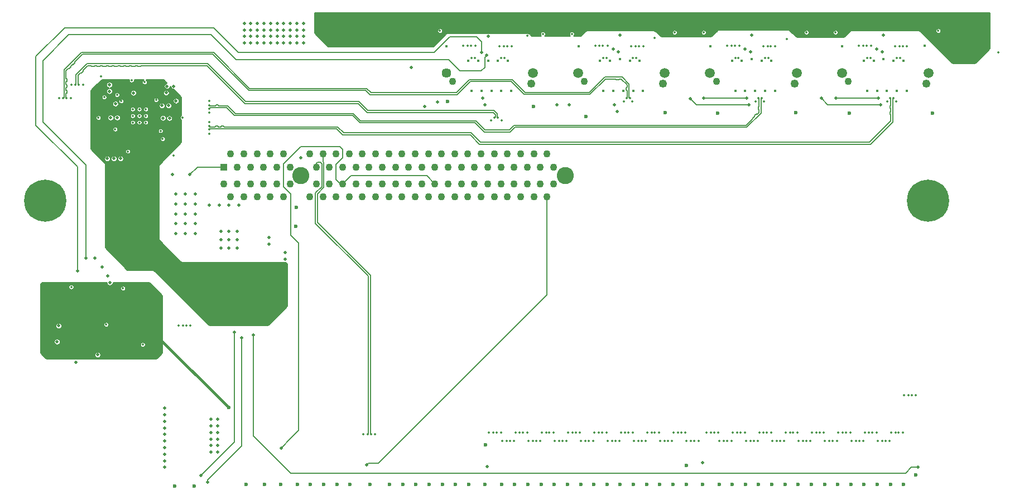
<source format=gbr>
%TF.GenerationSoftware,KiCad,Pcbnew,(5.1.5)-3*%
%TF.CreationDate,2022-02-01T02:21:16+01:00*%
%TF.ProjectId,Riser Leopard 2OU PCIe x8 4xOculink,52697365-7220-44c6-956f-706172642032,rev?*%
%TF.SameCoordinates,PX459e440PY54cbc38*%
%TF.FileFunction,Copper,L3,Inr*%
%TF.FilePolarity,Positive*%
%FSLAX46Y46*%
G04 Gerber Fmt 4.6, Leading zero omitted, Abs format (unit mm)*
G04 Created by KiCad (PCBNEW (5.1.5)-3) date 2022-02-01 02:21:16*
%MOMM*%
%LPD*%
G04 APERTURE LIST*
%TA.AperFunction,ViaPad*%
%ADD10C,1.500000*%
%TD*%
%TA.AperFunction,WasherPad*%
%ADD11C,1.100000*%
%TD*%
%TA.AperFunction,WasherPad*%
%ADD12C,1.250000*%
%TD*%
%TA.AperFunction,ViaPad*%
%ADD13C,1.450000*%
%TD*%
%TA.AperFunction,ViaPad*%
%ADD14C,1.100000*%
%TD*%
%TA.AperFunction,ViaPad*%
%ADD15R,1.100000X1.100000*%
%TD*%
%TA.AperFunction,WasherPad*%
%ADD16C,2.600000*%
%TD*%
%TA.AperFunction,ViaPad*%
%ADD17C,6.400000*%
%TD*%
%TA.AperFunction,ViaPad*%
%ADD18C,0.800000*%
%TD*%
%TA.AperFunction,ViaPad*%
%ADD19C,0.350000*%
%TD*%
%TA.AperFunction,ViaPad*%
%ADD20C,0.500000*%
%TD*%
%TA.AperFunction,ViaPad*%
%ADD21C,0.600000*%
%TD*%
%TA.AperFunction,ViaPad*%
%ADD22C,0.400000*%
%TD*%
%TA.AperFunction,Conductor*%
%ADD23C,0.400000*%
%TD*%
%TA.AperFunction,Conductor*%
%ADD24C,0.200000*%
%TD*%
%TA.AperFunction,Conductor*%
%ADD25C,0.152400*%
%TD*%
%TA.AperFunction,Conductor*%
%ADD26C,0.254000*%
%TD*%
G04 APERTURE END LIST*
D10*
%TO.N,GND*%
%TO.C,J2*%
X80820000Y19385000D03*
X93980000Y19385000D03*
D11*
%TO.N,*%
X81780000Y18125000D03*
D12*
X93680000Y17765000D03*
%TD*%
%TO.N,*%
%TO.C,J3*%
X73680000Y17765000D03*
D11*
X61780000Y18125000D03*
D10*
%TO.N,GND*%
X73980000Y19385000D03*
D13*
X60820000Y19385000D03*
%TD*%
D12*
%TO.N,*%
%TO.C,J4*%
X133680000Y17765000D03*
D11*
X121780000Y18125000D03*
D10*
%TO.N,GND*%
X133980000Y19385000D03*
X120820000Y19385000D03*
%TD*%
%TO.N,GND*%
%TO.C,J5*%
X100820000Y19385000D03*
X113980000Y19385000D03*
D11*
%TO.N,*%
X101780000Y18125000D03*
D12*
X113680000Y17765000D03*
%TD*%
D14*
%TO.N,GND*%
%TO.C,J6*%
X66090000Y7095000D03*
X69090000Y5095000D03*
X73090000Y5095000D03*
%TO.N,/CPU0_RX6-*%
X72090000Y7095000D03*
%TO.N,/CPU0_RX6+*%
X71090000Y5095000D03*
%TO.N,GND*%
X70090000Y7095000D03*
%TO.N,/CPU0_RX5-*%
X68090000Y7095000D03*
%TO.N,/CPU0_RX5+*%
X67090000Y5095000D03*
%TO.N,GND*%
X60090000Y595000D03*
%TO.N,/CPU0_TX5-*%
X66090000Y595000D03*
%TO.N,/LAN_SMB_ALERT_N*%
X40090000Y595000D03*
%TO.N,IRQ_LVC_WAKE_N*%
X37090000Y2595000D03*
%TO.N,GND*%
X54090000Y595000D03*
%TO.N,/CPU0_TX1-*%
X48090000Y595000D03*
%TO.N,/CPU0_TX0+*%
X42090000Y595000D03*
%TO.N,GND*%
X44090000Y595000D03*
%TO.N,+12V*%
X27090000Y2595000D03*
%TO.N,GND*%
X46090000Y595000D03*
%TO.N,/CPU0_TX2-*%
X52090000Y595000D03*
%TO.N,GND*%
X49090000Y2595000D03*
%TO.N,+12V*%
X29090000Y2595000D03*
%TO.N,Net-(J6-PadB9)*%
X35090000Y2595000D03*
%TO.N,GND*%
X30090000Y595000D03*
%TO.N,/CPU0_TX5+*%
X65090000Y2595000D03*
%TO.N,GND*%
X63090000Y2595000D03*
%TO.N,/CPU0_TX4+*%
X61090000Y2595000D03*
%TO.N,/CPU0_TX3+*%
X55090000Y2595000D03*
%TO.N,PCIe_SMB_CLK*%
X31090000Y2595000D03*
%TO.N,/CPU0_TX1+*%
X47090000Y2595000D03*
%TO.N,GND*%
X53090000Y2595000D03*
%TO.N,/CPU0_TX0-*%
X43090000Y2595000D03*
%TO.N,+3.3Vaux*%
X36090000Y595000D03*
%TO.N,GND*%
X64090000Y595000D03*
%TO.N,+3V3*%
X34090000Y595000D03*
%TO.N,/CPU0_TX2+*%
X51090000Y2595000D03*
%TO.N,GND*%
X50090000Y595000D03*
%TO.N,PCIe_SMB_DATA*%
X32090000Y595000D03*
%TO.N,/PCIE_SLOT0_PRSNT_x4*%
X45090000Y2595000D03*
%TO.N,+12V*%
X28090000Y595000D03*
%TO.N,GND*%
X41090000Y2595000D03*
%TO.N,/CPU0_TX4-*%
X62090000Y595000D03*
%TO.N,GND*%
X57090000Y2595000D03*
%TO.N,/PCIE_SLOT0_PRSNT_x4*%
X59090000Y2595000D03*
%TO.N,Net-(J6-PadB30)*%
X58090000Y595000D03*
%TO.N,/CPU0_TX3-*%
X56090000Y595000D03*
%TO.N,GND*%
X33090000Y2595000D03*
%TO.N,CLK100_SLOT1-*%
X42090000Y7095000D03*
%TO.N,CLK100_SLOT1+*%
X41090000Y5095000D03*
%TO.N,GND*%
X43090000Y5095000D03*
X52090000Y7095000D03*
%TO.N,/CPU0_RX3+*%
X57090000Y5095000D03*
%TO.N,GND*%
X55090000Y5095000D03*
X56090000Y7095000D03*
%TO.N,/CPU0_RX2-*%
X54090000Y7095000D03*
%TO.N,GND*%
X51090000Y5095000D03*
%TO.N,/CPU0_RX2+*%
X53090000Y5095000D03*
%TO.N,/CPU0_RX1-*%
X50090000Y7095000D03*
%TO.N,GND*%
X75090000Y2595000D03*
%TO.N,/CPU0_TX7-*%
X74090000Y595000D03*
%TO.N,/CPU0_TX7+*%
X73090000Y2595000D03*
%TO.N,GND*%
X77090000Y2595000D03*
%TO.N,/CPU0_TX6-*%
X70090000Y595000D03*
%TO.N,GND*%
X68090000Y595000D03*
X71090000Y2595000D03*
%TO.N,/CPU0_TX6+*%
X69090000Y2595000D03*
%TO.N,/PCIE_SLOT0_PRSNT_x8*%
X76090000Y595000D03*
%TO.N,GND*%
X72090000Y595000D03*
X67090000Y2595000D03*
X59090000Y5095000D03*
%TO.N,/CPU0_RX4+*%
X63090000Y5095000D03*
%TO.N,GND*%
X62090000Y7095000D03*
%TO.N,/LAN_SMB_DAT*%
X61090000Y5095000D03*
%TO.N,GND*%
X65090000Y5095000D03*
%TO.N,/LAN_SMB_CLK*%
X60090000Y7095000D03*
%TO.N,/CPU0_RX3-*%
X58090000Y7095000D03*
%TO.N,/CPU0_RX4-*%
X64090000Y7095000D03*
%TO.N,/CPU0_RX1+*%
X49090000Y5095000D03*
%TO.N,GND*%
X48090000Y7095000D03*
%TO.N,Net-(J6-PadA19)*%
X47090000Y5095000D03*
%TO.N,Net-(J6-PadA7)*%
X33090000Y5095000D03*
%TO.N,Net-(J6-PadA8)*%
X34090000Y7095000D03*
%TO.N,Net-(J6-PadA5)*%
X31090000Y5095000D03*
%TO.N,Net-(J6-PadA6)*%
X32090000Y7095000D03*
%TO.N,+3V3*%
X35090000Y5095000D03*
%TO.N,GND*%
X40090000Y7095000D03*
%TO.N,RST_PERST0_N*%
X37090000Y5095000D03*
%TO.N,+3V3*%
X36090000Y7095000D03*
D15*
%TO.N,/PCIE_SLOT_PRSNT#1*%
X27090000Y5095000D03*
D14*
%TO.N,+12V*%
X28090000Y7095000D03*
%TO.N,GND*%
X30090000Y7095000D03*
%TO.N,+12V*%
X29090000Y5095000D03*
D16*
%TO.N,*%
X78890000Y3845000D03*
X38740000Y3845000D03*
D14*
%TO.N,GND*%
X77090000Y5095000D03*
%TO.N,/CPU0_RX7+*%
X75090000Y5095000D03*
%TO.N,GND*%
X74090000Y7095000D03*
%TO.N,/CPU0_RX7-*%
X76090000Y7095000D03*
%TO.N,/CPU0_RX0+*%
X44090000Y7095000D03*
%TO.N,GND*%
X46090000Y7095000D03*
%TO.N,/CPU0_RX0-*%
X45090000Y5095000D03*
%TD*%
D17*
%TO.N,GND*%
%TO.C,H1*%
X0Y0D03*
D18*
X2400000Y0D03*
X-1697056Y-1697056D03*
X1697056Y-1697056D03*
X0Y-2400000D03*
X-2400000Y0D03*
X1697056Y1697056D03*
X0Y2400000D03*
X-1697056Y1697056D03*
%TD*%
%TO.N,GND*%
%TO.C,H2*%
X132202944Y1697056D03*
X133900000Y2400000D03*
X135597056Y1697056D03*
X131500000Y0D03*
X133900000Y-2400000D03*
X135597056Y-1697056D03*
X132202944Y-1697056D03*
X136300000Y0D03*
D17*
X133900000Y0D03*
%TD*%
D19*
%TO.N,+12V*%
X75450000Y25340000D03*
X59850000Y25840000D03*
X95450000Y25590000D03*
X115450000Y25590000D03*
X135450000Y25840000D03*
X79850000Y25340000D03*
X99850000Y25590000D03*
X119850000Y25590000D03*
X144600000Y22565000D03*
D20*
X18050000Y-31485000D03*
X18050000Y-32485000D03*
X18050000Y-33485000D03*
X18050000Y-34485000D03*
X18050000Y-35485000D03*
X18050000Y-36485000D03*
X18050000Y-37485000D03*
X18050000Y-38485000D03*
X18050000Y-39485000D03*
X18050000Y-40485000D03*
X30150000Y26965000D03*
X31150000Y26965000D03*
X32150000Y26965000D03*
X33150000Y26965000D03*
X34150000Y26965000D03*
X35150000Y26965000D03*
X36150000Y26965000D03*
X37150000Y26965000D03*
X38150000Y26965000D03*
X39150000Y26965000D03*
X30150000Y25965000D03*
X31150000Y25965000D03*
X32150000Y25965000D03*
X33150000Y25965000D03*
X34150000Y25965000D03*
X35150000Y25965000D03*
X36150000Y25965000D03*
X37150000Y25965000D03*
X38150000Y25965000D03*
X39150000Y25965000D03*
X30150000Y24965000D03*
X31150000Y24965000D03*
X32150000Y24965000D03*
X33150000Y24965000D03*
X34150000Y24965000D03*
X35150000Y24965000D03*
X36150000Y24965000D03*
X37150000Y24965000D03*
X38150000Y24965000D03*
X39150000Y24965000D03*
X30150000Y23965000D03*
X31150000Y23965000D03*
X32150000Y23965000D03*
X33150000Y23965000D03*
X34150000Y23965000D03*
X35150000Y23965000D03*
X36150000Y23965000D03*
X37150000Y23965000D03*
X38150000Y23965000D03*
X39150000Y23965000D03*
X19750000Y1015000D03*
X21250000Y1015000D03*
X22750000Y1015000D03*
X19750000Y-485000D03*
X21250000Y-485000D03*
X22750000Y-485000D03*
X19750000Y-1985000D03*
X21250000Y-1985000D03*
X22750000Y-1985000D03*
X19750000Y-3485000D03*
X21250000Y-3485000D03*
X22750000Y-3485000D03*
X19750000Y-4985000D03*
X21250000Y-4985000D03*
X22750000Y-4985000D03*
X24850000Y-635000D03*
X26350000Y-635000D03*
X27850000Y-635000D03*
X29350000Y-635000D03*
D19*
%TO.N,GND*%
X13225000Y13915000D03*
D21*
X130200000Y-43085000D03*
X128200000Y-43085000D03*
X126200000Y-43085000D03*
X124200000Y-43085000D03*
X122200000Y-43085000D03*
X120200000Y-43085000D03*
X118200000Y-43085000D03*
X116200000Y-43085000D03*
X114200000Y-43085000D03*
X112200000Y-43085000D03*
X110200000Y-43085000D03*
X108200000Y-43085000D03*
X106200000Y-43085000D03*
X104200000Y-43085000D03*
X102200000Y-43085000D03*
X99700000Y-43085000D03*
X97200000Y-43085000D03*
X95200000Y-43085000D03*
X93200000Y-43085000D03*
X91200000Y-43085000D03*
X89200000Y-43085000D03*
X87200000Y-43085000D03*
X85200000Y-43085000D03*
X83200000Y-43085000D03*
X81200000Y-43085000D03*
X79200000Y-43085000D03*
X77200000Y-43085000D03*
X75200000Y-43085000D03*
X73200000Y-43085000D03*
X71200000Y-43085000D03*
X69200000Y-43085000D03*
X64200000Y-43085000D03*
X62200000Y-43085000D03*
X60200000Y-43085000D03*
X58200000Y-43085000D03*
X56200000Y-43085000D03*
X54200000Y-43085000D03*
X52200000Y-43085000D03*
X35700000Y-43085000D03*
X33200000Y-43085000D03*
X30450000Y-43085000D03*
X49200000Y-43085000D03*
X46200000Y-43085000D03*
X44200000Y-43085000D03*
X42200000Y-43085000D03*
X40200000Y-43085000D03*
X38200000Y-43085000D03*
D19*
X63400000Y23570000D03*
X69175000Y12195000D03*
X65275000Y23570000D03*
X70700000Y23495000D03*
X68900000Y23495000D03*
D22*
X70150000Y21270000D03*
X68650000Y21270000D03*
X60875000Y23495000D03*
X69160000Y16670000D03*
X70660000Y16670000D03*
X64150000Y21270000D03*
X65650000Y21270000D03*
X67150000Y21270000D03*
X67660000Y16670000D03*
X64660000Y16670000D03*
X66160000Y16670000D03*
X80875000Y23495000D03*
X100875000Y23495000D03*
X120875000Y23495000D03*
X89160000Y16670000D03*
X109160000Y16670000D03*
X129160000Y16670000D03*
X87660000Y16670000D03*
X107660000Y16670000D03*
X127660000Y16670000D03*
X84660000Y16670000D03*
X104660000Y16670000D03*
X124660000Y16670000D03*
X87150000Y21520000D03*
X107140000Y21520000D03*
X127140000Y21520000D03*
D21*
X82000000Y12820000D03*
X102000000Y13320000D03*
X122000000Y13320000D03*
D19*
X89050000Y15070000D03*
X109050000Y15070000D03*
X129050000Y15070000D03*
D22*
X90660000Y16670000D03*
X110660000Y16670000D03*
X130660000Y16670000D03*
X133425000Y23520000D03*
X86160000Y16670000D03*
X106160000Y16670000D03*
X126160000Y16670000D03*
D19*
X107750000Y15070000D03*
X127750000Y15070000D03*
X87750000Y15070000D03*
X67625000Y12195000D03*
D21*
X66700000Y-43085000D03*
X66800000Y-37035000D03*
X97250000Y-40235000D03*
X132075000Y-41660000D03*
X22600000Y-43335000D03*
X19600000Y-43335000D03*
X37950000Y-3835000D03*
X38100000Y-1035000D03*
D19*
X12500000Y7515000D03*
D21*
X61000000Y15065000D03*
D19*
X8025000Y12615000D03*
X8900000Y15765000D03*
X10850000Y16090000D03*
X8450000Y18890000D03*
X13050000Y18340000D03*
X15050000Y18015000D03*
X20775000Y12640000D03*
X16775000Y15315000D03*
X11500000Y15140000D03*
X10575000Y10890000D03*
X19400000Y6865000D03*
X17450000Y10640000D03*
X14225000Y13915000D03*
X15225000Y13915000D03*
X13225000Y12915000D03*
X14225000Y12915000D03*
X15225000Y12915000D03*
X13225000Y11915000D03*
X14225000Y11915000D03*
X15225000Y11915000D03*
D20*
X18300000Y16415000D03*
X18450000Y17415000D03*
X19450000Y17415000D03*
X9375000Y6415000D03*
X10375000Y6415000D03*
X11375000Y6415000D03*
D19*
X73100000Y25115000D03*
D21*
X113850000Y13415000D03*
X94050000Y13365000D03*
X74000000Y14365000D03*
X134600000Y13315000D03*
D19*
X83400000Y23570000D03*
X103400000Y23570000D03*
X123400000Y23570000D03*
X85275000Y23570000D03*
X105275000Y23570000D03*
X125275000Y23570000D03*
X90700000Y23495000D03*
X110700000Y23495000D03*
X130700000Y23495000D03*
X88900000Y23495000D03*
X108900000Y23495000D03*
X128900000Y23495000D03*
D22*
X90150000Y21270000D03*
X110150000Y21270000D03*
X130150000Y21270000D03*
X88650000Y21270000D03*
X108650000Y21270000D03*
X128650000Y21270000D03*
X84150000Y21270000D03*
X104150000Y21270000D03*
X124150000Y21270000D03*
X85650000Y21270000D03*
X105650000Y21270000D03*
X125650000Y21270000D03*
D19*
X112450000Y24615000D03*
X92400000Y24765000D03*
D20*
X26600000Y-4635000D03*
X27850000Y-4635000D03*
X29100000Y-4635000D03*
X26600000Y-5885000D03*
X27850000Y-5885000D03*
X29100000Y-5885000D03*
X26600000Y-7135000D03*
X27850000Y-7135000D03*
X29100000Y-7135000D03*
D19*
X3850000Y15565000D03*
X2050000Y15565000D03*
X3900000Y17615000D03*
X5700000Y17615000D03*
X24850000Y15165000D03*
X24850000Y13365000D03*
X24850000Y10165000D03*
X24850000Y11965000D03*
X22000000Y-18985000D03*
X20200000Y-18985000D03*
X67300000Y-35210000D03*
X69100000Y-35210000D03*
X48225000Y-35435000D03*
X50025000Y-35435000D03*
X69275000Y-36485000D03*
X71075000Y-36485000D03*
X71300000Y-35210000D03*
X75300000Y-35210000D03*
X79300000Y-35210000D03*
X83300000Y-35210000D03*
X87300000Y-35210000D03*
X91300000Y-35210000D03*
X95300000Y-35210000D03*
X73100000Y-35210000D03*
X77100000Y-35210000D03*
X81100000Y-35210000D03*
X85100000Y-35210000D03*
X89100000Y-35210000D03*
X93100000Y-35210000D03*
X97100000Y-35210000D03*
X73275000Y-36485000D03*
X77275000Y-36485000D03*
X81275000Y-36485000D03*
X85275000Y-36485000D03*
X89275000Y-36485000D03*
X93275000Y-36485000D03*
X97275000Y-36485000D03*
X75075000Y-36485000D03*
X79075000Y-36485000D03*
X83075000Y-36485000D03*
X87075000Y-36485000D03*
X91075000Y-36485000D03*
X95075000Y-36485000D03*
X99075000Y-36485000D03*
X100300000Y-35210000D03*
X102275000Y-36485000D03*
X102100000Y-35210000D03*
X104075000Y-36485000D03*
X108075000Y-36485000D03*
X112075000Y-36485000D03*
X116075000Y-36485000D03*
X120075000Y-36485000D03*
X124075000Y-36485000D03*
X128075000Y-36485000D03*
X106100000Y-35210000D03*
X110100000Y-35210000D03*
X114100000Y-35210000D03*
X118100000Y-35210000D03*
X122100000Y-35210000D03*
X126100000Y-35210000D03*
X104300000Y-35210000D03*
X108300000Y-35210000D03*
X112300000Y-35210000D03*
X116300000Y-35210000D03*
X120300000Y-35210000D03*
X124300000Y-35210000D03*
X106275000Y-36485000D03*
X110275000Y-36485000D03*
X114275000Y-36485000D03*
X118275000Y-36485000D03*
X122275000Y-36485000D03*
X126275000Y-36485000D03*
X130100000Y-35210000D03*
X128300000Y-35210000D03*
X132075000Y-29485000D03*
X130275000Y-29485000D03*
X14750000Y-21835000D03*
X9200000Y-18785000D03*
X3900000Y-13085000D03*
X11750000Y-13285000D03*
D20*
%TO.N,+3V3*%
X25100000Y-33185000D03*
X26100000Y-33185000D03*
X25100000Y-34185000D03*
X26100000Y-34185000D03*
X25100000Y-35185000D03*
X26100000Y-35185000D03*
X25100000Y-36185000D03*
X26100000Y-36185000D03*
X25100000Y-37185000D03*
X26100000Y-37185000D03*
X25100000Y-38185000D03*
X26100000Y-38185000D03*
X33950000Y-5585000D03*
X33950000Y-6585000D03*
X36400000Y-7835000D03*
X36400000Y-8835000D03*
X36400000Y-9835000D03*
X36400000Y-10835000D03*
X36400000Y-11835000D03*
X34200000Y-9935000D03*
X35200000Y-9935000D03*
X34200000Y-10935000D03*
X35200000Y-10935000D03*
X34200000Y-11935000D03*
X35200000Y-11935000D03*
X15575000Y16965000D03*
X14950000Y16215000D03*
X15950000Y16215000D03*
X11825000Y15840000D03*
X11325000Y9465000D03*
X12325000Y9465000D03*
D19*
X20125000Y9415000D03*
X73950000Y25340000D03*
X118700000Y25590000D03*
X93950000Y25590000D03*
X113950000Y25590000D03*
X133950000Y25840000D03*
D20*
X42750000Y27265000D03*
X43750000Y27265000D03*
X44750000Y27265000D03*
X45750000Y27265000D03*
X46750000Y27265000D03*
X47750000Y27265000D03*
X48750000Y27265000D03*
X49750000Y27265000D03*
X42750000Y26265000D03*
X43750000Y26265000D03*
X44750000Y26265000D03*
X45750000Y26265000D03*
X46750000Y26265000D03*
X47750000Y26265000D03*
X48750000Y26265000D03*
X49750000Y26265000D03*
X42750000Y25265000D03*
X43750000Y25265000D03*
X44750000Y25265000D03*
X45750000Y25265000D03*
X46750000Y25265000D03*
X47750000Y25265000D03*
X48750000Y25265000D03*
X49750000Y25265000D03*
D19*
X140200000Y24365000D03*
X58700000Y24315000D03*
X98700000Y25590000D03*
X78700000Y25340000D03*
D21*
X109300000Y26315000D03*
X129300000Y26415000D03*
X89300000Y26315000D03*
X69300000Y26315000D03*
%TO.N,+3.3Vaux*%
X27800000Y-31385000D03*
D20*
X750000Y-14735000D03*
X750000Y-15735000D03*
X750000Y-16735000D03*
X750000Y-17735000D03*
X2800000Y-21485000D03*
X3550000Y-20985000D03*
X7100000Y-22135000D03*
X8200000Y-22135000D03*
X16750000Y-15935000D03*
X16750000Y-16935000D03*
X16750000Y-17935000D03*
X16750000Y-18935000D03*
X12500000Y-19935000D03*
X12500000Y-20885000D03*
X11900000Y-21835000D03*
X13200000Y-13635000D03*
X14500000Y-13685000D03*
%TO.N,/SLOT0_CONFIG*%
X67000000Y-40335000D03*
%TO.N,/SLOT1_CONFIG*%
X99700000Y-39785000D03*
%TO.N,/LAN_SMB_CLK*%
X24600000Y-42735000D03*
X29750000Y-20785000D03*
%TO.N,/LAN_SMB_DAT*%
X23600000Y-41735000D03*
X28700000Y-19985000D03*
%TO.N,/PCIE_SLOT_PRSNT#1*%
X19300000Y3965000D03*
X21900000Y3965000D03*
%TO.N,/PCIE_SLOT0_PRSNT_x4*%
X35750000Y-37535000D03*
%TO.N,Net-(J3-PadA9)*%
X66350000Y15615000D03*
X59500000Y15015000D03*
%TO.N,Net-(J4-PadA9)*%
X126350000Y15615000D03*
X119900000Y15615000D03*
%TO.N,+3.3VP*%
X18800000Y12540000D03*
X17825000Y12590000D03*
X17675000Y14465000D03*
X18675000Y14465000D03*
X19800000Y15190000D03*
X13350000Y16390000D03*
X10600000Y14740000D03*
X9700000Y17640000D03*
X9700000Y16640000D03*
X10875000Y12640000D03*
X9875000Y12640000D03*
D19*
X17775000Y9415000D03*
D20*
%TO.N,Net-(J3-PadA10)*%
X66700000Y14565000D03*
X57550000Y14315000D03*
%TO.N,Net-(J4-PadA10)*%
X126700000Y14565000D03*
X117700000Y15565000D03*
D19*
%TO.N,/Oculink connector/Oculink_1_C_x4_TX0+*%
X83948800Y-35210000D03*
X84073800Y23570000D03*
%TO.N,/Oculink connector/Oculink_1_C_x4_TX1+*%
X87948800Y-35210000D03*
X84648800Y21720000D03*
%TO.N,/Oculink connector/Oculink_1_C_x4_TX2+*%
X91948800Y-35210000D03*
X89148800Y21720000D03*
%TO.N,/Oculink connector/Oculink_1_C_x4_TX3+*%
X95948800Y-35210000D03*
X89563800Y23495000D03*
%TO.N,/Oculink connector/Oculink_1_C_x4_TX0-*%
X84451200Y-35210000D03*
X84576200Y23570000D03*
%TO.N,/Oculink connector/Oculink_1_C_x4_TX1-*%
X88451200Y-35210000D03*
X85151200Y21720000D03*
%TO.N,/Oculink connector/Oculink_1_C_x4_TX2-*%
X92451200Y-35210000D03*
X89651200Y21720000D03*
%TO.N,/Oculink connector/Oculink_1_C_x4_TX3-*%
X96451200Y-35210000D03*
X90066200Y23495000D03*
%TO.N,/Oculink connector/Oculink_0_C_x4_TX0+*%
X64073800Y23570000D03*
X67948800Y-35210000D03*
%TO.N,/Oculink connector/Oculink_0_C_x4_TX1+*%
X71948800Y-35210000D03*
X64648800Y21720000D03*
%TO.N,/Oculink connector/Oculink_0_C_x4_TX2+*%
X75948800Y-35210000D03*
X69148800Y21720000D03*
%TO.N,/Oculink connector/Oculink_0_C_x4_TX3+*%
X79948800Y-35210000D03*
X69563800Y23495000D03*
%TO.N,/Oculink connector/Oculink_0_C_x4_TX0-*%
X64576200Y23570000D03*
X68451200Y-35210000D03*
%TO.N,/Oculink connector/Oculink_0_C_x4_TX1-*%
X72451200Y-35210000D03*
X65151200Y21720000D03*
%TO.N,/Oculink connector/Oculink_0_C_x4_TX2-*%
X76451200Y-35210000D03*
X69651200Y21720000D03*
%TO.N,/Oculink connector/Oculink_0_C_x4_TX3-*%
X80451200Y-35210000D03*
X70066200Y23495000D03*
%TO.N,/Oculink connector/Oculink_3_C_x4_TX0+*%
X124073800Y23570000D03*
X116948800Y-35210000D03*
%TO.N,/Oculink connector/Oculink_3_C_x4_TX1+*%
X124648800Y21720000D03*
X120948800Y-35210000D03*
%TO.N,/Oculink connector/Oculink_3_C_x4_TX2+*%
X129148800Y21720000D03*
X124948800Y-35210000D03*
%TO.N,/Oculink connector/Oculink_3_C_x4_TX3+*%
X129563800Y23495000D03*
X128948800Y-35210000D03*
%TO.N,/Oculink connector/Oculink_3_C_x4_TX0-*%
X124576200Y23570000D03*
X117451200Y-35210000D03*
%TO.N,/Oculink connector/Oculink_3_C_x4_TX1-*%
X125151200Y21720000D03*
X121451200Y-35210000D03*
%TO.N,/Oculink connector/Oculink_3_C_x4_TX2-*%
X129651200Y21720000D03*
X125451200Y-35210000D03*
%TO.N,/Oculink connector/Oculink_3_C_x4_TX3-*%
X130066200Y23495000D03*
X129451200Y-35210000D03*
%TO.N,/Oculink connector/Oculink_2_C_x4_TX0+*%
X104073800Y23570000D03*
X100948800Y-35210000D03*
%TO.N,/Oculink connector/Oculink_2_C_x4_TX1+*%
X104648800Y21720000D03*
X104948800Y-35210000D03*
%TO.N,/Oculink connector/Oculink_2_C_x4_TX2+*%
X109148800Y21720000D03*
X108948800Y-35210000D03*
%TO.N,/Oculink connector/Oculink_2_C_x4_TX3+*%
X109563800Y23495000D03*
X112948800Y-35210000D03*
%TO.N,/Oculink connector/Oculink_2_C_x4_TX0-*%
X104576200Y23570000D03*
X101451200Y-35210000D03*
%TO.N,/Oculink connector/Oculink_2_C_x4_TX1-*%
X105151200Y21720000D03*
X105451200Y-35210000D03*
%TO.N,/Oculink connector/Oculink_2_C_x4_TX2-*%
X109651200Y21720000D03*
X109451200Y-35210000D03*
%TO.N,/Oculink connector/Oculink_2_C_x4_TX3-*%
X110066200Y23495000D03*
X113451200Y-35210000D03*
D20*
%TO.N,/PCIE_SLOT0_PRSNT_x8*%
X48750000Y-40135000D03*
%TO.N,IRQ_LVC_WAKE_N*%
X38700000Y6515000D03*
%TO.N,Net-(J1-PadB115)*%
X132400000Y-40485000D03*
X31550000Y-20385000D03*
%TO.N,RST_PERST0_N*%
X67150000Y25015000D03*
X55500000Y20265000D03*
X87150000Y25165000D03*
X107150000Y25165000D03*
X127150000Y25165000D03*
D19*
%TO.N,CLK100_SLOT1+*%
X48873800Y-35435000D03*
%TO.N,CLK100_SLOT1-*%
X49376200Y-35435000D03*
%TO.N,Oculink_0_x4_RX0+*%
X69948800Y-36485000D03*
%TO.N,Oculink_0_x4_RX0-*%
X70451200Y-36485000D03*
%TO.N,Oculink_0_x4_RX1+*%
X73948800Y-36485000D03*
%TO.N,Oculink_0_x4_RX1-*%
X74451200Y-36485000D03*
%TO.N,Oculink_0_x4_RX2+*%
X77948800Y-36485000D03*
%TO.N,Oculink_0_x4_RX2-*%
X78451200Y-36485000D03*
%TO.N,Oculink_0_x4_RX3+*%
X81948800Y-36485000D03*
%TO.N,Oculink_0_x4_RX3-*%
X82451200Y-36485000D03*
%TO.N,Oculink_1_x4_RX0+*%
X85948800Y-36485000D03*
%TO.N,Oculink_1_x4_RX0-*%
X86451200Y-36485000D03*
%TO.N,Oculink_1_x4_RX1+*%
X89948800Y-36485000D03*
%TO.N,Oculink_1_x4_RX1-*%
X90451200Y-36485000D03*
%TO.N,Oculink_1_x4_RX2+*%
X93948800Y-36485000D03*
%TO.N,Oculink_1_x4_RX2-*%
X94451200Y-36485000D03*
%TO.N,Oculink_1_x4_RX3+*%
X97948800Y-36485000D03*
%TO.N,Oculink_1_x4_RX3-*%
X98451200Y-36485000D03*
%TO.N,Oculink_2_x4_RX0+*%
X102948800Y-36485000D03*
%TO.N,Oculink_2_x4_RX0-*%
X103451200Y-36485000D03*
%TO.N,Oculink_2_x4_RX1+*%
X106948800Y-36485000D03*
%TO.N,Oculink_2_x4_RX1-*%
X107451200Y-36485000D03*
%TO.N,Oculink_2_x4_RX2+*%
X110948800Y-36485000D03*
%TO.N,Oculink_2_x4_RX2-*%
X111451200Y-36485000D03*
%TO.N,Oculink_2_x4_RX3+*%
X114948800Y-36485000D03*
%TO.N,Oculink_2_x4_RX3-*%
X115451200Y-36485000D03*
%TO.N,Oculink_3_x4_RX0+*%
X118948800Y-36485000D03*
%TO.N,Oculink_3_x4_RX0-*%
X119451200Y-36485000D03*
%TO.N,Oculink_3_x4_RX1+*%
X122948800Y-36485000D03*
%TO.N,Oculink_3_x4_RX1-*%
X123451200Y-36485000D03*
%TO.N,Oculink_3_x4_RX2+*%
X126948800Y-36485000D03*
%TO.N,Oculink_3_x4_RX2-*%
X127451200Y-36485000D03*
%TO.N,Oculink_3_x4_RX3+*%
X130948800Y-29485000D03*
%TO.N,Oculink_3_x4_RX3-*%
X131451200Y-29485000D03*
D20*
%TO.N,Net-(J2-PadA9)*%
X86350000Y14615000D03*
X79450000Y14615000D03*
%TO.N,Net-(J2-PadA10)*%
X86700000Y13565000D03*
X77600000Y14565000D03*
D19*
%TO.N,Oculink_1_CLK100+*%
X88148800Y15620000D03*
X3201200Y15565000D03*
%TO.N,Oculink_1_CLK100-*%
X88651200Y15620000D03*
X2698800Y15565000D03*
D20*
%TO.N,Oculink_1_SMB_CLK*%
X86150000Y23070000D03*
X7500000Y-8685000D03*
%TO.N,Oculink_1_SMB_DATA*%
X86950000Y22615000D03*
X8600000Y-10035000D03*
%TO.N,Oculink_0_SMB_DATA*%
X66925000Y22095000D03*
X6150000Y-8685000D03*
%TO.N,Oculink_0_SMB_CLK*%
X66150000Y22570000D03*
X4850000Y-10685000D03*
D19*
%TO.N,Oculink_0_CLK100-*%
X68651200Y12620000D03*
X4548800Y17615000D03*
%TO.N,Oculink_0_CLK100+*%
X68148800Y12620000D03*
X5051200Y17615000D03*
D20*
%TO.N,Oculink_3_SMB_DATA*%
X126925000Y22595000D03*
X1750000Y-21385000D03*
%TO.N,Oculink_3_SMB_CLK*%
X126150000Y23070000D03*
X2000000Y-18985000D03*
D19*
%TO.N,Oculink_3_CLK100-*%
X128651200Y15620000D03*
X24850000Y10826300D03*
%TO.N,Oculink_3_CLK100+*%
X128148800Y15620000D03*
X24850000Y11328700D03*
D20*
%TO.N,Net-(J5-PadA9)*%
X106350000Y15615000D03*
X99900000Y15615000D03*
%TO.N,Net-(J5-PadA10)*%
X106700000Y14565000D03*
X97800000Y15515000D03*
D19*
%TO.N,Oculink_2_CLK100+*%
X108148800Y15620000D03*
X24850000Y14528700D03*
%TO.N,Oculink_2_CLK100-*%
X108651200Y15620000D03*
X24850000Y14026300D03*
D20*
%TO.N,Oculink_2_SMB_CLK*%
X106150000Y23070000D03*
X7900000Y-23385000D03*
%TO.N,Oculink_2_SMB_DATA*%
X106950000Y22615000D03*
X4600000Y-24535000D03*
%TO.N,PCIe_SMB_CLK*%
X9400000Y-11435000D03*
%TO.N,PCIe_SMB_DATA*%
X9750000Y-12435000D03*
D19*
%TO.N,CLK100_SLOT0+*%
X20848800Y-18985000D03*
%TO.N,CLK100_SLOT0-*%
X21351200Y-18985000D03*
%TD*%
D23*
%TO.N,+3.3Vaux*%
X27800000Y-31385000D02*
X27500001Y-31085001D01*
X27500001Y-31085001D02*
X17350000Y-20935000D01*
X17350000Y-20935000D02*
X16650000Y-20935000D01*
D24*
%TO.N,/LAN_SMB_CLK*%
X29750000Y-37231447D02*
X29750000Y-20785000D01*
X24600000Y-42735000D02*
X24600000Y-42381447D01*
X24600000Y-42381447D02*
X29750000Y-37231447D01*
%TO.N,/LAN_SMB_DAT*%
X23600000Y-41735000D02*
X28700000Y-36635000D01*
X28700000Y-36635000D02*
X28700000Y-19985000D01*
%TO.N,/PCIE_SLOT_PRSNT#1*%
X23030000Y5095000D02*
X21900000Y3965000D01*
X27090000Y5095000D02*
X23030000Y5095000D01*
%TO.N,/PCIE_SLOT0_PRSNT_x4*%
X46360000Y3865000D02*
X57850000Y3865000D01*
X45090000Y2595000D02*
X46360000Y3865000D01*
X57850000Y3865000D02*
X59090000Y2595000D01*
X45090000Y2595000D02*
X44720000Y2595000D01*
X44720000Y2595000D02*
X44100000Y3215000D01*
X44100000Y3215000D02*
X44100000Y5565000D01*
X44100000Y5565000D02*
X45100000Y6565000D01*
X45100000Y6565000D02*
X45100000Y7815000D01*
X45100000Y7815000D02*
X44650000Y8265000D01*
X44650000Y8265000D02*
X38750000Y8265000D01*
X38750000Y8265000D02*
X36100000Y5615000D01*
X36100000Y5615000D02*
X36100000Y2115000D01*
X36100000Y2115000D02*
X37200000Y1015000D01*
X37200000Y-36085000D02*
X35750000Y-37535000D01*
X37200000Y1015000D02*
X37200000Y-5185000D01*
X37200000Y-5185000D02*
X38400000Y-6385000D01*
X38400000Y-34885000D02*
X37200000Y-36085000D01*
X38400000Y-6385000D02*
X38400000Y-34885000D01*
%TO.N,Net-(J4-PadA9)*%
X126350000Y15615000D02*
X119900000Y15615000D01*
%TO.N,Net-(J4-PadA10)*%
X118700000Y14565000D02*
X117700000Y15565000D01*
X126700000Y14565000D02*
X118700000Y14565000D01*
%TO.N,/PCIE_SLOT0_PRSNT_x8*%
X48999999Y-39885001D02*
X50499999Y-39885001D01*
X48750000Y-40135000D02*
X48999999Y-39885001D01*
X76090000Y-14295000D02*
X76090000Y595000D01*
X50499999Y-39885001D02*
X76090000Y-14295000D01*
%TO.N,Net-(J1-PadB115)*%
X132400000Y-40485000D02*
X131400000Y-40485000D01*
X131400000Y-40485000D02*
X130500000Y-41385000D01*
X130500000Y-41385000D02*
X46100000Y-41385000D01*
X46100000Y-41385000D02*
X37200000Y-41385000D01*
X37200000Y-41385000D02*
X31550000Y-35735000D01*
X31550000Y-35735000D02*
X31550000Y-20385000D01*
D25*
%TO.N,CLK100_SLOT1+*%
X41275000Y5865000D02*
X41090000Y5680000D01*
X41922600Y5617400D02*
X41675000Y5865000D01*
X41922600Y2153128D02*
X41922600Y5617400D01*
X48972600Y-35336200D02*
X48972600Y-11448128D01*
X48873800Y-35435000D02*
X48972600Y-35336200D01*
X41090000Y5680000D02*
X41090000Y5095000D01*
X48972600Y-11448128D02*
X40947600Y-3423128D01*
X40947600Y-3423128D02*
X40947600Y1178128D01*
X41675000Y5865000D02*
X41275000Y5865000D01*
X40947600Y1178128D02*
X41922600Y2153128D01*
%TO.N,CLK100_SLOT1-*%
X42090000Y5929800D02*
X42090000Y7095000D01*
X42227400Y2026872D02*
X42227400Y5792400D01*
X42227400Y5792400D02*
X42090000Y5929800D01*
X49277400Y-35336200D02*
X49277400Y-11321872D01*
X49376200Y-35435000D02*
X49277400Y-35336200D01*
X49277400Y-11321872D02*
X41252400Y-3296872D01*
X41252400Y-3296872D02*
X41252400Y1051872D01*
X41252400Y1051872D02*
X42227400Y2026872D01*
%TO.N,Oculink_1_CLK100+*%
X88247600Y15718800D02*
X88148800Y15620000D01*
X88247600Y16747600D02*
X88247600Y15718800D01*
X88246032Y16761508D02*
X88247600Y16747600D01*
X88241410Y16774718D02*
X88246032Y16761508D01*
X88233964Y16786569D02*
X88241410Y16774718D01*
X88224068Y16796465D02*
X88233964Y16786569D01*
X88212217Y16803911D02*
X88224068Y16796465D01*
X88199007Y16808533D02*
X88212217Y16803911D01*
X88171192Y16811668D02*
X88199007Y16808533D01*
X88157982Y16816290D02*
X88171192Y16811668D01*
X88146131Y16823736D02*
X88157982Y16816290D01*
X88136235Y16833632D02*
X88146131Y16823736D01*
X88128789Y16845483D02*
X88136235Y16833632D01*
X88124167Y16858693D02*
X88128789Y16845483D01*
X88122600Y16872600D02*
X88124167Y16858693D01*
X3547017Y20081284D02*
X3559419Y20078453D01*
X3535555Y20086804D02*
X3547017Y20081284D01*
X3515661Y20102668D02*
X3535555Y20086804D01*
X3504199Y20108188D02*
X3515661Y20102668D01*
X3479075Y20111019D02*
X3491797Y20111019D01*
X3455210Y20102668D02*
X3466672Y20108188D01*
X3445264Y20094736D02*
X3455210Y20102668D01*
X3102400Y19751872D02*
X3445264Y20094736D01*
X3116035Y18578432D02*
X3108589Y18590283D01*
X3225832Y18506308D02*
X3221210Y18519518D01*
X3227400Y18177400D02*
X3227400Y18492400D01*
X3192017Y18121090D02*
X3203868Y18128536D01*
X3150992Y18113333D02*
X3178807Y18116468D01*
X3137782Y18108711D02*
X3150992Y18113333D01*
X3125931Y18101265D02*
X3137782Y18108711D01*
X3221210Y18150283D02*
X3225832Y18163493D01*
X3116035Y18091369D02*
X3125931Y18101265D01*
X88157982Y17243911D02*
X88146131Y17236465D01*
X3225832Y18163493D02*
X3227400Y18177400D01*
X3108589Y18079518D02*
X3116035Y18091369D01*
X3103967Y18066308D02*
X3108589Y18079518D01*
X3102400Y18052400D02*
X3103967Y18066308D01*
X3102400Y17737400D02*
X3102400Y18052400D01*
X3102400Y18617400D02*
X3102400Y19751872D01*
X3103967Y17723493D02*
X3102400Y17737400D01*
X3108589Y17710283D02*
X3103967Y17723493D01*
X3178807Y18553333D02*
X3150992Y18556468D01*
X3116035Y17698432D02*
X3108589Y17710283D01*
X3125931Y17688536D02*
X3116035Y17698432D01*
X3137782Y17681090D02*
X3125931Y17688536D01*
X88124167Y17201508D02*
X88122600Y17187600D01*
X3150992Y17676468D02*
X3137782Y17681090D01*
X3178807Y17673333D02*
X3150992Y17676468D01*
X3192017Y17668711D02*
X3178807Y17673333D01*
X3150992Y18556468D02*
X3137782Y18561090D01*
X3203868Y17661265D02*
X3192017Y17668711D01*
X88128789Y17214718D02*
X88124167Y17201508D01*
X3213764Y18138432D02*
X3221210Y18150283D01*
X3213764Y17651369D02*
X3203868Y17661265D01*
X3178807Y16793333D02*
X3150992Y16796468D01*
X3213764Y16771369D02*
X3203868Y16781265D01*
X3125931Y18568536D02*
X3116035Y18578432D01*
X3203868Y16781265D02*
X3192017Y16788711D01*
X3103967Y17186308D02*
X3108589Y17199518D01*
X3221210Y16759518D02*
X3213764Y16771369D01*
X3108589Y16319518D02*
X3116035Y16331369D01*
X3221210Y18519518D02*
X3213764Y18531369D01*
X3225832Y16746308D02*
X3221210Y16759518D01*
X3227400Y16732400D02*
X3225832Y16746308D01*
X3192017Y16788711D02*
X3178807Y16793333D01*
X3150992Y17233333D02*
X3178807Y17236468D01*
X3227400Y16417400D02*
X3227400Y16732400D01*
X3221210Y16390283D02*
X3225832Y16403493D01*
X3213764Y16378432D02*
X3221210Y16390283D01*
X3103967Y16306308D02*
X3108589Y16319518D01*
X3102400Y16292400D02*
X3103967Y16306308D01*
X3108589Y18590283D02*
X3103967Y18603493D01*
X3102400Y15663800D02*
X3102400Y16292400D01*
X4445535Y21087053D02*
X4451055Y21098515D01*
X3125931Y16341265D02*
X3137782Y16348711D01*
X3225832Y16403493D02*
X3227400Y16417400D01*
X3559419Y20078453D02*
X3572141Y20078453D01*
X3201200Y15565000D02*
X3102400Y15663800D01*
X86583735Y18411131D02*
X86593631Y18401235D01*
X3137782Y18561090D02*
X3125931Y18568536D01*
X3225832Y17626308D02*
X3221210Y17639518D01*
X3213764Y18531369D02*
X3203868Y18541265D01*
X3178807Y16356468D02*
X3192017Y16361090D01*
X3192017Y18548711D02*
X3178807Y18553333D01*
X3203868Y16368536D02*
X3213764Y16378432D01*
X3137782Y16348711D02*
X3150992Y16353333D01*
X3116035Y16331369D02*
X3125931Y16341265D01*
X88122600Y17187600D02*
X88122600Y16872600D01*
X3150992Y16353333D02*
X3178807Y16356468D01*
X3221210Y17270283D02*
X3225832Y17283493D01*
X3192017Y16361090D02*
X3203868Y16368536D01*
X3150992Y16796468D02*
X3137782Y16801090D01*
X3227400Y18492400D02*
X3225832Y18506308D01*
X3137782Y16801090D02*
X3125931Y16808536D01*
X3227400Y17297400D02*
X3227400Y17612400D01*
X3466672Y20108188D02*
X3479075Y20111019D01*
X3125931Y16808536D02*
X3116035Y16818432D01*
X3203868Y18128536D02*
X3213764Y18138432D01*
X3116035Y16818432D02*
X3108589Y16830283D01*
X3108589Y16830283D02*
X3103967Y16843493D01*
X3103967Y16843493D02*
X3102400Y16857400D01*
X3102400Y16857400D02*
X3102400Y17172400D01*
X3227400Y17612400D02*
X3225832Y17626308D01*
X3102400Y17172400D02*
X3103967Y17186308D01*
X3103967Y18603493D02*
X3102400Y18617400D01*
X3108589Y17199518D02*
X3116035Y17211369D01*
X3116035Y17211369D02*
X3125931Y17221265D01*
X3178807Y18116468D02*
X3192017Y18121090D01*
X3125931Y17221265D02*
X3137782Y17228711D01*
X3137782Y17228711D02*
X3150992Y17233333D01*
X88146131Y17236465D02*
X88136235Y17226569D01*
X3491797Y20111019D02*
X3504199Y20108188D01*
X3178807Y17236468D02*
X3192017Y17241090D01*
X3192017Y17241090D02*
X3203868Y17248536D01*
X3203868Y17248536D02*
X3213764Y17258432D01*
X3213764Y17258432D02*
X3221210Y17270283D01*
X3225832Y17283493D02*
X3227400Y17297400D01*
X3203868Y18541265D02*
X3192017Y18548711D01*
X3221210Y17639518D02*
X3213764Y17651369D01*
X3572141Y20078453D02*
X3584544Y20081284D01*
X3584544Y20081284D02*
X3596006Y20086804D01*
X3596006Y20086804D02*
X3605953Y20094736D01*
X3605953Y20094736D02*
X3836735Y20325519D01*
X3836735Y20325519D02*
X3844667Y20335466D01*
X3844667Y20335466D02*
X3850187Y20346928D01*
X3850187Y20346928D02*
X3853018Y20359330D01*
X3853018Y20359330D02*
X3853018Y20372052D01*
X3853018Y20372052D02*
X3850187Y20384455D01*
X3850187Y20384455D02*
X3844667Y20395917D01*
X3844667Y20395917D02*
X3828802Y20415811D01*
X3828802Y20415811D02*
X3823282Y20427273D01*
X3823282Y20427273D02*
X3820451Y20439675D01*
X3820451Y20439675D02*
X3820451Y20452397D01*
X3820451Y20452397D02*
X3823282Y20464800D01*
X3823282Y20464800D02*
X3828802Y20476262D01*
X3828802Y20476262D02*
X3836734Y20486209D01*
X3836734Y20486209D02*
X4067517Y20716989D01*
X4067517Y20716989D02*
X4077463Y20724921D01*
X4077463Y20724921D02*
X4088925Y20730441D01*
X4088925Y20730441D02*
X4101328Y20733272D01*
X4101328Y20733272D02*
X4114050Y20733272D01*
X4114050Y20733272D02*
X4126452Y20730441D01*
X4126452Y20730441D02*
X4137914Y20724921D01*
X4137914Y20724921D02*
X4157808Y20709057D01*
X4157808Y20709057D02*
X4169270Y20703537D01*
X4169270Y20703537D02*
X4181672Y20700706D01*
X4181672Y20700706D02*
X4194394Y20700706D01*
X4194394Y20700706D02*
X4206797Y20703537D01*
X4206797Y20703537D02*
X4218259Y20709057D01*
X4218259Y20709057D02*
X4228206Y20716989D01*
X4228206Y20716989D02*
X4458988Y20947772D01*
X4458988Y20947772D02*
X4466920Y20957719D01*
X4466920Y20957719D02*
X4472440Y20969181D01*
X4472440Y20969181D02*
X4475271Y20981583D01*
X4475271Y20981583D02*
X4475271Y20994305D01*
X4475271Y20994305D02*
X4472440Y21006708D01*
X4472440Y21006708D02*
X4466920Y21018170D01*
X4466920Y21018170D02*
X4451055Y21038064D01*
X4451055Y21038064D02*
X4445535Y21049526D01*
X4445535Y21049526D02*
X4442704Y21061928D01*
X4442704Y21061928D02*
X4442704Y21074650D01*
X4442704Y21074650D02*
X4445535Y21087053D01*
X4451055Y21098515D02*
X4458987Y21108462D01*
X4458987Y21108462D02*
X5114030Y21763502D01*
X5114030Y21763502D02*
X5613128Y22262600D01*
X5613128Y22262600D02*
X25361872Y22262600D01*
X25361872Y22262600D02*
X30861872Y16762600D01*
X30861872Y16762600D02*
X48586872Y16762600D01*
X48586872Y16762600D02*
X49236872Y16112600D01*
X49236872Y16112600D02*
X62463128Y16112600D01*
X62463128Y16112600D02*
X64463128Y18112600D01*
X64463128Y18112600D02*
X70686872Y18112600D01*
X70686872Y18112600D02*
X72636872Y16162600D01*
X72636872Y16162600D02*
X82613128Y16162600D01*
X82613128Y16162600D02*
X84963128Y18512600D01*
X84963128Y18512600D02*
X86507600Y18512600D01*
X86507600Y18512600D02*
X86521507Y18511032D01*
X86521507Y18511032D02*
X86534717Y18506410D01*
X86534717Y18506410D02*
X86546568Y18498964D01*
X86546568Y18498964D02*
X86556464Y18489068D01*
X86556464Y18489068D02*
X86563910Y18477217D01*
X86563910Y18477217D02*
X86568532Y18464007D01*
X86568532Y18464007D02*
X86571667Y18436192D01*
X86571667Y18436192D02*
X86576289Y18422982D01*
X86576289Y18422982D02*
X86583735Y18411131D01*
X86593631Y18401235D02*
X86605482Y18393789D01*
X86605482Y18393789D02*
X86618692Y18389167D01*
X86618692Y18389167D02*
X86632600Y18387600D01*
X86632600Y18387600D02*
X86947600Y18387600D01*
X86947600Y18387600D02*
X86961507Y18389167D01*
X86961507Y18389167D02*
X86974717Y18393789D01*
X86974717Y18393789D02*
X86986568Y18401235D01*
X86986568Y18401235D02*
X86996464Y18411131D01*
X86996464Y18411131D02*
X87003910Y18422982D01*
X87003910Y18422982D02*
X87008532Y18436192D01*
X87008532Y18436192D02*
X87011667Y18464007D01*
X87011667Y18464007D02*
X87016289Y18477217D01*
X87016289Y18477217D02*
X87023735Y18489068D01*
X87023735Y18489068D02*
X87033631Y18498964D01*
X87033631Y18498964D02*
X87045482Y18506410D01*
X87045482Y18506410D02*
X87058692Y18511032D01*
X87058692Y18511032D02*
X87072600Y18512600D01*
X87072600Y18512600D02*
X87336872Y18512600D01*
X87336872Y18512600D02*
X88247600Y17601872D01*
X88247600Y17601872D02*
X88247600Y17312600D01*
X88247600Y17312600D02*
X88246032Y17298693D01*
X88246032Y17298693D02*
X88241410Y17285483D01*
X88241410Y17285483D02*
X88233964Y17273632D01*
X88233964Y17273632D02*
X88224068Y17263736D01*
X88224068Y17263736D02*
X88212217Y17256290D01*
X88212217Y17256290D02*
X88199007Y17251668D01*
X88199007Y17251668D02*
X88171192Y17248533D01*
X88171192Y17248533D02*
X88157982Y17243911D01*
X88136235Y17226569D02*
X88128789Y17214718D01*
%TO.N,Oculink_1_CLK100-*%
X87463128Y18817400D02*
X88552400Y17728128D01*
X82486872Y16467400D02*
X84836872Y18817400D01*
X72763128Y16467400D02*
X82486872Y16467400D01*
X88552400Y15718800D02*
X88651200Y15620000D01*
X70813128Y18417400D02*
X72763128Y16467400D01*
X64336872Y18417400D02*
X70813128Y18417400D01*
X48713128Y17067400D02*
X49363128Y16417400D01*
X2698800Y15565000D02*
X2797600Y15663800D01*
X88552400Y17728128D02*
X88552400Y15718800D01*
X30988128Y17067400D02*
X48713128Y17067400D01*
X84836872Y18817400D02*
X87463128Y18817400D01*
X25488128Y22567400D02*
X30988128Y17067400D01*
X62336872Y16417400D02*
X64336872Y18417400D01*
X5486872Y22567400D02*
X25488128Y22567400D01*
X49363128Y16417400D02*
X62336872Y16417400D01*
X2797600Y15663800D02*
X2797600Y19878128D01*
X2797600Y19878128D02*
X5486872Y22567400D01*
D24*
%TO.N,Oculink_0_SMB_DATA*%
X66650000Y21820000D02*
X66925000Y22095000D01*
X3550000Y25265000D02*
X25100000Y25265000D01*
X-400000Y11965000D02*
X-400000Y21315000D01*
X6150000Y-8685000D02*
X6150000Y5415000D01*
X25100000Y25265000D02*
X28950000Y21415000D01*
X6150000Y5415000D02*
X-400000Y11965000D01*
X62900000Y19715000D02*
X66100000Y19715000D01*
X-400000Y21315000D02*
X3550000Y25265000D01*
X28950000Y21415000D02*
X61200000Y21415000D01*
X61200000Y21415000D02*
X62900000Y19715000D01*
X66650000Y20265000D02*
X66650000Y21820000D01*
X66100000Y19715000D02*
X66650000Y20265000D01*
%TO.N,Oculink_0_SMB_CLK*%
X4850000Y5165000D02*
X4850000Y-10685000D01*
X-1450000Y11465000D02*
X4850000Y5165000D01*
X25550000Y26265000D02*
X2900000Y26265000D01*
X-1450000Y21915000D02*
X-1450000Y11465000D01*
X66150000Y22570000D02*
X66150000Y24165000D01*
X66150000Y24165000D02*
X65400000Y24915000D01*
X65400000Y24915000D02*
X61300000Y24915000D01*
X2900000Y26265000D02*
X-1450000Y21915000D01*
X29250000Y22565000D02*
X25550000Y26265000D01*
X58950000Y22565000D02*
X29250000Y22565000D01*
X61300000Y24915000D02*
X58950000Y22565000D01*
D25*
%TO.N,Oculink_0_CLK100-*%
X68552400Y12718800D02*
X68651200Y12620000D01*
X48913128Y13717400D02*
X68063128Y13717400D01*
X47563128Y15067400D02*
X48913128Y13717400D01*
X24638128Y20817400D02*
X30388128Y15067400D01*
X4647600Y17713800D02*
X4647600Y19178128D01*
X4548800Y17615000D02*
X4647600Y17713800D01*
X6286872Y20817400D02*
X24638128Y20817400D01*
X68063128Y13717400D02*
X68552400Y13228128D01*
X30388128Y15067400D02*
X47563128Y15067400D01*
X68552400Y13228128D02*
X68552400Y12718800D01*
X4647600Y19178128D02*
X6286872Y20817400D01*
%TO.N,Oculink_0_CLK100+*%
X68247600Y12718800D02*
X68148800Y12620000D01*
X68247600Y13101872D02*
X68247600Y12718800D01*
X67936872Y13412600D02*
X68247600Y13101872D01*
X30261872Y14762600D02*
X47436872Y14762600D01*
X14500070Y20512600D02*
X24511872Y20512600D01*
X14473501Y20506536D02*
X14486443Y20511065D01*
X14461890Y20499241D02*
X14473501Y20506536D01*
X14452194Y20489545D02*
X14461890Y20499241D01*
X14444899Y20477934D02*
X14452194Y20489545D01*
X14440370Y20464992D02*
X14444899Y20477934D01*
X14437299Y20437738D02*
X14440370Y20464992D01*
X14432770Y20424796D02*
X14437299Y20437738D01*
X14415779Y20403489D02*
X14425475Y20413185D01*
X14404168Y20396194D02*
X14415779Y20403489D01*
X14377600Y20390129D02*
X14391226Y20391665D01*
X14046443Y20391665D02*
X14060070Y20390129D01*
X14021890Y20403489D02*
X14033501Y20396194D01*
X14012194Y20413185D02*
X14021890Y20403489D01*
X14000370Y20437738D02*
X14004899Y20424796D01*
X13992770Y20477934D02*
X13997299Y20464992D01*
X13985475Y20489545D02*
X13992770Y20477934D01*
X13975779Y20499241D02*
X13985475Y20489545D01*
X13964168Y20506536D02*
X13975779Y20499241D01*
X13951226Y20511065D02*
X13964168Y20506536D01*
X13937600Y20512600D02*
X13951226Y20511065D01*
X13606443Y20511065D02*
X13620070Y20512600D01*
X13593501Y20506536D02*
X13606443Y20511065D01*
X13581890Y20499241D02*
X13593501Y20506536D01*
X13572194Y20489545D02*
X13581890Y20499241D01*
X13564899Y20477934D02*
X13572194Y20489545D01*
X13560370Y20464992D02*
X13564899Y20477934D01*
X13557299Y20437738D02*
X13560370Y20464992D01*
X13545475Y20413185D02*
X13552770Y20424796D01*
X13497600Y20390129D02*
X13511226Y20391665D01*
X13180070Y20390129D02*
X13497600Y20390129D01*
X13166443Y20391665D02*
X13180070Y20390129D01*
X13153501Y20396194D02*
X13166443Y20391665D01*
X13141890Y20403489D02*
X13153501Y20396194D01*
X13132194Y20413185D02*
X13141890Y20403489D01*
X13124899Y20424796D02*
X13132194Y20413185D01*
X13120370Y20437738D02*
X13124899Y20424796D01*
X13117299Y20464992D02*
X13120370Y20437738D01*
X13112770Y20477934D02*
X13117299Y20464992D01*
X13105475Y20489545D02*
X13112770Y20477934D01*
X13095779Y20499241D02*
X13105475Y20489545D01*
X13084168Y20506536D02*
X13095779Y20499241D01*
X13071226Y20511065D02*
X13084168Y20506536D01*
X13057600Y20512600D02*
X13071226Y20511065D01*
X12740070Y20512600D02*
X13057600Y20512600D01*
X12726443Y20511065D02*
X12740070Y20512600D01*
X12713501Y20506536D02*
X12726443Y20511065D01*
X12701890Y20499241D02*
X12713501Y20506536D01*
X12692194Y20489545D02*
X12701890Y20499241D01*
X12684899Y20477934D02*
X12692194Y20489545D01*
X12680370Y20464992D02*
X12684899Y20477934D01*
X12677299Y20437738D02*
X12680370Y20464992D01*
X12672770Y20424796D02*
X12677299Y20437738D01*
X12665475Y20413185D02*
X12672770Y20424796D01*
X12655779Y20403489D02*
X12665475Y20413185D01*
X12644168Y20396194D02*
X12655779Y20403489D01*
X12631226Y20391665D02*
X12644168Y20396194D01*
X12617600Y20390129D02*
X12631226Y20391665D01*
X12300070Y20390129D02*
X12617600Y20390129D01*
X12286443Y20391665D02*
X12300070Y20390129D01*
X12273501Y20396194D02*
X12286443Y20391665D01*
X12261890Y20403489D02*
X12273501Y20396194D01*
X12252194Y20413185D02*
X12261890Y20403489D01*
X12244899Y20424796D02*
X12252194Y20413185D01*
X12240370Y20437738D02*
X12244899Y20424796D01*
X12237299Y20464992D02*
X12240370Y20437738D01*
X12215779Y20499241D02*
X12225475Y20489545D01*
X12177600Y20512600D02*
X12191226Y20511065D01*
X11860070Y20512600D02*
X12177600Y20512600D01*
X8724899Y20424796D02*
X8732194Y20413185D01*
X5051200Y17615000D02*
X4952400Y17713800D01*
X13511226Y20391665D02*
X13524168Y20396194D01*
X11324168Y20506536D02*
X11335779Y20499241D01*
X8684168Y20506536D02*
X8695779Y20499241D01*
X8657600Y20512600D02*
X8671226Y20511065D01*
X8301890Y20499241D02*
X8313501Y20506536D01*
X11846443Y20511065D02*
X11860070Y20512600D01*
X8292194Y20489545D02*
X8301890Y20499241D01*
X13997299Y20464992D02*
X14000370Y20437738D01*
X10917299Y20437738D02*
X10920370Y20464992D01*
X8284899Y20477934D02*
X8292194Y20489545D01*
X8280370Y20464992D02*
X8284899Y20477934D01*
X8272770Y20424796D02*
X8277299Y20437738D01*
X8265475Y20413185D02*
X8272770Y20424796D01*
X8255779Y20403489D02*
X8265475Y20413185D01*
X8244168Y20396194D02*
X8255779Y20403489D01*
X8231226Y20391665D02*
X8244168Y20396194D01*
X8217600Y20390129D02*
X8231226Y20391665D01*
X12232770Y20477934D02*
X12237299Y20464992D01*
X10980070Y20512600D02*
X11297600Y20512600D01*
X11785475Y20413185D02*
X11792770Y20424796D01*
X4952400Y17713800D02*
X4952400Y19051872D01*
X7886443Y20391665D02*
X7900070Y20390129D01*
X7873501Y20396194D02*
X7886443Y20391665D01*
X7840370Y20437738D02*
X7844899Y20424796D01*
X7837299Y20464992D02*
X7840370Y20437738D01*
X10061890Y20499241D02*
X10073501Y20506536D01*
X11821890Y20499241D02*
X11833501Y20506536D01*
X7825475Y20489545D02*
X7832770Y20477934D01*
X7815779Y20499241D02*
X7825475Y20489545D01*
X14004899Y20424796D02*
X14012194Y20413185D01*
X10920370Y20464992D02*
X10924899Y20477934D01*
X7791226Y20511065D02*
X7804168Y20506536D01*
X7777600Y20512600D02*
X7791226Y20511065D01*
X7446443Y20511065D02*
X7460070Y20512600D01*
X7412194Y20489545D02*
X7421890Y20499241D01*
X12225475Y20489545D02*
X12232770Y20477934D01*
X10924899Y20477934D02*
X10932194Y20489545D01*
X10444168Y20506536D02*
X10455779Y20499241D01*
X8712770Y20477934D02*
X8717299Y20464992D01*
X12191226Y20511065D02*
X12204168Y20506536D01*
X11311226Y20511065D02*
X11324168Y20506536D01*
X7397299Y20437738D02*
X7400370Y20464992D01*
X8671226Y20511065D02*
X8684168Y20506536D01*
X7392770Y20424796D02*
X7397299Y20437738D01*
X7385475Y20413185D02*
X7392770Y20424796D01*
X8705475Y20489545D02*
X8712770Y20477934D01*
X7364168Y20396194D02*
X7375779Y20403489D01*
X7804168Y20506536D02*
X7815779Y20499241D01*
X7351226Y20391665D02*
X7364168Y20396194D01*
X5722077Y19694812D02*
X5716004Y19707421D01*
X5725191Y19681167D02*
X5722077Y19694812D01*
X5484540Y19407236D02*
X5707278Y19629975D01*
X10086443Y20511065D02*
X10100070Y20512600D01*
X8717299Y20464992D02*
X8720370Y20437738D01*
X5473598Y19398510D02*
X5484540Y19407236D01*
X5419703Y19392438D02*
X5433348Y19389324D01*
X10480370Y20437738D02*
X10484899Y20424796D01*
X5447343Y19389324D02*
X5460988Y19392438D01*
X10484899Y20424796D02*
X10492194Y20413185D01*
X8340070Y20512600D02*
X8657600Y20512600D01*
X5318706Y19415963D02*
X5331315Y19422035D01*
X7861890Y20403489D02*
X7873501Y20396194D01*
X5725191Y19667172D02*
X5725191Y19681167D01*
X8326443Y20511065D02*
X8340070Y20512600D01*
X5433348Y19389324D02*
X5447343Y19389324D01*
X6952770Y20477934D02*
X6957299Y20464992D01*
X8313501Y20506536D02*
X8326443Y20511065D01*
X48786872Y13412600D02*
X67936872Y13412600D01*
X11345475Y20489545D02*
X11352770Y20477934D01*
X6413128Y20512600D02*
X6897600Y20512600D01*
X5331315Y19422035D02*
X5344960Y19425149D01*
X10932194Y20489545D02*
X10941890Y20499241D01*
X5722077Y19653527D02*
X5725191Y19667172D01*
X13620070Y20512600D02*
X13937600Y20512600D01*
X10912770Y20424796D02*
X10917299Y20437738D01*
X5716004Y19640917D02*
X5722077Y19653527D01*
X47436872Y14762600D02*
X48786872Y13412600D01*
X10905475Y20413185D02*
X10912770Y20424796D01*
X5372600Y19422035D02*
X5385210Y19415963D01*
X8695779Y20499241D02*
X8705475Y20489545D01*
X11406443Y20391665D02*
X11420070Y20390129D01*
X5460988Y19392438D02*
X5473598Y19398510D01*
X13552770Y20424796D02*
X13557299Y20437738D01*
X10895779Y20403489D02*
X10905475Y20413185D01*
X7852194Y20413185D02*
X7861890Y20403489D01*
X5707278Y19629975D02*
X5716004Y19640917D01*
X6960370Y20437738D02*
X6964899Y20424796D01*
X10477299Y20464992D02*
X10480370Y20437738D01*
X11352770Y20477934D02*
X11357299Y20464992D01*
X10431226Y20511065D02*
X10444168Y20506536D01*
X7844899Y20424796D02*
X7852194Y20413185D01*
X7900070Y20390129D02*
X8217600Y20390129D01*
X10465475Y20489545D02*
X10472770Y20477934D01*
X7375779Y20403489D02*
X7385475Y20413185D01*
X4952400Y19051872D02*
X5307764Y19407236D01*
X9111226Y20391665D02*
X9124168Y20396194D01*
X5716004Y19707421D02*
X5698551Y19729306D01*
X11360370Y20437738D02*
X11364899Y20424796D01*
X7460070Y20512600D02*
X7777600Y20512600D01*
X6924168Y20506536D02*
X6935779Y20499241D01*
X5385210Y19415963D02*
X5407094Y19398510D01*
X13535779Y20403489D02*
X13545475Y20413185D01*
X10871226Y20391665D02*
X10884168Y20396194D01*
X6993501Y20396194D02*
X7006443Y20391665D01*
X11800370Y20464992D02*
X11804899Y20477934D01*
X5407094Y19398510D02*
X5419703Y19392438D01*
X11792770Y20424796D02*
X11797299Y20437738D01*
X5344960Y19425149D02*
X5358955Y19425149D01*
X5698551Y19729306D02*
X5692479Y19741915D01*
X10492194Y20413185D02*
X10501890Y20403489D01*
X8277299Y20437738D02*
X8280370Y20464992D01*
X5692479Y19741915D02*
X5689365Y19755560D01*
X5689365Y19755560D02*
X5689365Y19769555D01*
X11364899Y20424796D02*
X11372194Y20413185D01*
X10073501Y20506536D02*
X10086443Y20511065D01*
X8720370Y20437738D02*
X8724899Y20424796D01*
X11775779Y20403489D02*
X11785475Y20413185D01*
X5689365Y19769555D02*
X5692479Y19783200D01*
X5692479Y19783200D02*
X5698551Y19795810D01*
X11381890Y20403489D02*
X11393501Y20396194D01*
X10044899Y20477934D02*
X10052194Y20489545D01*
X7832770Y20477934D02*
X7837299Y20464992D01*
X12204168Y20506536D02*
X12215779Y20499241D01*
X11297600Y20512600D02*
X11311226Y20511065D01*
X5707278Y19806752D02*
X6413128Y20512600D01*
X7421890Y20499241D02*
X7433501Y20506536D01*
X7404899Y20477934D02*
X7412194Y20489545D01*
X11812194Y20489545D02*
X11821890Y20499241D01*
X5698551Y19795810D02*
X5707278Y19806752D01*
X7433501Y20506536D02*
X7446443Y20511065D01*
X7400370Y20464992D02*
X7404899Y20477934D01*
X11797299Y20437738D02*
X11800370Y20464992D01*
X11751226Y20391665D02*
X11764168Y20396194D01*
X6897600Y20512600D02*
X6911226Y20511065D01*
X6957299Y20464992D02*
X6960370Y20437738D01*
X5307764Y19407236D02*
X5318706Y19415963D01*
X9621890Y20403489D02*
X9633501Y20396194D01*
X10052194Y20489545D02*
X10061890Y20499241D01*
X6911226Y20511065D02*
X6924168Y20506536D01*
X14060070Y20390129D02*
X14377600Y20390129D01*
X10884168Y20396194D02*
X10895779Y20403489D01*
X6935779Y20499241D02*
X6945475Y20489545D01*
X6945475Y20489545D02*
X6952770Y20477934D01*
X10501890Y20403489D02*
X10513501Y20396194D01*
X6964899Y20424796D02*
X6972194Y20413185D01*
X14425475Y20413185D02*
X14432770Y20424796D01*
X10526443Y20391665D02*
X10540070Y20390129D01*
X11393501Y20396194D02*
X11406443Y20391665D01*
X6972194Y20413185D02*
X6981890Y20403489D01*
X11372194Y20413185D02*
X11381890Y20403489D01*
X6981890Y20403489D02*
X6993501Y20396194D01*
X7006443Y20391665D02*
X7020070Y20390129D01*
X10540070Y20390129D02*
X10857600Y20390129D01*
X11833501Y20506536D02*
X11846443Y20511065D01*
X7337600Y20390129D02*
X7351226Y20391665D01*
X8732194Y20413185D02*
X8741890Y20403489D01*
X8741890Y20403489D02*
X8753501Y20396194D01*
X8753501Y20396194D02*
X8766443Y20391665D01*
X13524168Y20396194D02*
X13535779Y20403489D01*
X10513501Y20396194D02*
X10526443Y20391665D01*
X11335779Y20499241D02*
X11345475Y20489545D01*
X8766443Y20391665D02*
X8780070Y20390129D01*
X8780070Y20390129D02*
X9097600Y20390129D01*
X9097600Y20390129D02*
X9111226Y20391665D01*
X9124168Y20396194D02*
X9135779Y20403489D01*
X10040370Y20464992D02*
X10044899Y20477934D01*
X9135779Y20403489D02*
X9145475Y20413185D01*
X9145475Y20413185D02*
X9152770Y20424796D01*
X11764168Y20396194D02*
X11775779Y20403489D01*
X9152770Y20424796D02*
X9157299Y20437738D01*
X5358955Y19425149D02*
X5372600Y19422035D01*
X11737600Y20390129D02*
X11751226Y20391665D01*
X10455779Y20499241D02*
X10465475Y20489545D01*
X9157299Y20437738D02*
X9160370Y20464992D01*
X9160370Y20464992D02*
X9164899Y20477934D01*
X9164899Y20477934D02*
X9172194Y20489545D01*
X9172194Y20489545D02*
X9181890Y20499241D01*
X11804899Y20477934D02*
X11812194Y20489545D01*
X9181890Y20499241D02*
X9193501Y20506536D01*
X9193501Y20506536D02*
X9206443Y20511065D01*
X14033501Y20396194D02*
X14046443Y20391665D01*
X10472770Y20477934D02*
X10477299Y20464992D01*
X9206443Y20511065D02*
X9220070Y20512600D01*
X10966443Y20511065D02*
X10980070Y20512600D01*
X9220070Y20512600D02*
X9537600Y20512600D01*
X9537600Y20512600D02*
X9551226Y20511065D01*
X9551226Y20511065D02*
X9564168Y20506536D01*
X9564168Y20506536D02*
X9575779Y20499241D01*
X9575779Y20499241D02*
X9585475Y20489545D01*
X9585475Y20489545D02*
X9592770Y20477934D01*
X9592770Y20477934D02*
X9597299Y20464992D01*
X9597299Y20464992D02*
X9600370Y20437738D01*
X10100070Y20512600D02*
X10417600Y20512600D01*
X9600370Y20437738D02*
X9604899Y20424796D01*
X10417600Y20512600D02*
X10431226Y20511065D01*
X9604899Y20424796D02*
X9612194Y20413185D01*
X10037299Y20437738D02*
X10040370Y20464992D01*
X9612194Y20413185D02*
X9621890Y20403489D01*
X7020070Y20390129D02*
X7337600Y20390129D01*
X9633501Y20396194D02*
X9646443Y20391665D01*
X9646443Y20391665D02*
X9660070Y20390129D01*
X9660070Y20390129D02*
X9977600Y20390129D01*
X9977600Y20390129D02*
X9991226Y20391665D01*
X9991226Y20391665D02*
X10004168Y20396194D01*
X10004168Y20396194D02*
X10015779Y20403489D01*
X10015779Y20403489D02*
X10025475Y20413185D01*
X10025475Y20413185D02*
X10032770Y20424796D01*
X11420070Y20390129D02*
X11737600Y20390129D01*
X10032770Y20424796D02*
X10037299Y20437738D01*
X14391226Y20391665D02*
X14404168Y20396194D01*
X10857600Y20390129D02*
X10871226Y20391665D01*
X14486443Y20511065D02*
X14500070Y20512600D01*
X10941890Y20499241D02*
X10953501Y20506536D01*
X24511872Y20512600D02*
X30261872Y14762600D01*
X10953501Y20506536D02*
X10966443Y20511065D01*
X11357299Y20464992D02*
X11360370Y20437738D01*
%TO.N,Oculink_3_CLK100-*%
X44174372Y10925100D02*
X24948800Y10925100D01*
X64436872Y10012600D02*
X45086872Y10012600D01*
X128552400Y12001872D02*
X125163128Y8612600D01*
X65836872Y8612600D02*
X64436872Y10012600D01*
X45086872Y10012600D02*
X44174372Y10925100D01*
X24948800Y10925100D02*
X24850000Y10826300D01*
X128651200Y15620000D02*
X128552400Y15521200D01*
X125163128Y8612600D02*
X65836872Y8612600D01*
X128552400Y15521200D02*
X128552400Y12001872D01*
%TO.N,Oculink_3_CLK100+*%
X128247600Y15521200D02*
X128148800Y15620000D01*
X128247600Y14542400D02*
X128247600Y15521200D01*
X128246032Y14528493D02*
X128247600Y14542400D01*
X128233964Y14503432D02*
X128241410Y14515283D01*
X128224068Y14493536D02*
X128233964Y14503432D01*
X128199007Y14481468D02*
X128212217Y14486090D01*
X128171192Y14478333D02*
X128199007Y14481468D01*
X128157982Y14473711D02*
X128171192Y14478333D01*
X128146131Y14466265D02*
X128157982Y14473711D01*
X128136235Y14456369D02*
X128146131Y14466265D01*
X128124167Y14431308D02*
X128128789Y14444518D01*
X128122600Y14417400D02*
X128124167Y14431308D01*
X128122600Y14102400D02*
X128122600Y14417400D01*
X128124167Y14088493D02*
X128122600Y14102400D01*
X128128789Y14075283D02*
X128124167Y14088493D01*
X128146131Y14053536D02*
X128136235Y14063432D01*
X128157982Y14046090D02*
X128146131Y14053536D01*
X128199007Y14038333D02*
X128171192Y14041468D01*
X27030100Y11339283D02*
X27042269Y11337911D01*
X128246032Y13991308D02*
X128241410Y14004518D01*
X26699482Y11339283D02*
X27030100Y11339283D01*
X26687312Y11337911D02*
X26699482Y11339283D01*
X25795752Y11333866D02*
X25807312Y11337911D01*
X26675752Y11333866D02*
X26687312Y11337911D01*
X26643419Y11272421D02*
X26646162Y11296761D01*
X26639374Y11260861D02*
X26643419Y11272421D01*
X128233964Y13623432D02*
X128241410Y13635283D01*
X26624199Y11241831D02*
X26632859Y11250491D01*
X26613829Y11235316D02*
X26624199Y11241831D01*
X26590100Y11229900D02*
X26602269Y11231271D01*
X26259482Y11229900D02*
X26590100Y11229900D01*
X25819482Y11339283D02*
X26150100Y11339283D01*
X26650207Y11308321D02*
X26656722Y11318691D01*
X26210207Y11260861D02*
X26216722Y11250491D01*
X25766162Y11296761D02*
X25770207Y11308321D01*
X26206162Y11272421D02*
X26210207Y11260861D01*
X26602269Y11231271D02*
X26613829Y11235316D01*
X25770207Y11308321D02*
X25776722Y11318691D01*
X27105382Y11241831D02*
X27115752Y11235316D01*
X26173829Y11333866D02*
X26184199Y11327351D01*
X26216722Y11250491D02*
X26225382Y11241831D01*
X128247600Y13662400D02*
X128247600Y13977400D01*
X128136235Y14063432D02*
X128128789Y14075283D01*
X25752859Y11250491D02*
X25759374Y11260861D01*
X26247312Y11231271D02*
X26259482Y11229900D01*
X128212217Y13606090D02*
X128224068Y13613536D01*
X128171192Y14041468D02*
X128157982Y14046090D01*
X25744199Y11241831D02*
X25752859Y11250491D01*
X27083419Y11296761D02*
X27086162Y11272421D01*
X26162269Y11337911D02*
X26173829Y11333866D01*
X128128789Y14444518D02*
X128136235Y14456369D01*
X25733829Y11235316D02*
X25744199Y11241831D01*
X26225382Y11241831D02*
X26235752Y11235316D01*
X128241410Y13635283D02*
X128246032Y13648493D01*
X128241410Y14515283D02*
X128246032Y14528493D01*
X25763419Y11272421D02*
X25766162Y11296761D01*
X26192859Y11318691D02*
X26199374Y11308321D01*
X128212217Y14033711D02*
X128199007Y14038333D01*
X25722269Y11231271D02*
X25733829Y11235316D01*
X128124167Y13551308D02*
X128128789Y13564518D01*
X26656722Y11318691D02*
X26665382Y11327351D01*
X25710100Y11229900D02*
X25722269Y11231271D01*
X128122600Y13222400D02*
X128122600Y13537400D01*
X26184199Y11327351D02*
X26192859Y11318691D01*
X26665382Y11327351D02*
X26675752Y11333866D01*
X25807312Y11337911D02*
X25819482Y11339283D01*
X25776722Y11318691D02*
X25785382Y11327351D01*
X27053829Y11333866D02*
X27064199Y11327351D01*
X25785382Y11327351D02*
X25795752Y11333866D01*
X26235752Y11235316D02*
X26247312Y11231271D01*
X25759374Y11260861D02*
X25763419Y11272421D01*
X128171192Y13598333D02*
X128199007Y13601468D01*
X24850000Y11328700D02*
X24948800Y11229900D01*
X128199007Y13158333D02*
X128171192Y13161468D01*
X26199374Y11308321D02*
X26203419Y11296761D01*
X27042269Y11337911D02*
X27053829Y11333866D01*
X26150100Y11339283D02*
X26162269Y11337911D01*
X26632859Y11250491D02*
X26639374Y11260861D01*
X26646162Y11296761D02*
X26650207Y11308321D01*
X128212217Y14486090D02*
X128224068Y14493536D01*
X24948800Y11229900D02*
X25710100Y11229900D01*
X128124167Y13208493D02*
X128122600Y13222400D01*
X26203419Y11296761D02*
X26206162Y11272421D01*
X27064199Y11327351D02*
X27072859Y11318691D01*
X27072859Y11318691D02*
X27079374Y11308321D01*
X27079374Y11308321D02*
X27083419Y11296761D01*
X128241410Y14004518D02*
X128233964Y14016369D01*
X27086162Y11272421D02*
X27090207Y11260861D01*
X27090207Y11260861D02*
X27096722Y11250491D01*
X27096722Y11250491D02*
X27105382Y11241831D01*
X128233964Y14016369D02*
X128224068Y14026265D01*
X27115752Y11235316D02*
X27127312Y11231271D01*
X27127312Y11231271D02*
X27139482Y11229900D01*
X27139482Y11229900D02*
X44300628Y11229900D01*
X128224068Y14026265D02*
X128212217Y14033711D01*
X44300628Y11229900D02*
X45213128Y10317400D01*
X45213128Y10317400D02*
X64563128Y10317400D01*
X64563128Y10317400D02*
X65963128Y8917400D01*
X65963128Y8917400D02*
X125036872Y8917400D01*
X125036872Y8917400D02*
X128247600Y12128128D01*
X128247600Y12128128D02*
X128247600Y13097400D01*
X128247600Y13097400D02*
X128246032Y13111308D01*
X128246032Y13111308D02*
X128241410Y13124518D01*
X128241410Y13124518D02*
X128233964Y13136369D01*
X128233964Y13136369D02*
X128224068Y13146265D01*
X128224068Y13146265D02*
X128212217Y13153711D01*
X128212217Y13153711D02*
X128199007Y13158333D01*
X128171192Y13161468D02*
X128157982Y13166090D01*
X128157982Y13166090D02*
X128146131Y13173536D01*
X128146131Y13173536D02*
X128136235Y13183432D01*
X128136235Y13183432D02*
X128128789Y13195283D01*
X128128789Y13195283D02*
X128124167Y13208493D01*
X128122600Y13537400D02*
X128124167Y13551308D01*
X128128789Y13564518D02*
X128136235Y13576369D01*
X128136235Y13576369D02*
X128146131Y13586265D01*
X128146131Y13586265D02*
X128157982Y13593711D01*
X128157982Y13593711D02*
X128171192Y13598333D01*
X128199007Y13601468D02*
X128212217Y13606090D01*
X128224068Y13613536D02*
X128233964Y13623432D01*
X128246032Y13648493D02*
X128247600Y13662400D01*
X128247600Y13977400D02*
X128246032Y13991308D01*
D24*
%TO.N,Net-(J5-PadA9)*%
X106350000Y15615000D02*
X99900000Y15615000D01*
%TO.N,Net-(J5-PadA10)*%
X98750000Y14565000D02*
X97800000Y15515000D01*
X106700000Y14565000D02*
X98750000Y14565000D01*
D25*
%TO.N,Oculink_2_CLK100+*%
X24948800Y14429900D02*
X24850000Y14528700D01*
X107583993Y12939084D02*
X107577920Y12926474D01*
X107592719Y12773250D02*
X106945723Y12126251D01*
X107815458Y13172764D02*
X107592719Y12950026D01*
X107826400Y13181491D02*
X107815458Y13172764D01*
X27625628Y14429900D02*
X26304900Y14429900D01*
X107839010Y13187563D02*
X107826400Y13181491D01*
X107852655Y13190677D02*
X107839010Y13187563D01*
X107601445Y12784192D02*
X107592719Y12773250D01*
X107880295Y13187563D02*
X107866650Y13190677D01*
X71086872Y11467400D02*
X70386872Y10767400D01*
X107892904Y13181491D02*
X107880295Y13187563D01*
X26236210Y14519517D02*
X26228764Y14531368D01*
X107927399Y13157966D02*
X107914789Y13164038D01*
X107941044Y13154852D02*
X107927399Y13157966D01*
X107955039Y13154852D02*
X107941044Y13154852D01*
X26207017Y14548710D02*
X26193807Y14553332D01*
X107992236Y13172764D02*
X107981293Y13164038D01*
X108246033Y13831308D02*
X108247600Y13817400D01*
X108241411Y13844518D02*
X108246033Y13831308D01*
X107592719Y12950026D02*
X107583993Y12939084D01*
X108233965Y13856369D02*
X108241411Y13844518D01*
X108224069Y13866265D02*
X108233965Y13856369D01*
X108212218Y13873711D02*
X108224069Y13866265D01*
X26256035Y14453431D02*
X26248589Y14465282D01*
X108199008Y13878333D02*
X108212218Y13873711D01*
X107866650Y13190677D02*
X107852655Y13190677D01*
X108157983Y14313711D02*
X108146132Y14306265D01*
X26243967Y14478492D02*
X26240832Y14506307D01*
X108199008Y14321468D02*
X108171193Y14318333D01*
X108136236Y13903432D02*
X108146132Y13893536D01*
X107914789Y13164038D02*
X107892904Y13181491D01*
X108212218Y14326090D02*
X108199008Y14321468D01*
X108224069Y14333536D02*
X108212218Y14326090D01*
X108157983Y13886090D02*
X108171193Y13881468D01*
X26290992Y14431467D02*
X26277782Y14436089D01*
X108233965Y14343432D02*
X108224069Y14333536D01*
X108171193Y14318333D02*
X108157983Y14313711D01*
X108247600Y13428128D02*
X107992236Y13172764D01*
X25767017Y14436089D02*
X25753807Y14431467D01*
X108247600Y14382400D02*
X108246033Y14368493D01*
X107981293Y13164038D02*
X107968684Y13157966D01*
X108246033Y14368493D02*
X108241411Y14355283D01*
X25816035Y14531368D02*
X25808589Y14519517D01*
X108247600Y13817400D02*
X108247600Y13428128D01*
X26193807Y14553332D02*
X26179900Y14554900D01*
X108148800Y15620000D02*
X108247600Y15521200D01*
X108241411Y14355283D02*
X108233965Y14343432D01*
X25864900Y14554900D02*
X25850992Y14553332D01*
X108146132Y14306265D02*
X108136236Y14296369D01*
X108146132Y13893536D02*
X108157983Y13886090D01*
X108136236Y14296369D02*
X108128790Y14284518D01*
X108122600Y13942400D02*
X108124168Y13928493D01*
X108128790Y14284518D02*
X108124168Y14271308D01*
X107968684Y13157966D02*
X107955039Y13154852D01*
X25800832Y14478492D02*
X25796210Y14465282D01*
X108124168Y14271308D02*
X108122600Y14257400D01*
X108122600Y14257400D02*
X108122600Y13942400D01*
X108247600Y15521200D02*
X108247600Y14382400D01*
X25739900Y14429900D02*
X24948800Y14429900D01*
X108124168Y13928493D02*
X108128790Y13915283D01*
X108128790Y13915283D02*
X108136236Y13903432D01*
X108171193Y13881468D02*
X108199008Y13878333D01*
X25753807Y14431467D02*
X25739900Y14429900D01*
X107577920Y12926474D02*
X107574806Y12912829D01*
X107574806Y12912829D02*
X107574806Y12898834D01*
X107574806Y12898834D02*
X107577920Y12885189D01*
X107577920Y12885189D02*
X107583993Y12872580D01*
X107583993Y12872580D02*
X107601445Y12850696D01*
X26228764Y14531368D02*
X26218868Y14541264D01*
X107601445Y12850696D02*
X107607517Y12838087D01*
X107607517Y12838087D02*
X107610631Y12824442D01*
X107610631Y12824442D02*
X107610631Y12810447D01*
X25788764Y14453431D02*
X25778868Y14443535D01*
X107610631Y12810447D02*
X107607517Y12796802D01*
X107607517Y12796802D02*
X107601445Y12784192D01*
X106945723Y12126251D02*
X106286872Y11467400D01*
X106286872Y11467400D02*
X71086872Y11467400D01*
X70386872Y10767400D02*
X66713128Y10767400D01*
X66713128Y10767400D02*
X65313128Y12167400D01*
X65313128Y12167400D02*
X47813128Y12167400D01*
X47813128Y12167400D02*
X46713128Y13267400D01*
X46713128Y13267400D02*
X28788128Y13267400D01*
X28788128Y13267400D02*
X27625628Y14429900D01*
X26304900Y14429900D02*
X26290992Y14431467D01*
X26277782Y14436089D02*
X26265931Y14443535D01*
X26265931Y14443535D02*
X26256035Y14453431D01*
X26248589Y14465282D02*
X26243967Y14478492D01*
X26240832Y14506307D02*
X26236210Y14519517D01*
X26218868Y14541264D02*
X26207017Y14548710D01*
X26179900Y14554900D02*
X25864900Y14554900D01*
X25850992Y14553332D02*
X25837782Y14548710D01*
X25837782Y14548710D02*
X25825931Y14541264D01*
X25825931Y14541264D02*
X25816035Y14531368D01*
X25808589Y14519517D02*
X25803967Y14506307D01*
X25803967Y14506307D02*
X25800832Y14478492D01*
X25796210Y14465282D02*
X25788764Y14453431D01*
X25778868Y14443535D02*
X25767017Y14436089D01*
%TO.N,Oculink_2_CLK100-*%
X108552400Y13301872D02*
X108552400Y15521200D01*
X66586872Y10462600D02*
X70513128Y10462600D01*
X27499372Y14125100D02*
X28661872Y12962600D01*
X108552400Y15521200D02*
X108651200Y15620000D01*
X28661872Y12962600D02*
X46586872Y12962600D01*
X46586872Y12962600D02*
X47686872Y11862600D01*
X106413128Y11162600D02*
X108552400Y13301872D01*
X24850000Y14026300D02*
X24948800Y14125100D01*
X47686872Y11862600D02*
X65186872Y11862600D01*
X24948800Y14125100D02*
X27499372Y14125100D01*
X70513128Y10462600D02*
X71213128Y11162600D01*
X65186872Y11862600D02*
X66586872Y10462600D01*
X71213128Y11162600D02*
X106413128Y11162600D01*
%TD*%
D26*
%TO.N,+3V3*%
G36*
X143173000Y23217263D02*
G01*
X143102532Y23047138D01*
X141067862Y21012468D01*
X140897737Y20942000D01*
X137702263Y20942000D01*
X137532138Y21012468D01*
X132729606Y25815000D01*
X132710360Y25830794D01*
X132688404Y25842530D01*
X132592505Y25882253D01*
X135021000Y25882253D01*
X135021000Y25797747D01*
X135037486Y25714865D01*
X135069825Y25636792D01*
X135116774Y25566528D01*
X135176528Y25506774D01*
X135246792Y25459825D01*
X135324865Y25427486D01*
X135407747Y25411000D01*
X135492253Y25411000D01*
X135575135Y25427486D01*
X135653208Y25459825D01*
X135723472Y25506774D01*
X135783226Y25566528D01*
X135830175Y25636792D01*
X135862514Y25714865D01*
X135879000Y25797747D01*
X135879000Y25882253D01*
X135862514Y25965135D01*
X135830175Y26043208D01*
X135783226Y26113472D01*
X135723472Y26173226D01*
X135653208Y26220175D01*
X135575135Y26252514D01*
X135492253Y26269000D01*
X135407747Y26269000D01*
X135324865Y26252514D01*
X135246792Y26220175D01*
X135176528Y26173226D01*
X135116774Y26113472D01*
X135069825Y26043208D01*
X135037486Y25965135D01*
X135021000Y25882253D01*
X132592505Y25882253D01*
X132471601Y25932333D01*
X132447777Y25939560D01*
X132423000Y25942000D01*
X122327000Y25942000D01*
X122302224Y25939560D01*
X122278399Y25932333D01*
X122061596Y25842530D01*
X122039639Y25830794D01*
X122020394Y25815000D01*
X121167862Y24962468D01*
X120997737Y24892000D01*
X114052263Y24892000D01*
X113882138Y24962468D01*
X113212353Y25632253D01*
X115021000Y25632253D01*
X115021000Y25547747D01*
X115037486Y25464865D01*
X115069825Y25386792D01*
X115116774Y25316528D01*
X115176528Y25256774D01*
X115246792Y25209825D01*
X115324865Y25177486D01*
X115407747Y25161000D01*
X115492253Y25161000D01*
X115575135Y25177486D01*
X115653208Y25209825D01*
X115723472Y25256774D01*
X115783226Y25316528D01*
X115830175Y25386792D01*
X115862514Y25464865D01*
X115879000Y25547747D01*
X115879000Y25632253D01*
X119421000Y25632253D01*
X119421000Y25547747D01*
X119437486Y25464865D01*
X119469825Y25386792D01*
X119516774Y25316528D01*
X119576528Y25256774D01*
X119646792Y25209825D01*
X119724865Y25177486D01*
X119807747Y25161000D01*
X119892253Y25161000D01*
X119975135Y25177486D01*
X120053208Y25209825D01*
X120123472Y25256774D01*
X120183226Y25316528D01*
X120230175Y25386792D01*
X120262514Y25464865D01*
X120279000Y25547747D01*
X120279000Y25632253D01*
X120262514Y25715135D01*
X120230175Y25793208D01*
X120183226Y25863472D01*
X120123472Y25923226D01*
X120053208Y25970175D01*
X119975135Y26002514D01*
X119892253Y26019000D01*
X119807747Y26019000D01*
X119724865Y26002514D01*
X119646792Y25970175D01*
X119576528Y25923226D01*
X119516774Y25863472D01*
X119469825Y25793208D01*
X119437486Y25715135D01*
X119421000Y25632253D01*
X115879000Y25632253D01*
X115862514Y25715135D01*
X115830175Y25793208D01*
X115783226Y25863472D01*
X115723472Y25923226D01*
X115653208Y25970175D01*
X115575135Y26002514D01*
X115492253Y26019000D01*
X115407747Y26019000D01*
X115324865Y26002514D01*
X115246792Y25970175D01*
X115176528Y25923226D01*
X115116774Y25863472D01*
X115069825Y25793208D01*
X115037486Y25715135D01*
X115021000Y25632253D01*
X113212353Y25632253D01*
X112979606Y25865000D01*
X112960360Y25880794D01*
X112938404Y25892530D01*
X112721601Y25982333D01*
X112697777Y25989560D01*
X112673000Y25992000D01*
X102177000Y25992000D01*
X102152224Y25989560D01*
X102128399Y25982333D01*
X101911596Y25892530D01*
X101889639Y25880794D01*
X101870394Y25865000D01*
X101067862Y25062468D01*
X100897737Y24992000D01*
X93502263Y24992000D01*
X93332138Y25062468D01*
X92762353Y25632253D01*
X95021000Y25632253D01*
X95021000Y25547747D01*
X95037486Y25464865D01*
X95069825Y25386792D01*
X95116774Y25316528D01*
X95176528Y25256774D01*
X95246792Y25209825D01*
X95324865Y25177486D01*
X95407747Y25161000D01*
X95492253Y25161000D01*
X95575135Y25177486D01*
X95653208Y25209825D01*
X95723472Y25256774D01*
X95783226Y25316528D01*
X95830175Y25386792D01*
X95862514Y25464865D01*
X95879000Y25547747D01*
X95879000Y25632253D01*
X99421000Y25632253D01*
X99421000Y25547747D01*
X99437486Y25464865D01*
X99469825Y25386792D01*
X99516774Y25316528D01*
X99576528Y25256774D01*
X99646792Y25209825D01*
X99724865Y25177486D01*
X99807747Y25161000D01*
X99892253Y25161000D01*
X99975135Y25177486D01*
X100053208Y25209825D01*
X100123472Y25256774D01*
X100183226Y25316528D01*
X100230175Y25386792D01*
X100262514Y25464865D01*
X100279000Y25547747D01*
X100279000Y25632253D01*
X100262514Y25715135D01*
X100230175Y25793208D01*
X100183226Y25863472D01*
X100123472Y25923226D01*
X100053208Y25970175D01*
X99975135Y26002514D01*
X99892253Y26019000D01*
X99807747Y26019000D01*
X99724865Y26002514D01*
X99646792Y25970175D01*
X99576528Y25923226D01*
X99516774Y25863472D01*
X99469825Y25793208D01*
X99437486Y25715135D01*
X99421000Y25632253D01*
X95879000Y25632253D01*
X95862514Y25715135D01*
X95830175Y25793208D01*
X95783226Y25863472D01*
X95723472Y25923226D01*
X95653208Y25970175D01*
X95575135Y26002514D01*
X95492253Y26019000D01*
X95407747Y26019000D01*
X95324865Y26002514D01*
X95246792Y25970175D01*
X95176528Y25923226D01*
X95116774Y25863472D01*
X95069825Y25793208D01*
X95037486Y25715135D01*
X95021000Y25632253D01*
X92762353Y25632253D01*
X92629606Y25765000D01*
X92610360Y25780794D01*
X92588404Y25792530D01*
X92371601Y25882333D01*
X92347777Y25889560D01*
X92323000Y25892000D01*
X82127000Y25892000D01*
X82102224Y25889560D01*
X82078399Y25882333D01*
X81861596Y25792530D01*
X81839639Y25780794D01*
X81820394Y25765000D01*
X81167862Y25112468D01*
X80997737Y25042000D01*
X80158698Y25042000D01*
X80183226Y25066528D01*
X80230175Y25136792D01*
X80262514Y25214865D01*
X80279000Y25297747D01*
X80279000Y25382253D01*
X80262514Y25465135D01*
X80230175Y25543208D01*
X80183226Y25613472D01*
X80123472Y25673226D01*
X80053208Y25720175D01*
X79975135Y25752514D01*
X79892253Y25769000D01*
X79807747Y25769000D01*
X79724865Y25752514D01*
X79646792Y25720175D01*
X79576528Y25673226D01*
X79516774Y25613472D01*
X79469825Y25543208D01*
X79437486Y25465135D01*
X79421000Y25382253D01*
X79421000Y25297747D01*
X79437486Y25214865D01*
X79469825Y25136792D01*
X79516774Y25066528D01*
X79541302Y25042000D01*
X75758698Y25042000D01*
X75783226Y25066528D01*
X75830175Y25136792D01*
X75862514Y25214865D01*
X75879000Y25297747D01*
X75879000Y25382253D01*
X75862514Y25465135D01*
X75830175Y25543208D01*
X75783226Y25613472D01*
X75723472Y25673226D01*
X75653208Y25720175D01*
X75575135Y25752514D01*
X75492253Y25769000D01*
X75407747Y25769000D01*
X75324865Y25752514D01*
X75246792Y25720175D01*
X75176528Y25673226D01*
X75116774Y25613472D01*
X75069825Y25543208D01*
X75037486Y25465135D01*
X75021000Y25382253D01*
X75021000Y25297747D01*
X75037486Y25214865D01*
X75069825Y25136792D01*
X75116774Y25066528D01*
X75141302Y25042000D01*
X73952263Y25042000D01*
X73782138Y25112468D01*
X73529606Y25365000D01*
X73510360Y25380794D01*
X73488404Y25392530D01*
X73387282Y25434416D01*
X73373472Y25448226D01*
X73303208Y25495175D01*
X73225135Y25527514D01*
X73142253Y25544000D01*
X73057747Y25544000D01*
X72974865Y25527514D01*
X72896792Y25495175D01*
X72892040Y25492000D01*
X67315436Y25492000D01*
X67297011Y25499632D01*
X67199640Y25519000D01*
X67100360Y25519000D01*
X67002989Y25499632D01*
X66984564Y25492000D01*
X60977000Y25492000D01*
X60952224Y25489560D01*
X60928399Y25482333D01*
X60711596Y25392530D01*
X60689639Y25380794D01*
X60670394Y25365000D01*
X58817862Y23512468D01*
X58647737Y23442000D01*
X43052263Y23442000D01*
X42882138Y23512468D01*
X40947468Y25447138D01*
X40877000Y25617263D01*
X40877000Y25882253D01*
X59421000Y25882253D01*
X59421000Y25797747D01*
X59437486Y25714865D01*
X59469825Y25636792D01*
X59516774Y25566528D01*
X59576528Y25506774D01*
X59646792Y25459825D01*
X59724865Y25427486D01*
X59807747Y25411000D01*
X59892253Y25411000D01*
X59975135Y25427486D01*
X60053208Y25459825D01*
X60123472Y25506774D01*
X60183226Y25566528D01*
X60230175Y25636792D01*
X60262514Y25714865D01*
X60279000Y25797747D01*
X60279000Y25882253D01*
X60262514Y25965135D01*
X60230175Y26043208D01*
X60183226Y26113472D01*
X60123472Y26173226D01*
X60053208Y26220175D01*
X59975135Y26252514D01*
X59892253Y26269000D01*
X59807747Y26269000D01*
X59724865Y26252514D01*
X59646792Y26220175D01*
X59576528Y26173226D01*
X59516774Y26113472D01*
X59469825Y26043208D01*
X59437486Y25965135D01*
X59421000Y25882253D01*
X40877000Y25882253D01*
X40877000Y28561000D01*
X143173000Y28561000D01*
X143173000Y23217263D01*
G37*
X143173000Y23217263D02*
X143102532Y23047138D01*
X141067862Y21012468D01*
X140897737Y20942000D01*
X137702263Y20942000D01*
X137532138Y21012468D01*
X132729606Y25815000D01*
X132710360Y25830794D01*
X132688404Y25842530D01*
X132592505Y25882253D01*
X135021000Y25882253D01*
X135021000Y25797747D01*
X135037486Y25714865D01*
X135069825Y25636792D01*
X135116774Y25566528D01*
X135176528Y25506774D01*
X135246792Y25459825D01*
X135324865Y25427486D01*
X135407747Y25411000D01*
X135492253Y25411000D01*
X135575135Y25427486D01*
X135653208Y25459825D01*
X135723472Y25506774D01*
X135783226Y25566528D01*
X135830175Y25636792D01*
X135862514Y25714865D01*
X135879000Y25797747D01*
X135879000Y25882253D01*
X135862514Y25965135D01*
X135830175Y26043208D01*
X135783226Y26113472D01*
X135723472Y26173226D01*
X135653208Y26220175D01*
X135575135Y26252514D01*
X135492253Y26269000D01*
X135407747Y26269000D01*
X135324865Y26252514D01*
X135246792Y26220175D01*
X135176528Y26173226D01*
X135116774Y26113472D01*
X135069825Y26043208D01*
X135037486Y25965135D01*
X135021000Y25882253D01*
X132592505Y25882253D01*
X132471601Y25932333D01*
X132447777Y25939560D01*
X132423000Y25942000D01*
X122327000Y25942000D01*
X122302224Y25939560D01*
X122278399Y25932333D01*
X122061596Y25842530D01*
X122039639Y25830794D01*
X122020394Y25815000D01*
X121167862Y24962468D01*
X120997737Y24892000D01*
X114052263Y24892000D01*
X113882138Y24962468D01*
X113212353Y25632253D01*
X115021000Y25632253D01*
X115021000Y25547747D01*
X115037486Y25464865D01*
X115069825Y25386792D01*
X115116774Y25316528D01*
X115176528Y25256774D01*
X115246792Y25209825D01*
X115324865Y25177486D01*
X115407747Y25161000D01*
X115492253Y25161000D01*
X115575135Y25177486D01*
X115653208Y25209825D01*
X115723472Y25256774D01*
X115783226Y25316528D01*
X115830175Y25386792D01*
X115862514Y25464865D01*
X115879000Y25547747D01*
X115879000Y25632253D01*
X119421000Y25632253D01*
X119421000Y25547747D01*
X119437486Y25464865D01*
X119469825Y25386792D01*
X119516774Y25316528D01*
X119576528Y25256774D01*
X119646792Y25209825D01*
X119724865Y25177486D01*
X119807747Y25161000D01*
X119892253Y25161000D01*
X119975135Y25177486D01*
X120053208Y25209825D01*
X120123472Y25256774D01*
X120183226Y25316528D01*
X120230175Y25386792D01*
X120262514Y25464865D01*
X120279000Y25547747D01*
X120279000Y25632253D01*
X120262514Y25715135D01*
X120230175Y25793208D01*
X120183226Y25863472D01*
X120123472Y25923226D01*
X120053208Y25970175D01*
X119975135Y26002514D01*
X119892253Y26019000D01*
X119807747Y26019000D01*
X119724865Y26002514D01*
X119646792Y25970175D01*
X119576528Y25923226D01*
X119516774Y25863472D01*
X119469825Y25793208D01*
X119437486Y25715135D01*
X119421000Y25632253D01*
X115879000Y25632253D01*
X115862514Y25715135D01*
X115830175Y25793208D01*
X115783226Y25863472D01*
X115723472Y25923226D01*
X115653208Y25970175D01*
X115575135Y26002514D01*
X115492253Y26019000D01*
X115407747Y26019000D01*
X115324865Y26002514D01*
X115246792Y25970175D01*
X115176528Y25923226D01*
X115116774Y25863472D01*
X115069825Y25793208D01*
X115037486Y25715135D01*
X115021000Y25632253D01*
X113212353Y25632253D01*
X112979606Y25865000D01*
X112960360Y25880794D01*
X112938404Y25892530D01*
X112721601Y25982333D01*
X112697777Y25989560D01*
X112673000Y25992000D01*
X102177000Y25992000D01*
X102152224Y25989560D01*
X102128399Y25982333D01*
X101911596Y25892530D01*
X101889639Y25880794D01*
X101870394Y25865000D01*
X101067862Y25062468D01*
X100897737Y24992000D01*
X93502263Y24992000D01*
X93332138Y25062468D01*
X92762353Y25632253D01*
X95021000Y25632253D01*
X95021000Y25547747D01*
X95037486Y25464865D01*
X95069825Y25386792D01*
X95116774Y25316528D01*
X95176528Y25256774D01*
X95246792Y25209825D01*
X95324865Y25177486D01*
X95407747Y25161000D01*
X95492253Y25161000D01*
X95575135Y25177486D01*
X95653208Y25209825D01*
X95723472Y25256774D01*
X95783226Y25316528D01*
X95830175Y25386792D01*
X95862514Y25464865D01*
X95879000Y25547747D01*
X95879000Y25632253D01*
X99421000Y25632253D01*
X99421000Y25547747D01*
X99437486Y25464865D01*
X99469825Y25386792D01*
X99516774Y25316528D01*
X99576528Y25256774D01*
X99646792Y25209825D01*
X99724865Y25177486D01*
X99807747Y25161000D01*
X99892253Y25161000D01*
X99975135Y25177486D01*
X100053208Y25209825D01*
X100123472Y25256774D01*
X100183226Y25316528D01*
X100230175Y25386792D01*
X100262514Y25464865D01*
X100279000Y25547747D01*
X100279000Y25632253D01*
X100262514Y25715135D01*
X100230175Y25793208D01*
X100183226Y25863472D01*
X100123472Y25923226D01*
X100053208Y25970175D01*
X99975135Y26002514D01*
X99892253Y26019000D01*
X99807747Y26019000D01*
X99724865Y26002514D01*
X99646792Y25970175D01*
X99576528Y25923226D01*
X99516774Y25863472D01*
X99469825Y25793208D01*
X99437486Y25715135D01*
X99421000Y25632253D01*
X95879000Y25632253D01*
X95862514Y25715135D01*
X95830175Y25793208D01*
X95783226Y25863472D01*
X95723472Y25923226D01*
X95653208Y25970175D01*
X95575135Y26002514D01*
X95492253Y26019000D01*
X95407747Y26019000D01*
X95324865Y26002514D01*
X95246792Y25970175D01*
X95176528Y25923226D01*
X95116774Y25863472D01*
X95069825Y25793208D01*
X95037486Y25715135D01*
X95021000Y25632253D01*
X92762353Y25632253D01*
X92629606Y25765000D01*
X92610360Y25780794D01*
X92588404Y25792530D01*
X92371601Y25882333D01*
X92347777Y25889560D01*
X92323000Y25892000D01*
X82127000Y25892000D01*
X82102224Y25889560D01*
X82078399Y25882333D01*
X81861596Y25792530D01*
X81839639Y25780794D01*
X81820394Y25765000D01*
X81167862Y25112468D01*
X80997737Y25042000D01*
X80158698Y25042000D01*
X80183226Y25066528D01*
X80230175Y25136792D01*
X80262514Y25214865D01*
X80279000Y25297747D01*
X80279000Y25382253D01*
X80262514Y25465135D01*
X80230175Y25543208D01*
X80183226Y25613472D01*
X80123472Y25673226D01*
X80053208Y25720175D01*
X79975135Y25752514D01*
X79892253Y25769000D01*
X79807747Y25769000D01*
X79724865Y25752514D01*
X79646792Y25720175D01*
X79576528Y25673226D01*
X79516774Y25613472D01*
X79469825Y25543208D01*
X79437486Y25465135D01*
X79421000Y25382253D01*
X79421000Y25297747D01*
X79437486Y25214865D01*
X79469825Y25136792D01*
X79516774Y25066528D01*
X79541302Y25042000D01*
X75758698Y25042000D01*
X75783226Y25066528D01*
X75830175Y25136792D01*
X75862514Y25214865D01*
X75879000Y25297747D01*
X75879000Y25382253D01*
X75862514Y25465135D01*
X75830175Y25543208D01*
X75783226Y25613472D01*
X75723472Y25673226D01*
X75653208Y25720175D01*
X75575135Y25752514D01*
X75492253Y25769000D01*
X75407747Y25769000D01*
X75324865Y25752514D01*
X75246792Y25720175D01*
X75176528Y25673226D01*
X75116774Y25613472D01*
X75069825Y25543208D01*
X75037486Y25465135D01*
X75021000Y25382253D01*
X75021000Y25297747D01*
X75037486Y25214865D01*
X75069825Y25136792D01*
X75116774Y25066528D01*
X75141302Y25042000D01*
X73952263Y25042000D01*
X73782138Y25112468D01*
X73529606Y25365000D01*
X73510360Y25380794D01*
X73488404Y25392530D01*
X73387282Y25434416D01*
X73373472Y25448226D01*
X73303208Y25495175D01*
X73225135Y25527514D01*
X73142253Y25544000D01*
X73057747Y25544000D01*
X72974865Y25527514D01*
X72896792Y25495175D01*
X72892040Y25492000D01*
X67315436Y25492000D01*
X67297011Y25499632D01*
X67199640Y25519000D01*
X67100360Y25519000D01*
X67002989Y25499632D01*
X66984564Y25492000D01*
X60977000Y25492000D01*
X60952224Y25489560D01*
X60928399Y25482333D01*
X60711596Y25392530D01*
X60689639Y25380794D01*
X60670394Y25365000D01*
X58817862Y23512468D01*
X58647737Y23442000D01*
X43052263Y23442000D01*
X42882138Y23512468D01*
X40947468Y25447138D01*
X40877000Y25617263D01*
X40877000Y25882253D01*
X59421000Y25882253D01*
X59421000Y25797747D01*
X59437486Y25714865D01*
X59469825Y25636792D01*
X59516774Y25566528D01*
X59576528Y25506774D01*
X59646792Y25459825D01*
X59724865Y25427486D01*
X59807747Y25411000D01*
X59892253Y25411000D01*
X59975135Y25427486D01*
X60053208Y25459825D01*
X60123472Y25506774D01*
X60183226Y25566528D01*
X60230175Y25636792D01*
X60262514Y25714865D01*
X60279000Y25797747D01*
X60279000Y25882253D01*
X60262514Y25965135D01*
X60230175Y26043208D01*
X60183226Y26113472D01*
X60123472Y26173226D01*
X60053208Y26220175D01*
X59975135Y26252514D01*
X59892253Y26269000D01*
X59807747Y26269000D01*
X59724865Y26252514D01*
X59646792Y26220175D01*
X59576528Y26173226D01*
X59516774Y26113472D01*
X59469825Y26043208D01*
X59437486Y25965135D01*
X59421000Y25882253D01*
X40877000Y25882253D01*
X40877000Y28561000D01*
X143173000Y28561000D01*
X143173000Y23217263D01*
%TO.N,+3.3Vaux*%
G36*
X9246000Y-12484640D02*
G01*
X9265368Y-12582011D01*
X9303361Y-12673734D01*
X9358517Y-12756282D01*
X9428718Y-12826483D01*
X9511266Y-12881639D01*
X9602989Y-12919632D01*
X9700360Y-12939000D01*
X9799640Y-12939000D01*
X9897011Y-12919632D01*
X9988734Y-12881639D01*
X10071282Y-12826483D01*
X10141483Y-12756282D01*
X10196639Y-12673734D01*
X10234632Y-12582011D01*
X10254000Y-12484640D01*
X10254000Y-12412000D01*
X15647737Y-12412000D01*
X15817862Y-12482468D01*
X17602532Y-14267138D01*
X17673000Y-14437263D01*
X17673000Y-22982737D01*
X17602532Y-23152862D01*
X16917862Y-23837532D01*
X16747737Y-23908000D01*
X202263Y-23908000D01*
X32138Y-23837532D01*
X-470034Y-23335360D01*
X7396000Y-23335360D01*
X7396000Y-23434640D01*
X7415368Y-23532011D01*
X7453361Y-23623734D01*
X7508517Y-23706282D01*
X7578718Y-23776483D01*
X7661266Y-23831639D01*
X7752989Y-23869632D01*
X7850360Y-23889000D01*
X7949640Y-23889000D01*
X8047011Y-23869632D01*
X8138734Y-23831639D01*
X8221282Y-23776483D01*
X8291483Y-23706282D01*
X8346639Y-23623734D01*
X8384632Y-23532011D01*
X8404000Y-23434640D01*
X8404000Y-23335360D01*
X8384632Y-23237989D01*
X8346639Y-23146266D01*
X8291483Y-23063718D01*
X8221282Y-22993517D01*
X8138734Y-22938361D01*
X8047011Y-22900368D01*
X7949640Y-22881000D01*
X7850360Y-22881000D01*
X7752989Y-22900368D01*
X7661266Y-22938361D01*
X7578718Y-22993517D01*
X7508517Y-23063718D01*
X7453361Y-23146266D01*
X7415368Y-23237989D01*
X7396000Y-23335360D01*
X-470034Y-23335360D01*
X-652532Y-23152862D01*
X-723000Y-22982737D01*
X-723000Y-21335360D01*
X1246000Y-21335360D01*
X1246000Y-21434640D01*
X1265368Y-21532011D01*
X1303361Y-21623734D01*
X1358517Y-21706282D01*
X1428718Y-21776483D01*
X1511266Y-21831639D01*
X1602989Y-21869632D01*
X1700360Y-21889000D01*
X1799640Y-21889000D01*
X1897011Y-21869632D01*
X1988734Y-21831639D01*
X2046940Y-21792747D01*
X14321000Y-21792747D01*
X14321000Y-21877253D01*
X14337486Y-21960135D01*
X14369825Y-22038208D01*
X14416774Y-22108472D01*
X14476528Y-22168226D01*
X14546792Y-22215175D01*
X14624865Y-22247514D01*
X14707747Y-22264000D01*
X14792253Y-22264000D01*
X14875135Y-22247514D01*
X14953208Y-22215175D01*
X15023472Y-22168226D01*
X15083226Y-22108472D01*
X15130175Y-22038208D01*
X15162514Y-21960135D01*
X15179000Y-21877253D01*
X15179000Y-21792747D01*
X15162514Y-21709865D01*
X15130175Y-21631792D01*
X15083226Y-21561528D01*
X15023472Y-21501774D01*
X14953208Y-21454825D01*
X14875135Y-21422486D01*
X14792253Y-21406000D01*
X14707747Y-21406000D01*
X14624865Y-21422486D01*
X14546792Y-21454825D01*
X14476528Y-21501774D01*
X14416774Y-21561528D01*
X14369825Y-21631792D01*
X14337486Y-21709865D01*
X14321000Y-21792747D01*
X2046940Y-21792747D01*
X2071282Y-21776483D01*
X2141483Y-21706282D01*
X2196639Y-21623734D01*
X2234632Y-21532011D01*
X2254000Y-21434640D01*
X2254000Y-21335360D01*
X2234632Y-21237989D01*
X2196639Y-21146266D01*
X2141483Y-21063718D01*
X2071282Y-20993517D01*
X1988734Y-20938361D01*
X1897011Y-20900368D01*
X1799640Y-20881000D01*
X1700360Y-20881000D01*
X1602989Y-20900368D01*
X1511266Y-20938361D01*
X1428718Y-20993517D01*
X1358517Y-21063718D01*
X1303361Y-21146266D01*
X1265368Y-21237989D01*
X1246000Y-21335360D01*
X-723000Y-21335360D01*
X-723000Y-18935360D01*
X1496000Y-18935360D01*
X1496000Y-19034640D01*
X1515368Y-19132011D01*
X1553361Y-19223734D01*
X1608517Y-19306282D01*
X1678718Y-19376483D01*
X1761266Y-19431639D01*
X1852989Y-19469632D01*
X1950360Y-19489000D01*
X2049640Y-19489000D01*
X2147011Y-19469632D01*
X2238734Y-19431639D01*
X2321282Y-19376483D01*
X2391483Y-19306282D01*
X2446639Y-19223734D01*
X2484632Y-19132011D01*
X2504000Y-19034640D01*
X2504000Y-18935360D01*
X2484632Y-18837989D01*
X2446639Y-18746266D01*
X2444288Y-18742747D01*
X8771000Y-18742747D01*
X8771000Y-18827253D01*
X8787486Y-18910135D01*
X8819825Y-18988208D01*
X8866774Y-19058472D01*
X8926528Y-19118226D01*
X8996792Y-19165175D01*
X9074865Y-19197514D01*
X9157747Y-19214000D01*
X9242253Y-19214000D01*
X9325135Y-19197514D01*
X9403208Y-19165175D01*
X9473472Y-19118226D01*
X9533226Y-19058472D01*
X9580175Y-18988208D01*
X9612514Y-18910135D01*
X9629000Y-18827253D01*
X9629000Y-18742747D01*
X9612514Y-18659865D01*
X9580175Y-18581792D01*
X9533226Y-18511528D01*
X9473472Y-18451774D01*
X9403208Y-18404825D01*
X9325135Y-18372486D01*
X9242253Y-18356000D01*
X9157747Y-18356000D01*
X9074865Y-18372486D01*
X8996792Y-18404825D01*
X8926528Y-18451774D01*
X8866774Y-18511528D01*
X8819825Y-18581792D01*
X8787486Y-18659865D01*
X8771000Y-18742747D01*
X2444288Y-18742747D01*
X2391483Y-18663718D01*
X2321282Y-18593517D01*
X2238734Y-18538361D01*
X2147011Y-18500368D01*
X2049640Y-18481000D01*
X1950360Y-18481000D01*
X1852989Y-18500368D01*
X1761266Y-18538361D01*
X1678718Y-18593517D01*
X1608517Y-18663718D01*
X1553361Y-18746266D01*
X1515368Y-18837989D01*
X1496000Y-18935360D01*
X-723000Y-18935360D01*
X-723000Y-13042747D01*
X3471000Y-13042747D01*
X3471000Y-13127253D01*
X3487486Y-13210135D01*
X3519825Y-13288208D01*
X3566774Y-13358472D01*
X3626528Y-13418226D01*
X3696792Y-13465175D01*
X3774865Y-13497514D01*
X3857747Y-13514000D01*
X3942253Y-13514000D01*
X4025135Y-13497514D01*
X4103208Y-13465175D01*
X4173472Y-13418226D01*
X4233226Y-13358472D01*
X4280175Y-13288208D01*
X4299005Y-13242747D01*
X11321000Y-13242747D01*
X11321000Y-13327253D01*
X11337486Y-13410135D01*
X11369825Y-13488208D01*
X11416774Y-13558472D01*
X11476528Y-13618226D01*
X11546792Y-13665175D01*
X11624865Y-13697514D01*
X11707747Y-13714000D01*
X11792253Y-13714000D01*
X11875135Y-13697514D01*
X11953208Y-13665175D01*
X12023472Y-13618226D01*
X12083226Y-13558472D01*
X12130175Y-13488208D01*
X12162514Y-13410135D01*
X12179000Y-13327253D01*
X12179000Y-13242747D01*
X12162514Y-13159865D01*
X12130175Y-13081792D01*
X12083226Y-13011528D01*
X12023472Y-12951774D01*
X11953208Y-12904825D01*
X11875135Y-12872486D01*
X11792253Y-12856000D01*
X11707747Y-12856000D01*
X11624865Y-12872486D01*
X11546792Y-12904825D01*
X11476528Y-12951774D01*
X11416774Y-13011528D01*
X11369825Y-13081792D01*
X11337486Y-13159865D01*
X11321000Y-13242747D01*
X4299005Y-13242747D01*
X4312514Y-13210135D01*
X4329000Y-13127253D01*
X4329000Y-13042747D01*
X4312514Y-12959865D01*
X4280175Y-12881792D01*
X4233226Y-12811528D01*
X4173472Y-12751774D01*
X4103208Y-12704825D01*
X4025135Y-12672486D01*
X3942253Y-12656000D01*
X3857747Y-12656000D01*
X3774865Y-12672486D01*
X3696792Y-12704825D01*
X3626528Y-12751774D01*
X3566774Y-12811528D01*
X3519825Y-12881792D01*
X3487486Y-12959865D01*
X3471000Y-13042747D01*
X-723000Y-13042747D01*
X-723000Y-12637263D01*
X-657022Y-12477978D01*
X-497737Y-12412000D01*
X9246000Y-12412000D01*
X9246000Y-12484640D01*
G37*
X9246000Y-12484640D02*
X9265368Y-12582011D01*
X9303361Y-12673734D01*
X9358517Y-12756282D01*
X9428718Y-12826483D01*
X9511266Y-12881639D01*
X9602989Y-12919632D01*
X9700360Y-12939000D01*
X9799640Y-12939000D01*
X9897011Y-12919632D01*
X9988734Y-12881639D01*
X10071282Y-12826483D01*
X10141483Y-12756282D01*
X10196639Y-12673734D01*
X10234632Y-12582011D01*
X10254000Y-12484640D01*
X10254000Y-12412000D01*
X15647737Y-12412000D01*
X15817862Y-12482468D01*
X17602532Y-14267138D01*
X17673000Y-14437263D01*
X17673000Y-22982737D01*
X17602532Y-23152862D01*
X16917862Y-23837532D01*
X16747737Y-23908000D01*
X202263Y-23908000D01*
X32138Y-23837532D01*
X-470034Y-23335360D01*
X7396000Y-23335360D01*
X7396000Y-23434640D01*
X7415368Y-23532011D01*
X7453361Y-23623734D01*
X7508517Y-23706282D01*
X7578718Y-23776483D01*
X7661266Y-23831639D01*
X7752989Y-23869632D01*
X7850360Y-23889000D01*
X7949640Y-23889000D01*
X8047011Y-23869632D01*
X8138734Y-23831639D01*
X8221282Y-23776483D01*
X8291483Y-23706282D01*
X8346639Y-23623734D01*
X8384632Y-23532011D01*
X8404000Y-23434640D01*
X8404000Y-23335360D01*
X8384632Y-23237989D01*
X8346639Y-23146266D01*
X8291483Y-23063718D01*
X8221282Y-22993517D01*
X8138734Y-22938361D01*
X8047011Y-22900368D01*
X7949640Y-22881000D01*
X7850360Y-22881000D01*
X7752989Y-22900368D01*
X7661266Y-22938361D01*
X7578718Y-22993517D01*
X7508517Y-23063718D01*
X7453361Y-23146266D01*
X7415368Y-23237989D01*
X7396000Y-23335360D01*
X-470034Y-23335360D01*
X-652532Y-23152862D01*
X-723000Y-22982737D01*
X-723000Y-21335360D01*
X1246000Y-21335360D01*
X1246000Y-21434640D01*
X1265368Y-21532011D01*
X1303361Y-21623734D01*
X1358517Y-21706282D01*
X1428718Y-21776483D01*
X1511266Y-21831639D01*
X1602989Y-21869632D01*
X1700360Y-21889000D01*
X1799640Y-21889000D01*
X1897011Y-21869632D01*
X1988734Y-21831639D01*
X2046940Y-21792747D01*
X14321000Y-21792747D01*
X14321000Y-21877253D01*
X14337486Y-21960135D01*
X14369825Y-22038208D01*
X14416774Y-22108472D01*
X14476528Y-22168226D01*
X14546792Y-22215175D01*
X14624865Y-22247514D01*
X14707747Y-22264000D01*
X14792253Y-22264000D01*
X14875135Y-22247514D01*
X14953208Y-22215175D01*
X15023472Y-22168226D01*
X15083226Y-22108472D01*
X15130175Y-22038208D01*
X15162514Y-21960135D01*
X15179000Y-21877253D01*
X15179000Y-21792747D01*
X15162514Y-21709865D01*
X15130175Y-21631792D01*
X15083226Y-21561528D01*
X15023472Y-21501774D01*
X14953208Y-21454825D01*
X14875135Y-21422486D01*
X14792253Y-21406000D01*
X14707747Y-21406000D01*
X14624865Y-21422486D01*
X14546792Y-21454825D01*
X14476528Y-21501774D01*
X14416774Y-21561528D01*
X14369825Y-21631792D01*
X14337486Y-21709865D01*
X14321000Y-21792747D01*
X2046940Y-21792747D01*
X2071282Y-21776483D01*
X2141483Y-21706282D01*
X2196639Y-21623734D01*
X2234632Y-21532011D01*
X2254000Y-21434640D01*
X2254000Y-21335360D01*
X2234632Y-21237989D01*
X2196639Y-21146266D01*
X2141483Y-21063718D01*
X2071282Y-20993517D01*
X1988734Y-20938361D01*
X1897011Y-20900368D01*
X1799640Y-20881000D01*
X1700360Y-20881000D01*
X1602989Y-20900368D01*
X1511266Y-20938361D01*
X1428718Y-20993517D01*
X1358517Y-21063718D01*
X1303361Y-21146266D01*
X1265368Y-21237989D01*
X1246000Y-21335360D01*
X-723000Y-21335360D01*
X-723000Y-18935360D01*
X1496000Y-18935360D01*
X1496000Y-19034640D01*
X1515368Y-19132011D01*
X1553361Y-19223734D01*
X1608517Y-19306282D01*
X1678718Y-19376483D01*
X1761266Y-19431639D01*
X1852989Y-19469632D01*
X1950360Y-19489000D01*
X2049640Y-19489000D01*
X2147011Y-19469632D01*
X2238734Y-19431639D01*
X2321282Y-19376483D01*
X2391483Y-19306282D01*
X2446639Y-19223734D01*
X2484632Y-19132011D01*
X2504000Y-19034640D01*
X2504000Y-18935360D01*
X2484632Y-18837989D01*
X2446639Y-18746266D01*
X2444288Y-18742747D01*
X8771000Y-18742747D01*
X8771000Y-18827253D01*
X8787486Y-18910135D01*
X8819825Y-18988208D01*
X8866774Y-19058472D01*
X8926528Y-19118226D01*
X8996792Y-19165175D01*
X9074865Y-19197514D01*
X9157747Y-19214000D01*
X9242253Y-19214000D01*
X9325135Y-19197514D01*
X9403208Y-19165175D01*
X9473472Y-19118226D01*
X9533226Y-19058472D01*
X9580175Y-18988208D01*
X9612514Y-18910135D01*
X9629000Y-18827253D01*
X9629000Y-18742747D01*
X9612514Y-18659865D01*
X9580175Y-18581792D01*
X9533226Y-18511528D01*
X9473472Y-18451774D01*
X9403208Y-18404825D01*
X9325135Y-18372486D01*
X9242253Y-18356000D01*
X9157747Y-18356000D01*
X9074865Y-18372486D01*
X8996792Y-18404825D01*
X8926528Y-18451774D01*
X8866774Y-18511528D01*
X8819825Y-18581792D01*
X8787486Y-18659865D01*
X8771000Y-18742747D01*
X2444288Y-18742747D01*
X2391483Y-18663718D01*
X2321282Y-18593517D01*
X2238734Y-18538361D01*
X2147011Y-18500368D01*
X2049640Y-18481000D01*
X1950360Y-18481000D01*
X1852989Y-18500368D01*
X1761266Y-18538361D01*
X1678718Y-18593517D01*
X1608517Y-18663718D01*
X1553361Y-18746266D01*
X1515368Y-18837989D01*
X1496000Y-18935360D01*
X-723000Y-18935360D01*
X-723000Y-13042747D01*
X3471000Y-13042747D01*
X3471000Y-13127253D01*
X3487486Y-13210135D01*
X3519825Y-13288208D01*
X3566774Y-13358472D01*
X3626528Y-13418226D01*
X3696792Y-13465175D01*
X3774865Y-13497514D01*
X3857747Y-13514000D01*
X3942253Y-13514000D01*
X4025135Y-13497514D01*
X4103208Y-13465175D01*
X4173472Y-13418226D01*
X4233226Y-13358472D01*
X4280175Y-13288208D01*
X4299005Y-13242747D01*
X11321000Y-13242747D01*
X11321000Y-13327253D01*
X11337486Y-13410135D01*
X11369825Y-13488208D01*
X11416774Y-13558472D01*
X11476528Y-13618226D01*
X11546792Y-13665175D01*
X11624865Y-13697514D01*
X11707747Y-13714000D01*
X11792253Y-13714000D01*
X11875135Y-13697514D01*
X11953208Y-13665175D01*
X12023472Y-13618226D01*
X12083226Y-13558472D01*
X12130175Y-13488208D01*
X12162514Y-13410135D01*
X12179000Y-13327253D01*
X12179000Y-13242747D01*
X12162514Y-13159865D01*
X12130175Y-13081792D01*
X12083226Y-13011528D01*
X12023472Y-12951774D01*
X11953208Y-12904825D01*
X11875135Y-12872486D01*
X11792253Y-12856000D01*
X11707747Y-12856000D01*
X11624865Y-12872486D01*
X11546792Y-12904825D01*
X11476528Y-12951774D01*
X11416774Y-13011528D01*
X11369825Y-13081792D01*
X11337486Y-13159865D01*
X11321000Y-13242747D01*
X4299005Y-13242747D01*
X4312514Y-13210135D01*
X4329000Y-13127253D01*
X4329000Y-13042747D01*
X4312514Y-12959865D01*
X4280175Y-12881792D01*
X4233226Y-12811528D01*
X4173472Y-12751774D01*
X4103208Y-12704825D01*
X4025135Y-12672486D01*
X3942253Y-12656000D01*
X3857747Y-12656000D01*
X3774865Y-12672486D01*
X3696792Y-12704825D01*
X3626528Y-12751774D01*
X3566774Y-12811528D01*
X3519825Y-12881792D01*
X3487486Y-12959865D01*
X3471000Y-13042747D01*
X-723000Y-13042747D01*
X-723000Y-12637263D01*
X-657022Y-12477978D01*
X-497737Y-12412000D01*
X9246000Y-12412000D01*
X9246000Y-12484640D01*
%TO.N,+3V3*%
G36*
X12621000Y18382253D02*
G01*
X12621000Y18297747D01*
X12637486Y18214865D01*
X12669825Y18136792D01*
X12716774Y18066528D01*
X12776528Y18006774D01*
X12846792Y17959825D01*
X12924865Y17927486D01*
X13007747Y17911000D01*
X13092253Y17911000D01*
X13175135Y17927486D01*
X13253208Y17959825D01*
X13323472Y18006774D01*
X13383226Y18066528D01*
X13430175Y18136792D01*
X13462514Y18214865D01*
X13479000Y18297747D01*
X13479000Y18382253D01*
X13477857Y18388000D01*
X14836054Y18388000D01*
X14776528Y18348226D01*
X14716774Y18288472D01*
X14669825Y18218208D01*
X14637486Y18140135D01*
X14621000Y18057253D01*
X14621000Y17972747D01*
X14637486Y17889865D01*
X14669825Y17811792D01*
X14716774Y17741528D01*
X14776528Y17681774D01*
X14846792Y17634825D01*
X14924865Y17602486D01*
X15007747Y17586000D01*
X15092253Y17586000D01*
X15175135Y17602486D01*
X15253208Y17634825D01*
X15323472Y17681774D01*
X15383226Y17741528D01*
X15430175Y17811792D01*
X15462514Y17889865D01*
X15479000Y17972747D01*
X15479000Y18057253D01*
X15462514Y18140135D01*
X15430175Y18218208D01*
X15383226Y18288472D01*
X15323472Y18348226D01*
X15263946Y18388000D01*
X17797737Y18388000D01*
X17967862Y18317532D01*
X18372029Y17913365D01*
X18302989Y17899632D01*
X18211266Y17861639D01*
X18128718Y17806483D01*
X18058517Y17736282D01*
X18003361Y17653734D01*
X17965368Y17562011D01*
X17946000Y17464640D01*
X17946000Y17365360D01*
X17965368Y17267989D01*
X18003361Y17176266D01*
X18058517Y17093718D01*
X18128718Y17023517D01*
X18211266Y16968361D01*
X18302989Y16930368D01*
X18400360Y16911000D01*
X18499640Y16911000D01*
X18597011Y16930368D01*
X18688734Y16968361D01*
X18771282Y17023517D01*
X18841483Y17093718D01*
X18896639Y17176266D01*
X18934632Y17267989D01*
X18948365Y17337029D01*
X18952447Y17332947D01*
X18965368Y17267989D01*
X19003361Y17176266D01*
X19058517Y17093718D01*
X19128718Y17023517D01*
X19211266Y16968361D01*
X19302989Y16930368D01*
X19367947Y16917447D01*
X20467335Y15818059D01*
X20523000Y15683671D01*
X20523000Y12987573D01*
X20501528Y12973226D01*
X20441774Y12913472D01*
X20394825Y12843208D01*
X20362486Y12765135D01*
X20346000Y12682253D01*
X20346000Y12597747D01*
X20362486Y12514865D01*
X20394825Y12436792D01*
X20441774Y12366528D01*
X20501528Y12306774D01*
X20523000Y12292427D01*
X20523000Y8967263D01*
X20452532Y8797138D01*
X17300000Y5644606D01*
X17284206Y5625360D01*
X17272470Y5603404D01*
X17182667Y5386601D01*
X17175440Y5362777D01*
X17173000Y5338000D01*
X17173000Y-5808000D01*
X17175440Y-5832776D01*
X17182667Y-5856601D01*
X17272470Y-6073404D01*
X17284206Y-6095361D01*
X17300000Y-6114606D01*
X20470394Y-9285000D01*
X20489640Y-9300794D01*
X20511596Y-9312530D01*
X20728399Y-9402333D01*
X20752223Y-9409560D01*
X20777000Y-9412000D01*
X36397737Y-9412000D01*
X36557022Y-9477978D01*
X36623000Y-9637263D01*
X36623000Y-15882737D01*
X36552532Y-16052862D01*
X33817862Y-18787532D01*
X33647737Y-18858000D01*
X24952263Y-18858000D01*
X24782138Y-18787532D01*
X16629606Y-10635000D01*
X16610360Y-10619206D01*
X16588404Y-10607470D01*
X16371601Y-10517667D01*
X16347777Y-10510440D01*
X16323000Y-10508000D01*
X12552263Y-10508000D01*
X12382138Y-10437532D01*
X9147468Y-7202862D01*
X9077000Y-7032737D01*
X9077000Y5538000D01*
X9074560Y5562776D01*
X9067333Y5586601D01*
X8977530Y5803404D01*
X8965794Y5825361D01*
X8950000Y5844606D01*
X8329966Y6464640D01*
X8871000Y6464640D01*
X8871000Y6365360D01*
X8890368Y6267989D01*
X8928361Y6176266D01*
X8983517Y6093718D01*
X9053718Y6023517D01*
X9136266Y5968361D01*
X9227989Y5930368D01*
X9325360Y5911000D01*
X9424640Y5911000D01*
X9522011Y5930368D01*
X9613734Y5968361D01*
X9696282Y6023517D01*
X9766483Y6093718D01*
X9821639Y6176266D01*
X9859632Y6267989D01*
X9875000Y6345250D01*
X9890368Y6267989D01*
X9928361Y6176266D01*
X9983517Y6093718D01*
X10053718Y6023517D01*
X10136266Y5968361D01*
X10227989Y5930368D01*
X10325360Y5911000D01*
X10424640Y5911000D01*
X10522011Y5930368D01*
X10613734Y5968361D01*
X10696282Y6023517D01*
X10766483Y6093718D01*
X10821639Y6176266D01*
X10859632Y6267989D01*
X10875000Y6345250D01*
X10890368Y6267989D01*
X10928361Y6176266D01*
X10983517Y6093718D01*
X11053718Y6023517D01*
X11136266Y5968361D01*
X11227989Y5930368D01*
X11325360Y5911000D01*
X11424640Y5911000D01*
X11522011Y5930368D01*
X11613734Y5968361D01*
X11696282Y6023517D01*
X11766483Y6093718D01*
X11821639Y6176266D01*
X11859632Y6267989D01*
X11879000Y6365360D01*
X11879000Y6464640D01*
X11859632Y6562011D01*
X11821639Y6653734D01*
X11766483Y6736282D01*
X11696282Y6806483D01*
X11613734Y6861639D01*
X11522011Y6899632D01*
X11424640Y6919000D01*
X11325360Y6919000D01*
X11227989Y6899632D01*
X11136266Y6861639D01*
X11053718Y6806483D01*
X10983517Y6736282D01*
X10928361Y6653734D01*
X10890368Y6562011D01*
X10875000Y6484750D01*
X10859632Y6562011D01*
X10821639Y6653734D01*
X10766483Y6736282D01*
X10696282Y6806483D01*
X10613734Y6861639D01*
X10522011Y6899632D01*
X10424640Y6919000D01*
X10325360Y6919000D01*
X10227989Y6899632D01*
X10136266Y6861639D01*
X10053718Y6806483D01*
X9983517Y6736282D01*
X9928361Y6653734D01*
X9890368Y6562011D01*
X9875000Y6484750D01*
X9859632Y6562011D01*
X9821639Y6653734D01*
X9766483Y6736282D01*
X9696282Y6806483D01*
X9613734Y6861639D01*
X9522011Y6899632D01*
X9424640Y6919000D01*
X9325360Y6919000D01*
X9227989Y6899632D01*
X9136266Y6861639D01*
X9053718Y6806483D01*
X8983517Y6736282D01*
X8928361Y6653734D01*
X8890368Y6562011D01*
X8871000Y6464640D01*
X8329966Y6464640D01*
X7237353Y7557253D01*
X12071000Y7557253D01*
X12071000Y7472747D01*
X12087486Y7389865D01*
X12119825Y7311792D01*
X12166774Y7241528D01*
X12226528Y7181774D01*
X12296792Y7134825D01*
X12374865Y7102486D01*
X12457747Y7086000D01*
X12542253Y7086000D01*
X12625135Y7102486D01*
X12703208Y7134825D01*
X12773472Y7181774D01*
X12833226Y7241528D01*
X12880175Y7311792D01*
X12912514Y7389865D01*
X12929000Y7472747D01*
X12929000Y7557253D01*
X12912514Y7640135D01*
X12880175Y7718208D01*
X12833226Y7788472D01*
X12773472Y7848226D01*
X12703208Y7895175D01*
X12625135Y7927514D01*
X12542253Y7944000D01*
X12457747Y7944000D01*
X12374865Y7927514D01*
X12296792Y7895175D01*
X12226528Y7848226D01*
X12166774Y7788472D01*
X12119825Y7718208D01*
X12087486Y7640135D01*
X12071000Y7557253D01*
X7237353Y7557253D01*
X6997468Y7797138D01*
X6927000Y7967263D01*
X6927000Y9457253D01*
X17346000Y9457253D01*
X17346000Y9372747D01*
X17362486Y9289865D01*
X17394825Y9211792D01*
X17441774Y9141528D01*
X17501528Y9081774D01*
X17571792Y9034825D01*
X17649865Y9002486D01*
X17732747Y8986000D01*
X17817253Y8986000D01*
X17900135Y9002486D01*
X17978208Y9034825D01*
X18048472Y9081774D01*
X18108226Y9141528D01*
X18155175Y9211792D01*
X18187514Y9289865D01*
X18204000Y9372747D01*
X18204000Y9457253D01*
X18187514Y9540135D01*
X18155175Y9618208D01*
X18108226Y9688472D01*
X18048472Y9748226D01*
X17978208Y9795175D01*
X17900135Y9827514D01*
X17817253Y9844000D01*
X17732747Y9844000D01*
X17649865Y9827514D01*
X17571792Y9795175D01*
X17501528Y9748226D01*
X17441774Y9688472D01*
X17394825Y9618208D01*
X17362486Y9540135D01*
X17346000Y9457253D01*
X6927000Y9457253D01*
X6927000Y10932253D01*
X10146000Y10932253D01*
X10146000Y10847747D01*
X10162486Y10764865D01*
X10194825Y10686792D01*
X10241774Y10616528D01*
X10301528Y10556774D01*
X10371792Y10509825D01*
X10449865Y10477486D01*
X10532747Y10461000D01*
X10617253Y10461000D01*
X10700135Y10477486D01*
X10778208Y10509825D01*
X10848472Y10556774D01*
X10908226Y10616528D01*
X10952142Y10682253D01*
X17021000Y10682253D01*
X17021000Y10597747D01*
X17037486Y10514865D01*
X17069825Y10436792D01*
X17116774Y10366528D01*
X17176528Y10306774D01*
X17246792Y10259825D01*
X17324865Y10227486D01*
X17407747Y10211000D01*
X17492253Y10211000D01*
X17575135Y10227486D01*
X17653208Y10259825D01*
X17723472Y10306774D01*
X17783226Y10366528D01*
X17830175Y10436792D01*
X17862514Y10514865D01*
X17879000Y10597747D01*
X17879000Y10682253D01*
X17862514Y10765135D01*
X17830175Y10843208D01*
X17783226Y10913472D01*
X17723472Y10973226D01*
X17653208Y11020175D01*
X17575135Y11052514D01*
X17492253Y11069000D01*
X17407747Y11069000D01*
X17324865Y11052514D01*
X17246792Y11020175D01*
X17176528Y10973226D01*
X17116774Y10913472D01*
X17069825Y10843208D01*
X17037486Y10765135D01*
X17021000Y10682253D01*
X10952142Y10682253D01*
X10955175Y10686792D01*
X10987514Y10764865D01*
X11004000Y10847747D01*
X11004000Y10932253D01*
X10987514Y11015135D01*
X10955175Y11093208D01*
X10908226Y11163472D01*
X10848472Y11223226D01*
X10778208Y11270175D01*
X10700135Y11302514D01*
X10617253Y11319000D01*
X10532747Y11319000D01*
X10449865Y11302514D01*
X10371792Y11270175D01*
X10301528Y11223226D01*
X10241774Y11163472D01*
X10194825Y11093208D01*
X10162486Y11015135D01*
X10146000Y10932253D01*
X6927000Y10932253D01*
X6927000Y11957253D01*
X12796000Y11957253D01*
X12796000Y11872747D01*
X12812486Y11789865D01*
X12844825Y11711792D01*
X12891774Y11641528D01*
X12951528Y11581774D01*
X13021792Y11534825D01*
X13099865Y11502486D01*
X13182747Y11486000D01*
X13267253Y11486000D01*
X13350135Y11502486D01*
X13428208Y11534825D01*
X13498472Y11581774D01*
X13558226Y11641528D01*
X13605175Y11711792D01*
X13637514Y11789865D01*
X13654000Y11872747D01*
X13654000Y11957253D01*
X13796000Y11957253D01*
X13796000Y11872747D01*
X13812486Y11789865D01*
X13844825Y11711792D01*
X13891774Y11641528D01*
X13951528Y11581774D01*
X14021792Y11534825D01*
X14099865Y11502486D01*
X14182747Y11486000D01*
X14267253Y11486000D01*
X14350135Y11502486D01*
X14428208Y11534825D01*
X14498472Y11581774D01*
X14558226Y11641528D01*
X14605175Y11711792D01*
X14637514Y11789865D01*
X14654000Y11872747D01*
X14654000Y11957253D01*
X14796000Y11957253D01*
X14796000Y11872747D01*
X14812486Y11789865D01*
X14844825Y11711792D01*
X14891774Y11641528D01*
X14951528Y11581774D01*
X15021792Y11534825D01*
X15099865Y11502486D01*
X15182747Y11486000D01*
X15267253Y11486000D01*
X15350135Y11502486D01*
X15428208Y11534825D01*
X15498472Y11581774D01*
X15558226Y11641528D01*
X15605175Y11711792D01*
X15637514Y11789865D01*
X15654000Y11872747D01*
X15654000Y11957253D01*
X15637514Y12040135D01*
X15605175Y12118208D01*
X15558226Y12188472D01*
X15498472Y12248226D01*
X15428208Y12295175D01*
X15350135Y12327514D01*
X15267253Y12344000D01*
X15182747Y12344000D01*
X15099865Y12327514D01*
X15021792Y12295175D01*
X14951528Y12248226D01*
X14891774Y12188472D01*
X14844825Y12118208D01*
X14812486Y12040135D01*
X14796000Y11957253D01*
X14654000Y11957253D01*
X14637514Y12040135D01*
X14605175Y12118208D01*
X14558226Y12188472D01*
X14498472Y12248226D01*
X14428208Y12295175D01*
X14350135Y12327514D01*
X14267253Y12344000D01*
X14182747Y12344000D01*
X14099865Y12327514D01*
X14021792Y12295175D01*
X13951528Y12248226D01*
X13891774Y12188472D01*
X13844825Y12118208D01*
X13812486Y12040135D01*
X13796000Y11957253D01*
X13654000Y11957253D01*
X13637514Y12040135D01*
X13605175Y12118208D01*
X13558226Y12188472D01*
X13498472Y12248226D01*
X13428208Y12295175D01*
X13350135Y12327514D01*
X13267253Y12344000D01*
X13182747Y12344000D01*
X13099865Y12327514D01*
X13021792Y12295175D01*
X12951528Y12248226D01*
X12891774Y12188472D01*
X12844825Y12118208D01*
X12812486Y12040135D01*
X12796000Y11957253D01*
X6927000Y11957253D01*
X6927000Y12657253D01*
X7596000Y12657253D01*
X7596000Y12572747D01*
X7612486Y12489865D01*
X7644825Y12411792D01*
X7691774Y12341528D01*
X7751528Y12281774D01*
X7821792Y12234825D01*
X7899865Y12202486D01*
X7982747Y12186000D01*
X8067253Y12186000D01*
X8150135Y12202486D01*
X8228208Y12234825D01*
X8298472Y12281774D01*
X8358226Y12341528D01*
X8405175Y12411792D01*
X8437514Y12489865D01*
X8454000Y12572747D01*
X8454000Y12657253D01*
X8447558Y12689640D01*
X9371000Y12689640D01*
X9371000Y12590360D01*
X9390368Y12492989D01*
X9428361Y12401266D01*
X9483517Y12318718D01*
X9553718Y12248517D01*
X9636266Y12193361D01*
X9727989Y12155368D01*
X9825360Y12136000D01*
X9924640Y12136000D01*
X10022011Y12155368D01*
X10113734Y12193361D01*
X10196282Y12248517D01*
X10266483Y12318718D01*
X10321639Y12401266D01*
X10359632Y12492989D01*
X10375000Y12570250D01*
X10390368Y12492989D01*
X10428361Y12401266D01*
X10483517Y12318718D01*
X10553718Y12248517D01*
X10636266Y12193361D01*
X10727989Y12155368D01*
X10825360Y12136000D01*
X10924640Y12136000D01*
X11022011Y12155368D01*
X11113734Y12193361D01*
X11196282Y12248517D01*
X11266483Y12318718D01*
X11321639Y12401266D01*
X11359632Y12492989D01*
X11379000Y12590360D01*
X11379000Y12689640D01*
X11359632Y12787011D01*
X11321639Y12878734D01*
X11269176Y12957253D01*
X12796000Y12957253D01*
X12796000Y12872747D01*
X12812486Y12789865D01*
X12844825Y12711792D01*
X12891774Y12641528D01*
X12951528Y12581774D01*
X13021792Y12534825D01*
X13099865Y12502486D01*
X13182747Y12486000D01*
X13267253Y12486000D01*
X13350135Y12502486D01*
X13428208Y12534825D01*
X13498472Y12581774D01*
X13558226Y12641528D01*
X13605175Y12711792D01*
X13637514Y12789865D01*
X13654000Y12872747D01*
X13654000Y12957253D01*
X13796000Y12957253D01*
X13796000Y12872747D01*
X13812486Y12789865D01*
X13844825Y12711792D01*
X13891774Y12641528D01*
X13951528Y12581774D01*
X14021792Y12534825D01*
X14099865Y12502486D01*
X14182747Y12486000D01*
X14267253Y12486000D01*
X14350135Y12502486D01*
X14428208Y12534825D01*
X14498472Y12581774D01*
X14558226Y12641528D01*
X14605175Y12711792D01*
X14637514Y12789865D01*
X14654000Y12872747D01*
X14654000Y12957253D01*
X14796000Y12957253D01*
X14796000Y12872747D01*
X14812486Y12789865D01*
X14844825Y12711792D01*
X14891774Y12641528D01*
X14951528Y12581774D01*
X15021792Y12534825D01*
X15099865Y12502486D01*
X15182747Y12486000D01*
X15267253Y12486000D01*
X15350135Y12502486D01*
X15428208Y12534825D01*
X15498472Y12581774D01*
X15556338Y12639640D01*
X17321000Y12639640D01*
X17321000Y12540360D01*
X17340368Y12442989D01*
X17378361Y12351266D01*
X17433517Y12268718D01*
X17503718Y12198517D01*
X17586266Y12143361D01*
X17677989Y12105368D01*
X17775360Y12086000D01*
X17874640Y12086000D01*
X17972011Y12105368D01*
X18063734Y12143361D01*
X18146282Y12198517D01*
X18216483Y12268718D01*
X18271639Y12351266D01*
X18306788Y12436123D01*
X18315368Y12392989D01*
X18353361Y12301266D01*
X18408517Y12218718D01*
X18478718Y12148517D01*
X18561266Y12093361D01*
X18652989Y12055368D01*
X18750360Y12036000D01*
X18849640Y12036000D01*
X18947011Y12055368D01*
X19038734Y12093361D01*
X19121282Y12148517D01*
X19191483Y12218718D01*
X19246639Y12301266D01*
X19284632Y12392989D01*
X19304000Y12490360D01*
X19304000Y12589640D01*
X19284632Y12687011D01*
X19246639Y12778734D01*
X19191483Y12861282D01*
X19121282Y12931483D01*
X19038734Y12986639D01*
X18947011Y13024632D01*
X18849640Y13044000D01*
X18750360Y13044000D01*
X18652989Y13024632D01*
X18561266Y12986639D01*
X18478718Y12931483D01*
X18408517Y12861282D01*
X18353361Y12778734D01*
X18318212Y12693877D01*
X18309632Y12737011D01*
X18271639Y12828734D01*
X18216483Y12911282D01*
X18146282Y12981483D01*
X18063734Y13036639D01*
X17972011Y13074632D01*
X17874640Y13094000D01*
X17775360Y13094000D01*
X17677989Y13074632D01*
X17586266Y13036639D01*
X17503718Y12981483D01*
X17433517Y12911282D01*
X17378361Y12828734D01*
X17340368Y12737011D01*
X17321000Y12639640D01*
X15556338Y12639640D01*
X15558226Y12641528D01*
X15605175Y12711792D01*
X15637514Y12789865D01*
X15654000Y12872747D01*
X15654000Y12957253D01*
X15637514Y13040135D01*
X15605175Y13118208D01*
X15558226Y13188472D01*
X15498472Y13248226D01*
X15428208Y13295175D01*
X15350135Y13327514D01*
X15267253Y13344000D01*
X15182747Y13344000D01*
X15099865Y13327514D01*
X15021792Y13295175D01*
X14951528Y13248226D01*
X14891774Y13188472D01*
X14844825Y13118208D01*
X14812486Y13040135D01*
X14796000Y12957253D01*
X14654000Y12957253D01*
X14637514Y13040135D01*
X14605175Y13118208D01*
X14558226Y13188472D01*
X14498472Y13248226D01*
X14428208Y13295175D01*
X14350135Y13327514D01*
X14267253Y13344000D01*
X14182747Y13344000D01*
X14099865Y13327514D01*
X14021792Y13295175D01*
X13951528Y13248226D01*
X13891774Y13188472D01*
X13844825Y13118208D01*
X13812486Y13040135D01*
X13796000Y12957253D01*
X13654000Y12957253D01*
X13637514Y13040135D01*
X13605175Y13118208D01*
X13558226Y13188472D01*
X13498472Y13248226D01*
X13428208Y13295175D01*
X13350135Y13327514D01*
X13267253Y13344000D01*
X13182747Y13344000D01*
X13099865Y13327514D01*
X13021792Y13295175D01*
X12951528Y13248226D01*
X12891774Y13188472D01*
X12844825Y13118208D01*
X12812486Y13040135D01*
X12796000Y12957253D01*
X11269176Y12957253D01*
X11266483Y12961282D01*
X11196282Y13031483D01*
X11113734Y13086639D01*
X11022011Y13124632D01*
X10924640Y13144000D01*
X10825360Y13144000D01*
X10727989Y13124632D01*
X10636266Y13086639D01*
X10553718Y13031483D01*
X10483517Y12961282D01*
X10428361Y12878734D01*
X10390368Y12787011D01*
X10375000Y12709750D01*
X10359632Y12787011D01*
X10321639Y12878734D01*
X10266483Y12961282D01*
X10196282Y13031483D01*
X10113734Y13086639D01*
X10022011Y13124632D01*
X9924640Y13144000D01*
X9825360Y13144000D01*
X9727989Y13124632D01*
X9636266Y13086639D01*
X9553718Y13031483D01*
X9483517Y12961282D01*
X9428361Y12878734D01*
X9390368Y12787011D01*
X9371000Y12689640D01*
X8447558Y12689640D01*
X8437514Y12740135D01*
X8405175Y12818208D01*
X8358226Y12888472D01*
X8298472Y12948226D01*
X8228208Y12995175D01*
X8150135Y13027514D01*
X8067253Y13044000D01*
X7982747Y13044000D01*
X7899865Y13027514D01*
X7821792Y12995175D01*
X7751528Y12948226D01*
X7691774Y12888472D01*
X7644825Y12818208D01*
X7612486Y12740135D01*
X7596000Y12657253D01*
X6927000Y12657253D01*
X6927000Y13957253D01*
X12796000Y13957253D01*
X12796000Y13872747D01*
X12812486Y13789865D01*
X12844825Y13711792D01*
X12891774Y13641528D01*
X12951528Y13581774D01*
X13021792Y13534825D01*
X13099865Y13502486D01*
X13182747Y13486000D01*
X13267253Y13486000D01*
X13350135Y13502486D01*
X13428208Y13534825D01*
X13498472Y13581774D01*
X13558226Y13641528D01*
X13605175Y13711792D01*
X13637514Y13789865D01*
X13654000Y13872747D01*
X13654000Y13957253D01*
X13796000Y13957253D01*
X13796000Y13872747D01*
X13812486Y13789865D01*
X13844825Y13711792D01*
X13891774Y13641528D01*
X13951528Y13581774D01*
X14021792Y13534825D01*
X14099865Y13502486D01*
X14182747Y13486000D01*
X14267253Y13486000D01*
X14350135Y13502486D01*
X14428208Y13534825D01*
X14498472Y13581774D01*
X14558226Y13641528D01*
X14605175Y13711792D01*
X14637514Y13789865D01*
X14654000Y13872747D01*
X14654000Y13957253D01*
X14796000Y13957253D01*
X14796000Y13872747D01*
X14812486Y13789865D01*
X14844825Y13711792D01*
X14891774Y13641528D01*
X14951528Y13581774D01*
X15021792Y13534825D01*
X15099865Y13502486D01*
X15182747Y13486000D01*
X15267253Y13486000D01*
X15350135Y13502486D01*
X15428208Y13534825D01*
X15498472Y13581774D01*
X15558226Y13641528D01*
X15605175Y13711792D01*
X15637514Y13789865D01*
X15654000Y13872747D01*
X15654000Y13957253D01*
X15637514Y14040135D01*
X15605175Y14118208D01*
X15558226Y14188472D01*
X15498472Y14248226D01*
X15428208Y14295175D01*
X15350135Y14327514D01*
X15267253Y14344000D01*
X15182747Y14344000D01*
X15099865Y14327514D01*
X15021792Y14295175D01*
X14951528Y14248226D01*
X14891774Y14188472D01*
X14844825Y14118208D01*
X14812486Y14040135D01*
X14796000Y13957253D01*
X14654000Y13957253D01*
X14637514Y14040135D01*
X14605175Y14118208D01*
X14558226Y14188472D01*
X14498472Y14248226D01*
X14428208Y14295175D01*
X14350135Y14327514D01*
X14267253Y14344000D01*
X14182747Y14344000D01*
X14099865Y14327514D01*
X14021792Y14295175D01*
X13951528Y14248226D01*
X13891774Y14188472D01*
X13844825Y14118208D01*
X13812486Y14040135D01*
X13796000Y13957253D01*
X13654000Y13957253D01*
X13637514Y14040135D01*
X13605175Y14118208D01*
X13558226Y14188472D01*
X13498472Y14248226D01*
X13428208Y14295175D01*
X13350135Y14327514D01*
X13267253Y14344000D01*
X13182747Y14344000D01*
X13099865Y14327514D01*
X13021792Y14295175D01*
X12951528Y14248226D01*
X12891774Y14188472D01*
X12844825Y14118208D01*
X12812486Y14040135D01*
X12796000Y13957253D01*
X6927000Y13957253D01*
X6927000Y14789640D01*
X10096000Y14789640D01*
X10096000Y14690360D01*
X10115368Y14592989D01*
X10153361Y14501266D01*
X10208517Y14418718D01*
X10278718Y14348517D01*
X10361266Y14293361D01*
X10452989Y14255368D01*
X10550360Y14236000D01*
X10649640Y14236000D01*
X10747011Y14255368D01*
X10838734Y14293361D01*
X10921282Y14348517D01*
X10991483Y14418718D01*
X11046639Y14501266D01*
X11052178Y14514640D01*
X17171000Y14514640D01*
X17171000Y14415360D01*
X17190368Y14317989D01*
X17228361Y14226266D01*
X17283517Y14143718D01*
X17353718Y14073517D01*
X17436266Y14018361D01*
X17527989Y13980368D01*
X17625360Y13961000D01*
X17724640Y13961000D01*
X17822011Y13980368D01*
X17913734Y14018361D01*
X17996282Y14073517D01*
X18066483Y14143718D01*
X18121639Y14226266D01*
X18159632Y14317989D01*
X18175000Y14395250D01*
X18190368Y14317989D01*
X18228361Y14226266D01*
X18283517Y14143718D01*
X18353718Y14073517D01*
X18436266Y14018361D01*
X18527989Y13980368D01*
X18625360Y13961000D01*
X18724640Y13961000D01*
X18822011Y13980368D01*
X18913734Y14018361D01*
X18996282Y14073517D01*
X19066483Y14143718D01*
X19121639Y14226266D01*
X19159632Y14317989D01*
X19179000Y14415360D01*
X19179000Y14514640D01*
X19159632Y14612011D01*
X19121639Y14703734D01*
X19066483Y14786282D01*
X18996282Y14856483D01*
X18913734Y14911639D01*
X18822011Y14949632D01*
X18724640Y14969000D01*
X18625360Y14969000D01*
X18527989Y14949632D01*
X18436266Y14911639D01*
X18353718Y14856483D01*
X18283517Y14786282D01*
X18228361Y14703734D01*
X18190368Y14612011D01*
X18175000Y14534750D01*
X18159632Y14612011D01*
X18121639Y14703734D01*
X18066483Y14786282D01*
X17996282Y14856483D01*
X17913734Y14911639D01*
X17822011Y14949632D01*
X17724640Y14969000D01*
X17625360Y14969000D01*
X17527989Y14949632D01*
X17436266Y14911639D01*
X17353718Y14856483D01*
X17283517Y14786282D01*
X17228361Y14703734D01*
X17190368Y14612011D01*
X17171000Y14514640D01*
X11052178Y14514640D01*
X11084632Y14592989D01*
X11104000Y14690360D01*
X11104000Y14789640D01*
X11084632Y14887011D01*
X11046639Y14978734D01*
X10991483Y15061282D01*
X10921282Y15131483D01*
X10845299Y15182253D01*
X11071000Y15182253D01*
X11071000Y15097747D01*
X11087486Y15014865D01*
X11119825Y14936792D01*
X11166774Y14866528D01*
X11226528Y14806774D01*
X11296792Y14759825D01*
X11374865Y14727486D01*
X11457747Y14711000D01*
X11542253Y14711000D01*
X11625135Y14727486D01*
X11703208Y14759825D01*
X11773472Y14806774D01*
X11833226Y14866528D01*
X11880175Y14936792D01*
X11912514Y15014865D01*
X11929000Y15097747D01*
X11929000Y15182253D01*
X11912514Y15265135D01*
X11880175Y15343208D01*
X11870791Y15357253D01*
X16346000Y15357253D01*
X16346000Y15272747D01*
X16362486Y15189865D01*
X16394825Y15111792D01*
X16441774Y15041528D01*
X16501528Y14981774D01*
X16571792Y14934825D01*
X16649865Y14902486D01*
X16732747Y14886000D01*
X16817253Y14886000D01*
X16900135Y14902486D01*
X16978208Y14934825D01*
X17048472Y14981774D01*
X17108226Y15041528D01*
X17155175Y15111792D01*
X17187514Y15189865D01*
X17197414Y15239640D01*
X19296000Y15239640D01*
X19296000Y15140360D01*
X19315368Y15042989D01*
X19353361Y14951266D01*
X19408517Y14868718D01*
X19478718Y14798517D01*
X19561266Y14743361D01*
X19652989Y14705368D01*
X19750360Y14686000D01*
X19849640Y14686000D01*
X19947011Y14705368D01*
X20038734Y14743361D01*
X20121282Y14798517D01*
X20191483Y14868718D01*
X20246639Y14951266D01*
X20284632Y15042989D01*
X20304000Y15140360D01*
X20304000Y15239640D01*
X20284632Y15337011D01*
X20246639Y15428734D01*
X20191483Y15511282D01*
X20121282Y15581483D01*
X20038734Y15636639D01*
X19947011Y15674632D01*
X19849640Y15694000D01*
X19750360Y15694000D01*
X19652989Y15674632D01*
X19561266Y15636639D01*
X19478718Y15581483D01*
X19408517Y15511282D01*
X19353361Y15428734D01*
X19315368Y15337011D01*
X19296000Y15239640D01*
X17197414Y15239640D01*
X17204000Y15272747D01*
X17204000Y15357253D01*
X17187514Y15440135D01*
X17155175Y15518208D01*
X17108226Y15588472D01*
X17048472Y15648226D01*
X16978208Y15695175D01*
X16900135Y15727514D01*
X16817253Y15744000D01*
X16732747Y15744000D01*
X16649865Y15727514D01*
X16571792Y15695175D01*
X16501528Y15648226D01*
X16441774Y15588472D01*
X16394825Y15518208D01*
X16362486Y15440135D01*
X16346000Y15357253D01*
X11870791Y15357253D01*
X11833226Y15413472D01*
X11773472Y15473226D01*
X11703208Y15520175D01*
X11625135Y15552514D01*
X11542253Y15569000D01*
X11457747Y15569000D01*
X11374865Y15552514D01*
X11296792Y15520175D01*
X11226528Y15473226D01*
X11166774Y15413472D01*
X11119825Y15343208D01*
X11087486Y15265135D01*
X11071000Y15182253D01*
X10845299Y15182253D01*
X10838734Y15186639D01*
X10747011Y15224632D01*
X10649640Y15244000D01*
X10550360Y15244000D01*
X10452989Y15224632D01*
X10361266Y15186639D01*
X10278718Y15131483D01*
X10208517Y15061282D01*
X10153361Y14978734D01*
X10115368Y14887011D01*
X10096000Y14789640D01*
X6927000Y14789640D01*
X6927000Y15807253D01*
X8471000Y15807253D01*
X8471000Y15722747D01*
X8487486Y15639865D01*
X8519825Y15561792D01*
X8566774Y15491528D01*
X8626528Y15431774D01*
X8696792Y15384825D01*
X8774865Y15352486D01*
X8857747Y15336000D01*
X8942253Y15336000D01*
X9025135Y15352486D01*
X9103208Y15384825D01*
X9173472Y15431774D01*
X9233226Y15491528D01*
X9280175Y15561792D01*
X9312514Y15639865D01*
X9329000Y15722747D01*
X9329000Y15807253D01*
X9312514Y15890135D01*
X9280175Y15968208D01*
X9233226Y16038472D01*
X9173472Y16098226D01*
X9122548Y16132253D01*
X10421000Y16132253D01*
X10421000Y16047747D01*
X10437486Y15964865D01*
X10469825Y15886792D01*
X10516774Y15816528D01*
X10576528Y15756774D01*
X10646792Y15709825D01*
X10724865Y15677486D01*
X10807747Y15661000D01*
X10892253Y15661000D01*
X10975135Y15677486D01*
X11053208Y15709825D01*
X11123472Y15756774D01*
X11183226Y15816528D01*
X11230175Y15886792D01*
X11262514Y15964865D01*
X11279000Y16047747D01*
X11279000Y16132253D01*
X11262514Y16215135D01*
X11230175Y16293208D01*
X11183226Y16363472D01*
X11123472Y16423226D01*
X11098907Y16439640D01*
X12846000Y16439640D01*
X12846000Y16340360D01*
X12865368Y16242989D01*
X12903361Y16151266D01*
X12958517Y16068718D01*
X13028718Y15998517D01*
X13111266Y15943361D01*
X13202989Y15905368D01*
X13300360Y15886000D01*
X13399640Y15886000D01*
X13497011Y15905368D01*
X13588734Y15943361D01*
X13671282Y15998517D01*
X13741483Y16068718D01*
X13796639Y16151266D01*
X13834632Y16242989D01*
X13854000Y16340360D01*
X13854000Y16439640D01*
X13849028Y16464640D01*
X17796000Y16464640D01*
X17796000Y16365360D01*
X17815368Y16267989D01*
X17853361Y16176266D01*
X17908517Y16093718D01*
X17978718Y16023517D01*
X18061266Y15968361D01*
X18152989Y15930368D01*
X18250360Y15911000D01*
X18349640Y15911000D01*
X18447011Y15930368D01*
X18538734Y15968361D01*
X18621282Y16023517D01*
X18691483Y16093718D01*
X18746639Y16176266D01*
X18784632Y16267989D01*
X18804000Y16365360D01*
X18804000Y16464640D01*
X18784632Y16562011D01*
X18746639Y16653734D01*
X18691483Y16736282D01*
X18621282Y16806483D01*
X18538734Y16861639D01*
X18447011Y16899632D01*
X18349640Y16919000D01*
X18250360Y16919000D01*
X18152989Y16899632D01*
X18061266Y16861639D01*
X17978718Y16806483D01*
X17908517Y16736282D01*
X17853361Y16653734D01*
X17815368Y16562011D01*
X17796000Y16464640D01*
X13849028Y16464640D01*
X13834632Y16537011D01*
X13796639Y16628734D01*
X13741483Y16711282D01*
X13671282Y16781483D01*
X13588734Y16836639D01*
X13497011Y16874632D01*
X13399640Y16894000D01*
X13300360Y16894000D01*
X13202989Y16874632D01*
X13111266Y16836639D01*
X13028718Y16781483D01*
X12958517Y16711282D01*
X12903361Y16628734D01*
X12865368Y16537011D01*
X12846000Y16439640D01*
X11098907Y16439640D01*
X11053208Y16470175D01*
X10975135Y16502514D01*
X10892253Y16519000D01*
X10807747Y16519000D01*
X10724865Y16502514D01*
X10646792Y16470175D01*
X10576528Y16423226D01*
X10516774Y16363472D01*
X10469825Y16293208D01*
X10437486Y16215135D01*
X10421000Y16132253D01*
X9122548Y16132253D01*
X9103208Y16145175D01*
X9025135Y16177514D01*
X8942253Y16194000D01*
X8857747Y16194000D01*
X8774865Y16177514D01*
X8696792Y16145175D01*
X8626528Y16098226D01*
X8566774Y16038472D01*
X8519825Y15968208D01*
X8487486Y15890135D01*
X8471000Y15807253D01*
X6927000Y15807253D01*
X6927000Y16662737D01*
X6997468Y16832862D01*
X7854246Y17689640D01*
X9196000Y17689640D01*
X9196000Y17590360D01*
X9215368Y17492989D01*
X9253361Y17401266D01*
X9308517Y17318718D01*
X9378718Y17248517D01*
X9461266Y17193361D01*
X9552989Y17155368D01*
X9630250Y17140000D01*
X9552989Y17124632D01*
X9461266Y17086639D01*
X9378718Y17031483D01*
X9308517Y16961282D01*
X9253361Y16878734D01*
X9215368Y16787011D01*
X9196000Y16689640D01*
X9196000Y16590360D01*
X9215368Y16492989D01*
X9253361Y16401266D01*
X9308517Y16318718D01*
X9378718Y16248517D01*
X9461266Y16193361D01*
X9552989Y16155368D01*
X9650360Y16136000D01*
X9749640Y16136000D01*
X9847011Y16155368D01*
X9938734Y16193361D01*
X10021282Y16248517D01*
X10091483Y16318718D01*
X10146639Y16401266D01*
X10184632Y16492989D01*
X10204000Y16590360D01*
X10204000Y16689640D01*
X10184632Y16787011D01*
X10146639Y16878734D01*
X10091483Y16961282D01*
X10021282Y17031483D01*
X9938734Y17086639D01*
X9847011Y17124632D01*
X9769750Y17140000D01*
X9847011Y17155368D01*
X9938734Y17193361D01*
X10021282Y17248517D01*
X10091483Y17318718D01*
X10146639Y17401266D01*
X10184632Y17492989D01*
X10204000Y17590360D01*
X10204000Y17689640D01*
X10184632Y17787011D01*
X10146639Y17878734D01*
X10091483Y17961282D01*
X10021282Y18031483D01*
X9938734Y18086639D01*
X9847011Y18124632D01*
X9749640Y18144000D01*
X9650360Y18144000D01*
X9552989Y18124632D01*
X9461266Y18086639D01*
X9378718Y18031483D01*
X9308517Y17961282D01*
X9253361Y17878734D01*
X9215368Y17787011D01*
X9196000Y17689640D01*
X7854246Y17689640D01*
X8482138Y18317532D01*
X8652263Y18388000D01*
X12622143Y18388000D01*
X12621000Y18382253D01*
G37*
X12621000Y18382253D02*
X12621000Y18297747D01*
X12637486Y18214865D01*
X12669825Y18136792D01*
X12716774Y18066528D01*
X12776528Y18006774D01*
X12846792Y17959825D01*
X12924865Y17927486D01*
X13007747Y17911000D01*
X13092253Y17911000D01*
X13175135Y17927486D01*
X13253208Y17959825D01*
X13323472Y18006774D01*
X13383226Y18066528D01*
X13430175Y18136792D01*
X13462514Y18214865D01*
X13479000Y18297747D01*
X13479000Y18382253D01*
X13477857Y18388000D01*
X14836054Y18388000D01*
X14776528Y18348226D01*
X14716774Y18288472D01*
X14669825Y18218208D01*
X14637486Y18140135D01*
X14621000Y18057253D01*
X14621000Y17972747D01*
X14637486Y17889865D01*
X14669825Y17811792D01*
X14716774Y17741528D01*
X14776528Y17681774D01*
X14846792Y17634825D01*
X14924865Y17602486D01*
X15007747Y17586000D01*
X15092253Y17586000D01*
X15175135Y17602486D01*
X15253208Y17634825D01*
X15323472Y17681774D01*
X15383226Y17741528D01*
X15430175Y17811792D01*
X15462514Y17889865D01*
X15479000Y17972747D01*
X15479000Y18057253D01*
X15462514Y18140135D01*
X15430175Y18218208D01*
X15383226Y18288472D01*
X15323472Y18348226D01*
X15263946Y18388000D01*
X17797737Y18388000D01*
X17967862Y18317532D01*
X18372029Y17913365D01*
X18302989Y17899632D01*
X18211266Y17861639D01*
X18128718Y17806483D01*
X18058517Y17736282D01*
X18003361Y17653734D01*
X17965368Y17562011D01*
X17946000Y17464640D01*
X17946000Y17365360D01*
X17965368Y17267989D01*
X18003361Y17176266D01*
X18058517Y17093718D01*
X18128718Y17023517D01*
X18211266Y16968361D01*
X18302989Y16930368D01*
X18400360Y16911000D01*
X18499640Y16911000D01*
X18597011Y16930368D01*
X18688734Y16968361D01*
X18771282Y17023517D01*
X18841483Y17093718D01*
X18896639Y17176266D01*
X18934632Y17267989D01*
X18948365Y17337029D01*
X18952447Y17332947D01*
X18965368Y17267989D01*
X19003361Y17176266D01*
X19058517Y17093718D01*
X19128718Y17023517D01*
X19211266Y16968361D01*
X19302989Y16930368D01*
X19367947Y16917447D01*
X20467335Y15818059D01*
X20523000Y15683671D01*
X20523000Y12987573D01*
X20501528Y12973226D01*
X20441774Y12913472D01*
X20394825Y12843208D01*
X20362486Y12765135D01*
X20346000Y12682253D01*
X20346000Y12597747D01*
X20362486Y12514865D01*
X20394825Y12436792D01*
X20441774Y12366528D01*
X20501528Y12306774D01*
X20523000Y12292427D01*
X20523000Y8967263D01*
X20452532Y8797138D01*
X17300000Y5644606D01*
X17284206Y5625360D01*
X17272470Y5603404D01*
X17182667Y5386601D01*
X17175440Y5362777D01*
X17173000Y5338000D01*
X17173000Y-5808000D01*
X17175440Y-5832776D01*
X17182667Y-5856601D01*
X17272470Y-6073404D01*
X17284206Y-6095361D01*
X17300000Y-6114606D01*
X20470394Y-9285000D01*
X20489640Y-9300794D01*
X20511596Y-9312530D01*
X20728399Y-9402333D01*
X20752223Y-9409560D01*
X20777000Y-9412000D01*
X36397737Y-9412000D01*
X36557022Y-9477978D01*
X36623000Y-9637263D01*
X36623000Y-15882737D01*
X36552532Y-16052862D01*
X33817862Y-18787532D01*
X33647737Y-18858000D01*
X24952263Y-18858000D01*
X24782138Y-18787532D01*
X16629606Y-10635000D01*
X16610360Y-10619206D01*
X16588404Y-10607470D01*
X16371601Y-10517667D01*
X16347777Y-10510440D01*
X16323000Y-10508000D01*
X12552263Y-10508000D01*
X12382138Y-10437532D01*
X9147468Y-7202862D01*
X9077000Y-7032737D01*
X9077000Y5538000D01*
X9074560Y5562776D01*
X9067333Y5586601D01*
X8977530Y5803404D01*
X8965794Y5825361D01*
X8950000Y5844606D01*
X8329966Y6464640D01*
X8871000Y6464640D01*
X8871000Y6365360D01*
X8890368Y6267989D01*
X8928361Y6176266D01*
X8983517Y6093718D01*
X9053718Y6023517D01*
X9136266Y5968361D01*
X9227989Y5930368D01*
X9325360Y5911000D01*
X9424640Y5911000D01*
X9522011Y5930368D01*
X9613734Y5968361D01*
X9696282Y6023517D01*
X9766483Y6093718D01*
X9821639Y6176266D01*
X9859632Y6267989D01*
X9875000Y6345250D01*
X9890368Y6267989D01*
X9928361Y6176266D01*
X9983517Y6093718D01*
X10053718Y6023517D01*
X10136266Y5968361D01*
X10227989Y5930368D01*
X10325360Y5911000D01*
X10424640Y5911000D01*
X10522011Y5930368D01*
X10613734Y5968361D01*
X10696282Y6023517D01*
X10766483Y6093718D01*
X10821639Y6176266D01*
X10859632Y6267989D01*
X10875000Y6345250D01*
X10890368Y6267989D01*
X10928361Y6176266D01*
X10983517Y6093718D01*
X11053718Y6023517D01*
X11136266Y5968361D01*
X11227989Y5930368D01*
X11325360Y5911000D01*
X11424640Y5911000D01*
X11522011Y5930368D01*
X11613734Y5968361D01*
X11696282Y6023517D01*
X11766483Y6093718D01*
X11821639Y6176266D01*
X11859632Y6267989D01*
X11879000Y6365360D01*
X11879000Y6464640D01*
X11859632Y6562011D01*
X11821639Y6653734D01*
X11766483Y6736282D01*
X11696282Y6806483D01*
X11613734Y6861639D01*
X11522011Y6899632D01*
X11424640Y6919000D01*
X11325360Y6919000D01*
X11227989Y6899632D01*
X11136266Y6861639D01*
X11053718Y6806483D01*
X10983517Y6736282D01*
X10928361Y6653734D01*
X10890368Y6562011D01*
X10875000Y6484750D01*
X10859632Y6562011D01*
X10821639Y6653734D01*
X10766483Y6736282D01*
X10696282Y6806483D01*
X10613734Y6861639D01*
X10522011Y6899632D01*
X10424640Y6919000D01*
X10325360Y6919000D01*
X10227989Y6899632D01*
X10136266Y6861639D01*
X10053718Y6806483D01*
X9983517Y6736282D01*
X9928361Y6653734D01*
X9890368Y6562011D01*
X9875000Y6484750D01*
X9859632Y6562011D01*
X9821639Y6653734D01*
X9766483Y6736282D01*
X9696282Y6806483D01*
X9613734Y6861639D01*
X9522011Y6899632D01*
X9424640Y6919000D01*
X9325360Y6919000D01*
X9227989Y6899632D01*
X9136266Y6861639D01*
X9053718Y6806483D01*
X8983517Y6736282D01*
X8928361Y6653734D01*
X8890368Y6562011D01*
X8871000Y6464640D01*
X8329966Y6464640D01*
X7237353Y7557253D01*
X12071000Y7557253D01*
X12071000Y7472747D01*
X12087486Y7389865D01*
X12119825Y7311792D01*
X12166774Y7241528D01*
X12226528Y7181774D01*
X12296792Y7134825D01*
X12374865Y7102486D01*
X12457747Y7086000D01*
X12542253Y7086000D01*
X12625135Y7102486D01*
X12703208Y7134825D01*
X12773472Y7181774D01*
X12833226Y7241528D01*
X12880175Y7311792D01*
X12912514Y7389865D01*
X12929000Y7472747D01*
X12929000Y7557253D01*
X12912514Y7640135D01*
X12880175Y7718208D01*
X12833226Y7788472D01*
X12773472Y7848226D01*
X12703208Y7895175D01*
X12625135Y7927514D01*
X12542253Y7944000D01*
X12457747Y7944000D01*
X12374865Y7927514D01*
X12296792Y7895175D01*
X12226528Y7848226D01*
X12166774Y7788472D01*
X12119825Y7718208D01*
X12087486Y7640135D01*
X12071000Y7557253D01*
X7237353Y7557253D01*
X6997468Y7797138D01*
X6927000Y7967263D01*
X6927000Y9457253D01*
X17346000Y9457253D01*
X17346000Y9372747D01*
X17362486Y9289865D01*
X17394825Y9211792D01*
X17441774Y9141528D01*
X17501528Y9081774D01*
X17571792Y9034825D01*
X17649865Y9002486D01*
X17732747Y8986000D01*
X17817253Y8986000D01*
X17900135Y9002486D01*
X17978208Y9034825D01*
X18048472Y9081774D01*
X18108226Y9141528D01*
X18155175Y9211792D01*
X18187514Y9289865D01*
X18204000Y9372747D01*
X18204000Y9457253D01*
X18187514Y9540135D01*
X18155175Y9618208D01*
X18108226Y9688472D01*
X18048472Y9748226D01*
X17978208Y9795175D01*
X17900135Y9827514D01*
X17817253Y9844000D01*
X17732747Y9844000D01*
X17649865Y9827514D01*
X17571792Y9795175D01*
X17501528Y9748226D01*
X17441774Y9688472D01*
X17394825Y9618208D01*
X17362486Y9540135D01*
X17346000Y9457253D01*
X6927000Y9457253D01*
X6927000Y10932253D01*
X10146000Y10932253D01*
X10146000Y10847747D01*
X10162486Y10764865D01*
X10194825Y10686792D01*
X10241774Y10616528D01*
X10301528Y10556774D01*
X10371792Y10509825D01*
X10449865Y10477486D01*
X10532747Y10461000D01*
X10617253Y10461000D01*
X10700135Y10477486D01*
X10778208Y10509825D01*
X10848472Y10556774D01*
X10908226Y10616528D01*
X10952142Y10682253D01*
X17021000Y10682253D01*
X17021000Y10597747D01*
X17037486Y10514865D01*
X17069825Y10436792D01*
X17116774Y10366528D01*
X17176528Y10306774D01*
X17246792Y10259825D01*
X17324865Y10227486D01*
X17407747Y10211000D01*
X17492253Y10211000D01*
X17575135Y10227486D01*
X17653208Y10259825D01*
X17723472Y10306774D01*
X17783226Y10366528D01*
X17830175Y10436792D01*
X17862514Y10514865D01*
X17879000Y10597747D01*
X17879000Y10682253D01*
X17862514Y10765135D01*
X17830175Y10843208D01*
X17783226Y10913472D01*
X17723472Y10973226D01*
X17653208Y11020175D01*
X17575135Y11052514D01*
X17492253Y11069000D01*
X17407747Y11069000D01*
X17324865Y11052514D01*
X17246792Y11020175D01*
X17176528Y10973226D01*
X17116774Y10913472D01*
X17069825Y10843208D01*
X17037486Y10765135D01*
X17021000Y10682253D01*
X10952142Y10682253D01*
X10955175Y10686792D01*
X10987514Y10764865D01*
X11004000Y10847747D01*
X11004000Y10932253D01*
X10987514Y11015135D01*
X10955175Y11093208D01*
X10908226Y11163472D01*
X10848472Y11223226D01*
X10778208Y11270175D01*
X10700135Y11302514D01*
X10617253Y11319000D01*
X10532747Y11319000D01*
X10449865Y11302514D01*
X10371792Y11270175D01*
X10301528Y11223226D01*
X10241774Y11163472D01*
X10194825Y11093208D01*
X10162486Y11015135D01*
X10146000Y10932253D01*
X6927000Y10932253D01*
X6927000Y11957253D01*
X12796000Y11957253D01*
X12796000Y11872747D01*
X12812486Y11789865D01*
X12844825Y11711792D01*
X12891774Y11641528D01*
X12951528Y11581774D01*
X13021792Y11534825D01*
X13099865Y11502486D01*
X13182747Y11486000D01*
X13267253Y11486000D01*
X13350135Y11502486D01*
X13428208Y11534825D01*
X13498472Y11581774D01*
X13558226Y11641528D01*
X13605175Y11711792D01*
X13637514Y11789865D01*
X13654000Y11872747D01*
X13654000Y11957253D01*
X13796000Y11957253D01*
X13796000Y11872747D01*
X13812486Y11789865D01*
X13844825Y11711792D01*
X13891774Y11641528D01*
X13951528Y11581774D01*
X14021792Y11534825D01*
X14099865Y11502486D01*
X14182747Y11486000D01*
X14267253Y11486000D01*
X14350135Y11502486D01*
X14428208Y11534825D01*
X14498472Y11581774D01*
X14558226Y11641528D01*
X14605175Y11711792D01*
X14637514Y11789865D01*
X14654000Y11872747D01*
X14654000Y11957253D01*
X14796000Y11957253D01*
X14796000Y11872747D01*
X14812486Y11789865D01*
X14844825Y11711792D01*
X14891774Y11641528D01*
X14951528Y11581774D01*
X15021792Y11534825D01*
X15099865Y11502486D01*
X15182747Y11486000D01*
X15267253Y11486000D01*
X15350135Y11502486D01*
X15428208Y11534825D01*
X15498472Y11581774D01*
X15558226Y11641528D01*
X15605175Y11711792D01*
X15637514Y11789865D01*
X15654000Y11872747D01*
X15654000Y11957253D01*
X15637514Y12040135D01*
X15605175Y12118208D01*
X15558226Y12188472D01*
X15498472Y12248226D01*
X15428208Y12295175D01*
X15350135Y12327514D01*
X15267253Y12344000D01*
X15182747Y12344000D01*
X15099865Y12327514D01*
X15021792Y12295175D01*
X14951528Y12248226D01*
X14891774Y12188472D01*
X14844825Y12118208D01*
X14812486Y12040135D01*
X14796000Y11957253D01*
X14654000Y11957253D01*
X14637514Y12040135D01*
X14605175Y12118208D01*
X14558226Y12188472D01*
X14498472Y12248226D01*
X14428208Y12295175D01*
X14350135Y12327514D01*
X14267253Y12344000D01*
X14182747Y12344000D01*
X14099865Y12327514D01*
X14021792Y12295175D01*
X13951528Y12248226D01*
X13891774Y12188472D01*
X13844825Y12118208D01*
X13812486Y12040135D01*
X13796000Y11957253D01*
X13654000Y11957253D01*
X13637514Y12040135D01*
X13605175Y12118208D01*
X13558226Y12188472D01*
X13498472Y12248226D01*
X13428208Y12295175D01*
X13350135Y12327514D01*
X13267253Y12344000D01*
X13182747Y12344000D01*
X13099865Y12327514D01*
X13021792Y12295175D01*
X12951528Y12248226D01*
X12891774Y12188472D01*
X12844825Y12118208D01*
X12812486Y12040135D01*
X12796000Y11957253D01*
X6927000Y11957253D01*
X6927000Y12657253D01*
X7596000Y12657253D01*
X7596000Y12572747D01*
X7612486Y12489865D01*
X7644825Y12411792D01*
X7691774Y12341528D01*
X7751528Y12281774D01*
X7821792Y12234825D01*
X7899865Y12202486D01*
X7982747Y12186000D01*
X8067253Y12186000D01*
X8150135Y12202486D01*
X8228208Y12234825D01*
X8298472Y12281774D01*
X8358226Y12341528D01*
X8405175Y12411792D01*
X8437514Y12489865D01*
X8454000Y12572747D01*
X8454000Y12657253D01*
X8447558Y12689640D01*
X9371000Y12689640D01*
X9371000Y12590360D01*
X9390368Y12492989D01*
X9428361Y12401266D01*
X9483517Y12318718D01*
X9553718Y12248517D01*
X9636266Y12193361D01*
X9727989Y12155368D01*
X9825360Y12136000D01*
X9924640Y12136000D01*
X10022011Y12155368D01*
X10113734Y12193361D01*
X10196282Y12248517D01*
X10266483Y12318718D01*
X10321639Y12401266D01*
X10359632Y12492989D01*
X10375000Y12570250D01*
X10390368Y12492989D01*
X10428361Y12401266D01*
X10483517Y12318718D01*
X10553718Y12248517D01*
X10636266Y12193361D01*
X10727989Y12155368D01*
X10825360Y12136000D01*
X10924640Y12136000D01*
X11022011Y12155368D01*
X11113734Y12193361D01*
X11196282Y12248517D01*
X11266483Y12318718D01*
X11321639Y12401266D01*
X11359632Y12492989D01*
X11379000Y12590360D01*
X11379000Y12689640D01*
X11359632Y12787011D01*
X11321639Y12878734D01*
X11269176Y12957253D01*
X12796000Y12957253D01*
X12796000Y12872747D01*
X12812486Y12789865D01*
X12844825Y12711792D01*
X12891774Y12641528D01*
X12951528Y12581774D01*
X13021792Y12534825D01*
X13099865Y12502486D01*
X13182747Y12486000D01*
X13267253Y12486000D01*
X13350135Y12502486D01*
X13428208Y12534825D01*
X13498472Y12581774D01*
X13558226Y12641528D01*
X13605175Y12711792D01*
X13637514Y12789865D01*
X13654000Y12872747D01*
X13654000Y12957253D01*
X13796000Y12957253D01*
X13796000Y12872747D01*
X13812486Y12789865D01*
X13844825Y12711792D01*
X13891774Y12641528D01*
X13951528Y12581774D01*
X14021792Y12534825D01*
X14099865Y12502486D01*
X14182747Y12486000D01*
X14267253Y12486000D01*
X14350135Y12502486D01*
X14428208Y12534825D01*
X14498472Y12581774D01*
X14558226Y12641528D01*
X14605175Y12711792D01*
X14637514Y12789865D01*
X14654000Y12872747D01*
X14654000Y12957253D01*
X14796000Y12957253D01*
X14796000Y12872747D01*
X14812486Y12789865D01*
X14844825Y12711792D01*
X14891774Y12641528D01*
X14951528Y12581774D01*
X15021792Y12534825D01*
X15099865Y12502486D01*
X15182747Y12486000D01*
X15267253Y12486000D01*
X15350135Y12502486D01*
X15428208Y12534825D01*
X15498472Y12581774D01*
X15556338Y12639640D01*
X17321000Y12639640D01*
X17321000Y12540360D01*
X17340368Y12442989D01*
X17378361Y12351266D01*
X17433517Y12268718D01*
X17503718Y12198517D01*
X17586266Y12143361D01*
X17677989Y12105368D01*
X17775360Y12086000D01*
X17874640Y12086000D01*
X17972011Y12105368D01*
X18063734Y12143361D01*
X18146282Y12198517D01*
X18216483Y12268718D01*
X18271639Y12351266D01*
X18306788Y12436123D01*
X18315368Y12392989D01*
X18353361Y12301266D01*
X18408517Y12218718D01*
X18478718Y12148517D01*
X18561266Y12093361D01*
X18652989Y12055368D01*
X18750360Y12036000D01*
X18849640Y12036000D01*
X18947011Y12055368D01*
X19038734Y12093361D01*
X19121282Y12148517D01*
X19191483Y12218718D01*
X19246639Y12301266D01*
X19284632Y12392989D01*
X19304000Y12490360D01*
X19304000Y12589640D01*
X19284632Y12687011D01*
X19246639Y12778734D01*
X19191483Y12861282D01*
X19121282Y12931483D01*
X19038734Y12986639D01*
X18947011Y13024632D01*
X18849640Y13044000D01*
X18750360Y13044000D01*
X18652989Y13024632D01*
X18561266Y12986639D01*
X18478718Y12931483D01*
X18408517Y12861282D01*
X18353361Y12778734D01*
X18318212Y12693877D01*
X18309632Y12737011D01*
X18271639Y12828734D01*
X18216483Y12911282D01*
X18146282Y12981483D01*
X18063734Y13036639D01*
X17972011Y13074632D01*
X17874640Y13094000D01*
X17775360Y13094000D01*
X17677989Y13074632D01*
X17586266Y13036639D01*
X17503718Y12981483D01*
X17433517Y12911282D01*
X17378361Y12828734D01*
X17340368Y12737011D01*
X17321000Y12639640D01*
X15556338Y12639640D01*
X15558226Y12641528D01*
X15605175Y12711792D01*
X15637514Y12789865D01*
X15654000Y12872747D01*
X15654000Y12957253D01*
X15637514Y13040135D01*
X15605175Y13118208D01*
X15558226Y13188472D01*
X15498472Y13248226D01*
X15428208Y13295175D01*
X15350135Y13327514D01*
X15267253Y13344000D01*
X15182747Y13344000D01*
X15099865Y13327514D01*
X15021792Y13295175D01*
X14951528Y13248226D01*
X14891774Y13188472D01*
X14844825Y13118208D01*
X14812486Y13040135D01*
X14796000Y12957253D01*
X14654000Y12957253D01*
X14637514Y13040135D01*
X14605175Y13118208D01*
X14558226Y13188472D01*
X14498472Y13248226D01*
X14428208Y13295175D01*
X14350135Y13327514D01*
X14267253Y13344000D01*
X14182747Y13344000D01*
X14099865Y13327514D01*
X14021792Y13295175D01*
X13951528Y13248226D01*
X13891774Y13188472D01*
X13844825Y13118208D01*
X13812486Y13040135D01*
X13796000Y12957253D01*
X13654000Y12957253D01*
X13637514Y13040135D01*
X13605175Y13118208D01*
X13558226Y13188472D01*
X13498472Y13248226D01*
X13428208Y13295175D01*
X13350135Y13327514D01*
X13267253Y13344000D01*
X13182747Y13344000D01*
X13099865Y13327514D01*
X13021792Y13295175D01*
X12951528Y13248226D01*
X12891774Y13188472D01*
X12844825Y13118208D01*
X12812486Y13040135D01*
X12796000Y12957253D01*
X11269176Y12957253D01*
X11266483Y12961282D01*
X11196282Y13031483D01*
X11113734Y13086639D01*
X11022011Y13124632D01*
X10924640Y13144000D01*
X10825360Y13144000D01*
X10727989Y13124632D01*
X10636266Y13086639D01*
X10553718Y13031483D01*
X10483517Y12961282D01*
X10428361Y12878734D01*
X10390368Y12787011D01*
X10375000Y12709750D01*
X10359632Y12787011D01*
X10321639Y12878734D01*
X10266483Y12961282D01*
X10196282Y13031483D01*
X10113734Y13086639D01*
X10022011Y13124632D01*
X9924640Y13144000D01*
X9825360Y13144000D01*
X9727989Y13124632D01*
X9636266Y13086639D01*
X9553718Y13031483D01*
X9483517Y12961282D01*
X9428361Y12878734D01*
X9390368Y12787011D01*
X9371000Y12689640D01*
X8447558Y12689640D01*
X8437514Y12740135D01*
X8405175Y12818208D01*
X8358226Y12888472D01*
X8298472Y12948226D01*
X8228208Y12995175D01*
X8150135Y13027514D01*
X8067253Y13044000D01*
X7982747Y13044000D01*
X7899865Y13027514D01*
X7821792Y12995175D01*
X7751528Y12948226D01*
X7691774Y12888472D01*
X7644825Y12818208D01*
X7612486Y12740135D01*
X7596000Y12657253D01*
X6927000Y12657253D01*
X6927000Y13957253D01*
X12796000Y13957253D01*
X12796000Y13872747D01*
X12812486Y13789865D01*
X12844825Y13711792D01*
X12891774Y13641528D01*
X12951528Y13581774D01*
X13021792Y13534825D01*
X13099865Y13502486D01*
X13182747Y13486000D01*
X13267253Y13486000D01*
X13350135Y13502486D01*
X13428208Y13534825D01*
X13498472Y13581774D01*
X13558226Y13641528D01*
X13605175Y13711792D01*
X13637514Y13789865D01*
X13654000Y13872747D01*
X13654000Y13957253D01*
X13796000Y13957253D01*
X13796000Y13872747D01*
X13812486Y13789865D01*
X13844825Y13711792D01*
X13891774Y13641528D01*
X13951528Y13581774D01*
X14021792Y13534825D01*
X14099865Y13502486D01*
X14182747Y13486000D01*
X14267253Y13486000D01*
X14350135Y13502486D01*
X14428208Y13534825D01*
X14498472Y13581774D01*
X14558226Y13641528D01*
X14605175Y13711792D01*
X14637514Y13789865D01*
X14654000Y13872747D01*
X14654000Y13957253D01*
X14796000Y13957253D01*
X14796000Y13872747D01*
X14812486Y13789865D01*
X14844825Y13711792D01*
X14891774Y13641528D01*
X14951528Y13581774D01*
X15021792Y13534825D01*
X15099865Y13502486D01*
X15182747Y13486000D01*
X15267253Y13486000D01*
X15350135Y13502486D01*
X15428208Y13534825D01*
X15498472Y13581774D01*
X15558226Y13641528D01*
X15605175Y13711792D01*
X15637514Y13789865D01*
X15654000Y13872747D01*
X15654000Y13957253D01*
X15637514Y14040135D01*
X15605175Y14118208D01*
X15558226Y14188472D01*
X15498472Y14248226D01*
X15428208Y14295175D01*
X15350135Y14327514D01*
X15267253Y14344000D01*
X15182747Y14344000D01*
X15099865Y14327514D01*
X15021792Y14295175D01*
X14951528Y14248226D01*
X14891774Y14188472D01*
X14844825Y14118208D01*
X14812486Y14040135D01*
X14796000Y13957253D01*
X14654000Y13957253D01*
X14637514Y14040135D01*
X14605175Y14118208D01*
X14558226Y14188472D01*
X14498472Y14248226D01*
X14428208Y14295175D01*
X14350135Y14327514D01*
X14267253Y14344000D01*
X14182747Y14344000D01*
X14099865Y14327514D01*
X14021792Y14295175D01*
X13951528Y14248226D01*
X13891774Y14188472D01*
X13844825Y14118208D01*
X13812486Y14040135D01*
X13796000Y13957253D01*
X13654000Y13957253D01*
X13637514Y14040135D01*
X13605175Y14118208D01*
X13558226Y14188472D01*
X13498472Y14248226D01*
X13428208Y14295175D01*
X13350135Y14327514D01*
X13267253Y14344000D01*
X13182747Y14344000D01*
X13099865Y14327514D01*
X13021792Y14295175D01*
X12951528Y14248226D01*
X12891774Y14188472D01*
X12844825Y14118208D01*
X12812486Y14040135D01*
X12796000Y13957253D01*
X6927000Y13957253D01*
X6927000Y14789640D01*
X10096000Y14789640D01*
X10096000Y14690360D01*
X10115368Y14592989D01*
X10153361Y14501266D01*
X10208517Y14418718D01*
X10278718Y14348517D01*
X10361266Y14293361D01*
X10452989Y14255368D01*
X10550360Y14236000D01*
X10649640Y14236000D01*
X10747011Y14255368D01*
X10838734Y14293361D01*
X10921282Y14348517D01*
X10991483Y14418718D01*
X11046639Y14501266D01*
X11052178Y14514640D01*
X17171000Y14514640D01*
X17171000Y14415360D01*
X17190368Y14317989D01*
X17228361Y14226266D01*
X17283517Y14143718D01*
X17353718Y14073517D01*
X17436266Y14018361D01*
X17527989Y13980368D01*
X17625360Y13961000D01*
X17724640Y13961000D01*
X17822011Y13980368D01*
X17913734Y14018361D01*
X17996282Y14073517D01*
X18066483Y14143718D01*
X18121639Y14226266D01*
X18159632Y14317989D01*
X18175000Y14395250D01*
X18190368Y14317989D01*
X18228361Y14226266D01*
X18283517Y14143718D01*
X18353718Y14073517D01*
X18436266Y14018361D01*
X18527989Y13980368D01*
X18625360Y13961000D01*
X18724640Y13961000D01*
X18822011Y13980368D01*
X18913734Y14018361D01*
X18996282Y14073517D01*
X19066483Y14143718D01*
X19121639Y14226266D01*
X19159632Y14317989D01*
X19179000Y14415360D01*
X19179000Y14514640D01*
X19159632Y14612011D01*
X19121639Y14703734D01*
X19066483Y14786282D01*
X18996282Y14856483D01*
X18913734Y14911639D01*
X18822011Y14949632D01*
X18724640Y14969000D01*
X18625360Y14969000D01*
X18527989Y14949632D01*
X18436266Y14911639D01*
X18353718Y14856483D01*
X18283517Y14786282D01*
X18228361Y14703734D01*
X18190368Y14612011D01*
X18175000Y14534750D01*
X18159632Y14612011D01*
X18121639Y14703734D01*
X18066483Y14786282D01*
X17996282Y14856483D01*
X17913734Y14911639D01*
X17822011Y14949632D01*
X17724640Y14969000D01*
X17625360Y14969000D01*
X17527989Y14949632D01*
X17436266Y14911639D01*
X17353718Y14856483D01*
X17283517Y14786282D01*
X17228361Y14703734D01*
X17190368Y14612011D01*
X17171000Y14514640D01*
X11052178Y14514640D01*
X11084632Y14592989D01*
X11104000Y14690360D01*
X11104000Y14789640D01*
X11084632Y14887011D01*
X11046639Y14978734D01*
X10991483Y15061282D01*
X10921282Y15131483D01*
X10845299Y15182253D01*
X11071000Y15182253D01*
X11071000Y15097747D01*
X11087486Y15014865D01*
X11119825Y14936792D01*
X11166774Y14866528D01*
X11226528Y14806774D01*
X11296792Y14759825D01*
X11374865Y14727486D01*
X11457747Y14711000D01*
X11542253Y14711000D01*
X11625135Y14727486D01*
X11703208Y14759825D01*
X11773472Y14806774D01*
X11833226Y14866528D01*
X11880175Y14936792D01*
X11912514Y15014865D01*
X11929000Y15097747D01*
X11929000Y15182253D01*
X11912514Y15265135D01*
X11880175Y15343208D01*
X11870791Y15357253D01*
X16346000Y15357253D01*
X16346000Y15272747D01*
X16362486Y15189865D01*
X16394825Y15111792D01*
X16441774Y15041528D01*
X16501528Y14981774D01*
X16571792Y14934825D01*
X16649865Y14902486D01*
X16732747Y14886000D01*
X16817253Y14886000D01*
X16900135Y14902486D01*
X16978208Y14934825D01*
X17048472Y14981774D01*
X17108226Y15041528D01*
X17155175Y15111792D01*
X17187514Y15189865D01*
X17197414Y15239640D01*
X19296000Y15239640D01*
X19296000Y15140360D01*
X19315368Y15042989D01*
X19353361Y14951266D01*
X19408517Y14868718D01*
X19478718Y14798517D01*
X19561266Y14743361D01*
X19652989Y14705368D01*
X19750360Y14686000D01*
X19849640Y14686000D01*
X19947011Y14705368D01*
X20038734Y14743361D01*
X20121282Y14798517D01*
X20191483Y14868718D01*
X20246639Y14951266D01*
X20284632Y15042989D01*
X20304000Y15140360D01*
X20304000Y15239640D01*
X20284632Y15337011D01*
X20246639Y15428734D01*
X20191483Y15511282D01*
X20121282Y15581483D01*
X20038734Y15636639D01*
X19947011Y15674632D01*
X19849640Y15694000D01*
X19750360Y15694000D01*
X19652989Y15674632D01*
X19561266Y15636639D01*
X19478718Y15581483D01*
X19408517Y15511282D01*
X19353361Y15428734D01*
X19315368Y15337011D01*
X19296000Y15239640D01*
X17197414Y15239640D01*
X17204000Y15272747D01*
X17204000Y15357253D01*
X17187514Y15440135D01*
X17155175Y15518208D01*
X17108226Y15588472D01*
X17048472Y15648226D01*
X16978208Y15695175D01*
X16900135Y15727514D01*
X16817253Y15744000D01*
X16732747Y15744000D01*
X16649865Y15727514D01*
X16571792Y15695175D01*
X16501528Y15648226D01*
X16441774Y15588472D01*
X16394825Y15518208D01*
X16362486Y15440135D01*
X16346000Y15357253D01*
X11870791Y15357253D01*
X11833226Y15413472D01*
X11773472Y15473226D01*
X11703208Y15520175D01*
X11625135Y15552514D01*
X11542253Y15569000D01*
X11457747Y15569000D01*
X11374865Y15552514D01*
X11296792Y15520175D01*
X11226528Y15473226D01*
X11166774Y15413472D01*
X11119825Y15343208D01*
X11087486Y15265135D01*
X11071000Y15182253D01*
X10845299Y15182253D01*
X10838734Y15186639D01*
X10747011Y15224632D01*
X10649640Y15244000D01*
X10550360Y15244000D01*
X10452989Y15224632D01*
X10361266Y15186639D01*
X10278718Y15131483D01*
X10208517Y15061282D01*
X10153361Y14978734D01*
X10115368Y14887011D01*
X10096000Y14789640D01*
X6927000Y14789640D01*
X6927000Y15807253D01*
X8471000Y15807253D01*
X8471000Y15722747D01*
X8487486Y15639865D01*
X8519825Y15561792D01*
X8566774Y15491528D01*
X8626528Y15431774D01*
X8696792Y15384825D01*
X8774865Y15352486D01*
X8857747Y15336000D01*
X8942253Y15336000D01*
X9025135Y15352486D01*
X9103208Y15384825D01*
X9173472Y15431774D01*
X9233226Y15491528D01*
X9280175Y15561792D01*
X9312514Y15639865D01*
X9329000Y15722747D01*
X9329000Y15807253D01*
X9312514Y15890135D01*
X9280175Y15968208D01*
X9233226Y16038472D01*
X9173472Y16098226D01*
X9122548Y16132253D01*
X10421000Y16132253D01*
X10421000Y16047747D01*
X10437486Y15964865D01*
X10469825Y15886792D01*
X10516774Y15816528D01*
X10576528Y15756774D01*
X10646792Y15709825D01*
X10724865Y15677486D01*
X10807747Y15661000D01*
X10892253Y15661000D01*
X10975135Y15677486D01*
X11053208Y15709825D01*
X11123472Y15756774D01*
X11183226Y15816528D01*
X11230175Y15886792D01*
X11262514Y15964865D01*
X11279000Y16047747D01*
X11279000Y16132253D01*
X11262514Y16215135D01*
X11230175Y16293208D01*
X11183226Y16363472D01*
X11123472Y16423226D01*
X11098907Y16439640D01*
X12846000Y16439640D01*
X12846000Y16340360D01*
X12865368Y16242989D01*
X12903361Y16151266D01*
X12958517Y16068718D01*
X13028718Y15998517D01*
X13111266Y15943361D01*
X13202989Y15905368D01*
X13300360Y15886000D01*
X13399640Y15886000D01*
X13497011Y15905368D01*
X13588734Y15943361D01*
X13671282Y15998517D01*
X13741483Y16068718D01*
X13796639Y16151266D01*
X13834632Y16242989D01*
X13854000Y16340360D01*
X13854000Y16439640D01*
X13849028Y16464640D01*
X17796000Y16464640D01*
X17796000Y16365360D01*
X17815368Y16267989D01*
X17853361Y16176266D01*
X17908517Y16093718D01*
X17978718Y16023517D01*
X18061266Y15968361D01*
X18152989Y15930368D01*
X18250360Y15911000D01*
X18349640Y15911000D01*
X18447011Y15930368D01*
X18538734Y15968361D01*
X18621282Y16023517D01*
X18691483Y16093718D01*
X18746639Y16176266D01*
X18784632Y16267989D01*
X18804000Y16365360D01*
X18804000Y16464640D01*
X18784632Y16562011D01*
X18746639Y16653734D01*
X18691483Y16736282D01*
X18621282Y16806483D01*
X18538734Y16861639D01*
X18447011Y16899632D01*
X18349640Y16919000D01*
X18250360Y16919000D01*
X18152989Y16899632D01*
X18061266Y16861639D01*
X17978718Y16806483D01*
X17908517Y16736282D01*
X17853361Y16653734D01*
X17815368Y16562011D01*
X17796000Y16464640D01*
X13849028Y16464640D01*
X13834632Y16537011D01*
X13796639Y16628734D01*
X13741483Y16711282D01*
X13671282Y16781483D01*
X13588734Y16836639D01*
X13497011Y16874632D01*
X13399640Y16894000D01*
X13300360Y16894000D01*
X13202989Y16874632D01*
X13111266Y16836639D01*
X13028718Y16781483D01*
X12958517Y16711282D01*
X12903361Y16628734D01*
X12865368Y16537011D01*
X12846000Y16439640D01*
X11098907Y16439640D01*
X11053208Y16470175D01*
X10975135Y16502514D01*
X10892253Y16519000D01*
X10807747Y16519000D01*
X10724865Y16502514D01*
X10646792Y16470175D01*
X10576528Y16423226D01*
X10516774Y16363472D01*
X10469825Y16293208D01*
X10437486Y16215135D01*
X10421000Y16132253D01*
X9122548Y16132253D01*
X9103208Y16145175D01*
X9025135Y16177514D01*
X8942253Y16194000D01*
X8857747Y16194000D01*
X8774865Y16177514D01*
X8696792Y16145175D01*
X8626528Y16098226D01*
X8566774Y16038472D01*
X8519825Y15968208D01*
X8487486Y15890135D01*
X8471000Y15807253D01*
X6927000Y15807253D01*
X6927000Y16662737D01*
X6997468Y16832862D01*
X7854246Y17689640D01*
X9196000Y17689640D01*
X9196000Y17590360D01*
X9215368Y17492989D01*
X9253361Y17401266D01*
X9308517Y17318718D01*
X9378718Y17248517D01*
X9461266Y17193361D01*
X9552989Y17155368D01*
X9630250Y17140000D01*
X9552989Y17124632D01*
X9461266Y17086639D01*
X9378718Y17031483D01*
X9308517Y16961282D01*
X9253361Y16878734D01*
X9215368Y16787011D01*
X9196000Y16689640D01*
X9196000Y16590360D01*
X9215368Y16492989D01*
X9253361Y16401266D01*
X9308517Y16318718D01*
X9378718Y16248517D01*
X9461266Y16193361D01*
X9552989Y16155368D01*
X9650360Y16136000D01*
X9749640Y16136000D01*
X9847011Y16155368D01*
X9938734Y16193361D01*
X10021282Y16248517D01*
X10091483Y16318718D01*
X10146639Y16401266D01*
X10184632Y16492989D01*
X10204000Y16590360D01*
X10204000Y16689640D01*
X10184632Y16787011D01*
X10146639Y16878734D01*
X10091483Y16961282D01*
X10021282Y17031483D01*
X9938734Y17086639D01*
X9847011Y17124632D01*
X9769750Y17140000D01*
X9847011Y17155368D01*
X9938734Y17193361D01*
X10021282Y17248517D01*
X10091483Y17318718D01*
X10146639Y17401266D01*
X10184632Y17492989D01*
X10204000Y17590360D01*
X10204000Y17689640D01*
X10184632Y17787011D01*
X10146639Y17878734D01*
X10091483Y17961282D01*
X10021282Y18031483D01*
X9938734Y18086639D01*
X9847011Y18124632D01*
X9749640Y18144000D01*
X9650360Y18144000D01*
X9552989Y18124632D01*
X9461266Y18086639D01*
X9378718Y18031483D01*
X9308517Y17961282D01*
X9253361Y17878734D01*
X9215368Y17787011D01*
X9196000Y17689640D01*
X7854246Y17689640D01*
X8482138Y18317532D01*
X8652263Y18388000D01*
X12622143Y18388000D01*
X12621000Y18382253D01*
%TD*%
M02*

</source>
